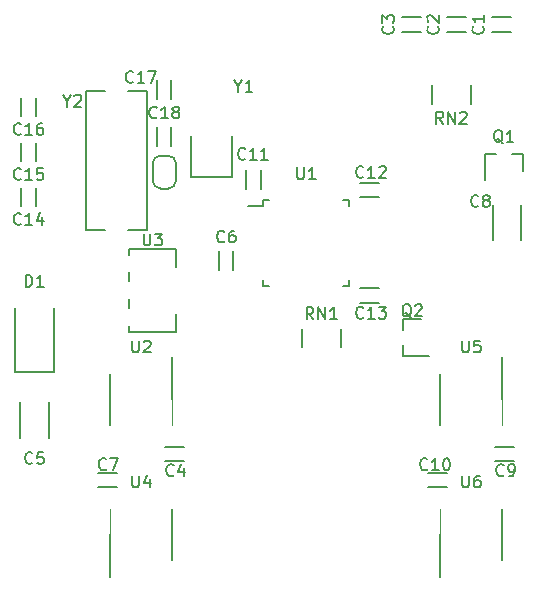
<source format=gto>
G04 #@! TF.GenerationSoftware,KiCad,Pcbnew,5.1.5+dfsg1-2build2*
G04 #@! TF.CreationDate,2021-05-10T22:18:05+03:00*
G04 #@! TF.ProjectId,HUB75_Clock,48554237-355f-4436-9c6f-636b2e6b6963,rev?*
G04 #@! TF.SameCoordinates,Original*
G04 #@! TF.FileFunction,Legend,Top*
G04 #@! TF.FilePolarity,Positive*
%FSLAX46Y46*%
G04 Gerber Fmt 4.6, Leading zero omitted, Abs format (unit mm)*
G04 Created by KiCad (PCBNEW 5.1.5+dfsg1-2build2) date 2021-05-10 22:18:05*
%MOMM*%
%LPD*%
G04 APERTURE LIST*
%ADD10C,0.150000*%
%ADD11C,0.120000*%
%ADD12R,1.002000X0.902000*%
%ADD13C,2.102000*%
%ADD14C,0.100000*%
%ADD15R,0.542000X1.002000*%
%ADD16C,3.102000*%
%ADD17R,0.902000X1.002000*%
%ADD18R,1.402000X5.202000*%
%ADD19R,3.102000X8.102000*%
%ADD20R,1.102000X3.102000*%
%ADD21R,2.302000X1.002000*%
%ADD22R,2.502000X3.602000*%
%ADD23C,1.902000*%
%ADD24R,1.902000X2.602000*%
%ADD25R,2.002000X1.502000*%
%ADD26C,2.502000*%
%ADD27C,1.102000*%
%ADD28O,1.102000X1.102000*%
%ADD29C,6.602000*%
G04 APERTURE END LIST*
D10*
X137100000Y-90200000D02*
X137100000Y-91800000D01*
X135900000Y-91800000D02*
X135900000Y-90200000D01*
X135900000Y-87800000D02*
X135900000Y-86200000D01*
X137100000Y-86200000D02*
X137100000Y-87800000D01*
X137500000Y-93300000D02*
X137500000Y-94700000D01*
X136800000Y-95400000D02*
X136200000Y-95400000D01*
X135500000Y-94700000D02*
X135500000Y-93300000D01*
X136200000Y-92600000D02*
X136800000Y-92600000D01*
X136800000Y-92600000D02*
G75*
G02X137500000Y-93300000I0J-700000D01*
G01*
X135500000Y-93300000D02*
G75*
G02X136200000Y-92600000I700000J0D01*
G01*
X136200000Y-95400000D02*
G75*
G02X135500000Y-94700000I0J700000D01*
G01*
X137500000Y-94700000D02*
G75*
G02X136800000Y-95400000I-700000J0D01*
G01*
X159150000Y-88235000D02*
X159150000Y-86635000D01*
X162450000Y-88235000D02*
X162450000Y-86635000D01*
X148150000Y-108850000D02*
X148150000Y-107250000D01*
X151450000Y-108850000D02*
X151450000Y-107250000D01*
X124405000Y-89290000D02*
X124405000Y-87690000D01*
X125605000Y-87690000D02*
X125605000Y-89290000D01*
X125605000Y-91500000D02*
X125605000Y-93100000D01*
X124405000Y-93100000D02*
X124405000Y-91500000D01*
X125605000Y-95310000D02*
X125605000Y-96910000D01*
X124405000Y-96910000D02*
X124405000Y-95310000D01*
X153100000Y-103850000D02*
X154700000Y-103850000D01*
X154700000Y-105050000D02*
X153100000Y-105050000D01*
X153100000Y-94950000D02*
X154700000Y-94950000D01*
X154700000Y-96150000D02*
X153100000Y-96150000D01*
X143450000Y-95400000D02*
X143450000Y-93800000D01*
X144650000Y-93800000D02*
X144650000Y-95400000D01*
X141150000Y-102300000D02*
X141150000Y-100700000D01*
X142350000Y-100700000D02*
X142350000Y-102300000D01*
X164538500Y-117290500D02*
X166138500Y-117290500D01*
X166138500Y-118490500D02*
X164538500Y-118490500D01*
X136598500Y-117290500D02*
X138198500Y-117290500D01*
X138198500Y-118490500D02*
X136598500Y-118490500D01*
X137140000Y-113255000D02*
X137140000Y-109655000D01*
D11*
X137140000Y-113255000D02*
X137140000Y-115455000D01*
D10*
X131920000Y-115455000D02*
X131920000Y-111055000D01*
X160401500Y-120649500D02*
X158801500Y-120649500D01*
X158801500Y-119449500D02*
X160401500Y-119449500D01*
X132461500Y-120649500D02*
X130861500Y-120649500D01*
X130861500Y-119449500D02*
X132461500Y-119449500D01*
X129900000Y-98900000D02*
X129900000Y-87100000D01*
X129900000Y-87100000D02*
X131500000Y-87100000D01*
X131500000Y-98900000D02*
X129900000Y-98900000D01*
X135000000Y-98900000D02*
X133400000Y-98900000D01*
X135000000Y-87100000D02*
X135000000Y-98900000D01*
X133400000Y-87100000D02*
X135000000Y-87100000D01*
X138800000Y-94450000D02*
X138800000Y-90908000D01*
X142200000Y-94450000D02*
X138800000Y-94450000D01*
X142200000Y-90908000D02*
X142200000Y-94450000D01*
X159860000Y-124685000D02*
X159860000Y-128285000D01*
D11*
X159860000Y-124685000D02*
X159860000Y-122485000D01*
D10*
X165080000Y-122485000D02*
X165080000Y-126885000D01*
X165080000Y-113255000D02*
X165080000Y-109655000D01*
D11*
X165080000Y-113255000D02*
X165080000Y-115455000D01*
D10*
X159860000Y-115455000D02*
X159860000Y-111055000D01*
X131920000Y-124685000D02*
X131920000Y-128285000D01*
D11*
X131920000Y-124685000D02*
X131920000Y-122485000D01*
D10*
X137140000Y-122485000D02*
X137140000Y-126885000D01*
X133500000Y-104750000D02*
X133500000Y-105500000D01*
X133500000Y-102500000D02*
X133500000Y-103250000D01*
X133500000Y-107500000D02*
X133500000Y-107000000D01*
X137500000Y-107500000D02*
X133500000Y-107500000D01*
X137500000Y-106000000D02*
X137500000Y-107500000D01*
X133500000Y-100500000D02*
X133500000Y-101000000D01*
X137500000Y-100500000D02*
X133500000Y-100500000D01*
X137500000Y-102000000D02*
X137500000Y-100500000D01*
X144890000Y-96840000D02*
X143600000Y-96840000D01*
X144890000Y-96390000D02*
X144890000Y-96840000D01*
X145340000Y-96390000D02*
X144890000Y-96390000D01*
X152110000Y-96390000D02*
X152110000Y-96840000D01*
X151660000Y-96390000D02*
X152110000Y-96390000D01*
X144890000Y-103610000D02*
X144890000Y-103160000D01*
X145340000Y-103610000D02*
X144890000Y-103610000D01*
X152110000Y-103610000D02*
X152110000Y-103160000D01*
X151660000Y-103610000D02*
X152110000Y-103610000D01*
X156740000Y-106420000D02*
X158200000Y-106420000D01*
X156740000Y-109580000D02*
X158900000Y-109580000D01*
X156740000Y-109580000D02*
X156740000Y-108650000D01*
X156740000Y-106420000D02*
X156740000Y-107350000D01*
X166830000Y-92490000D02*
X166830000Y-93950000D01*
X163670000Y-92490000D02*
X163670000Y-94650000D01*
X163670000Y-92490000D02*
X164600000Y-92490000D01*
X166830000Y-92490000D02*
X165900000Y-92490000D01*
X123850000Y-110900000D02*
X127150000Y-110900000D01*
X127150000Y-110900000D02*
X127150000Y-105500000D01*
X123850000Y-110900000D02*
X123850000Y-105500000D01*
X166700000Y-96750000D02*
X166700000Y-99750000D01*
X164300000Y-99750000D02*
X164300000Y-96750000D01*
X126700000Y-113500000D02*
X126700000Y-116500000D01*
X124300000Y-116500000D02*
X124300000Y-113500000D01*
X158190000Y-82105000D02*
X156590000Y-82105000D01*
X156590000Y-80905000D02*
X158190000Y-80905000D01*
X162000000Y-82105000D02*
X160400000Y-82105000D01*
X160400000Y-80905000D02*
X162000000Y-80905000D01*
X164210000Y-80905000D02*
X165810000Y-80905000D01*
X165810000Y-82105000D02*
X164210000Y-82105000D01*
X135857142Y-89357142D02*
X135809523Y-89404761D01*
X135666666Y-89452380D01*
X135571428Y-89452380D01*
X135428571Y-89404761D01*
X135333333Y-89309523D01*
X135285714Y-89214285D01*
X135238095Y-89023809D01*
X135238095Y-88880952D01*
X135285714Y-88690476D01*
X135333333Y-88595238D01*
X135428571Y-88500000D01*
X135571428Y-88452380D01*
X135666666Y-88452380D01*
X135809523Y-88500000D01*
X135857142Y-88547619D01*
X136809523Y-89452380D02*
X136238095Y-89452380D01*
X136523809Y-89452380D02*
X136523809Y-88452380D01*
X136428571Y-88595238D01*
X136333333Y-88690476D01*
X136238095Y-88738095D01*
X137380952Y-88880952D02*
X137285714Y-88833333D01*
X137238095Y-88785714D01*
X137190476Y-88690476D01*
X137190476Y-88642857D01*
X137238095Y-88547619D01*
X137285714Y-88500000D01*
X137380952Y-88452380D01*
X137571428Y-88452380D01*
X137666666Y-88500000D01*
X137714285Y-88547619D01*
X137761904Y-88642857D01*
X137761904Y-88690476D01*
X137714285Y-88785714D01*
X137666666Y-88833333D01*
X137571428Y-88880952D01*
X137380952Y-88880952D01*
X137285714Y-88928571D01*
X137238095Y-88976190D01*
X137190476Y-89071428D01*
X137190476Y-89261904D01*
X137238095Y-89357142D01*
X137285714Y-89404761D01*
X137380952Y-89452380D01*
X137571428Y-89452380D01*
X137666666Y-89404761D01*
X137714285Y-89357142D01*
X137761904Y-89261904D01*
X137761904Y-89071428D01*
X137714285Y-88976190D01*
X137666666Y-88928571D01*
X137571428Y-88880952D01*
X133857142Y-86357142D02*
X133809523Y-86404761D01*
X133666666Y-86452380D01*
X133571428Y-86452380D01*
X133428571Y-86404761D01*
X133333333Y-86309523D01*
X133285714Y-86214285D01*
X133238095Y-86023809D01*
X133238095Y-85880952D01*
X133285714Y-85690476D01*
X133333333Y-85595238D01*
X133428571Y-85500000D01*
X133571428Y-85452380D01*
X133666666Y-85452380D01*
X133809523Y-85500000D01*
X133857142Y-85547619D01*
X134809523Y-86452380D02*
X134238095Y-86452380D01*
X134523809Y-86452380D02*
X134523809Y-85452380D01*
X134428571Y-85595238D01*
X134333333Y-85690476D01*
X134238095Y-85738095D01*
X135142857Y-85452380D02*
X135809523Y-85452380D01*
X135380952Y-86452380D01*
X160109523Y-89887380D02*
X159776190Y-89411190D01*
X159538095Y-89887380D02*
X159538095Y-88887380D01*
X159919047Y-88887380D01*
X160014285Y-88935000D01*
X160061904Y-88982619D01*
X160109523Y-89077857D01*
X160109523Y-89220714D01*
X160061904Y-89315952D01*
X160014285Y-89363571D01*
X159919047Y-89411190D01*
X159538095Y-89411190D01*
X160538095Y-89887380D02*
X160538095Y-88887380D01*
X161109523Y-89887380D01*
X161109523Y-88887380D01*
X161538095Y-88982619D02*
X161585714Y-88935000D01*
X161680952Y-88887380D01*
X161919047Y-88887380D01*
X162014285Y-88935000D01*
X162061904Y-88982619D01*
X162109523Y-89077857D01*
X162109523Y-89173095D01*
X162061904Y-89315952D01*
X161490476Y-89887380D01*
X162109523Y-89887380D01*
X149109523Y-106452380D02*
X148776190Y-105976190D01*
X148538095Y-106452380D02*
X148538095Y-105452380D01*
X148919047Y-105452380D01*
X149014285Y-105500000D01*
X149061904Y-105547619D01*
X149109523Y-105642857D01*
X149109523Y-105785714D01*
X149061904Y-105880952D01*
X149014285Y-105928571D01*
X148919047Y-105976190D01*
X148538095Y-105976190D01*
X149538095Y-106452380D02*
X149538095Y-105452380D01*
X150109523Y-106452380D01*
X150109523Y-105452380D01*
X151109523Y-106452380D02*
X150538095Y-106452380D01*
X150823809Y-106452380D02*
X150823809Y-105452380D01*
X150728571Y-105595238D01*
X150633333Y-105690476D01*
X150538095Y-105738095D01*
X124362142Y-90752142D02*
X124314523Y-90799761D01*
X124171666Y-90847380D01*
X124076428Y-90847380D01*
X123933571Y-90799761D01*
X123838333Y-90704523D01*
X123790714Y-90609285D01*
X123743095Y-90418809D01*
X123743095Y-90275952D01*
X123790714Y-90085476D01*
X123838333Y-89990238D01*
X123933571Y-89895000D01*
X124076428Y-89847380D01*
X124171666Y-89847380D01*
X124314523Y-89895000D01*
X124362142Y-89942619D01*
X125314523Y-90847380D02*
X124743095Y-90847380D01*
X125028809Y-90847380D02*
X125028809Y-89847380D01*
X124933571Y-89990238D01*
X124838333Y-90085476D01*
X124743095Y-90133095D01*
X126171666Y-89847380D02*
X125981190Y-89847380D01*
X125885952Y-89895000D01*
X125838333Y-89942619D01*
X125743095Y-90085476D01*
X125695476Y-90275952D01*
X125695476Y-90656904D01*
X125743095Y-90752142D01*
X125790714Y-90799761D01*
X125885952Y-90847380D01*
X126076428Y-90847380D01*
X126171666Y-90799761D01*
X126219285Y-90752142D01*
X126266904Y-90656904D01*
X126266904Y-90418809D01*
X126219285Y-90323571D01*
X126171666Y-90275952D01*
X126076428Y-90228333D01*
X125885952Y-90228333D01*
X125790714Y-90275952D01*
X125743095Y-90323571D01*
X125695476Y-90418809D01*
X124362142Y-94562142D02*
X124314523Y-94609761D01*
X124171666Y-94657380D01*
X124076428Y-94657380D01*
X123933571Y-94609761D01*
X123838333Y-94514523D01*
X123790714Y-94419285D01*
X123743095Y-94228809D01*
X123743095Y-94085952D01*
X123790714Y-93895476D01*
X123838333Y-93800238D01*
X123933571Y-93705000D01*
X124076428Y-93657380D01*
X124171666Y-93657380D01*
X124314523Y-93705000D01*
X124362142Y-93752619D01*
X125314523Y-94657380D02*
X124743095Y-94657380D01*
X125028809Y-94657380D02*
X125028809Y-93657380D01*
X124933571Y-93800238D01*
X124838333Y-93895476D01*
X124743095Y-93943095D01*
X126219285Y-93657380D02*
X125743095Y-93657380D01*
X125695476Y-94133571D01*
X125743095Y-94085952D01*
X125838333Y-94038333D01*
X126076428Y-94038333D01*
X126171666Y-94085952D01*
X126219285Y-94133571D01*
X126266904Y-94228809D01*
X126266904Y-94466904D01*
X126219285Y-94562142D01*
X126171666Y-94609761D01*
X126076428Y-94657380D01*
X125838333Y-94657380D01*
X125743095Y-94609761D01*
X125695476Y-94562142D01*
X124362142Y-98372142D02*
X124314523Y-98419761D01*
X124171666Y-98467380D01*
X124076428Y-98467380D01*
X123933571Y-98419761D01*
X123838333Y-98324523D01*
X123790714Y-98229285D01*
X123743095Y-98038809D01*
X123743095Y-97895952D01*
X123790714Y-97705476D01*
X123838333Y-97610238D01*
X123933571Y-97515000D01*
X124076428Y-97467380D01*
X124171666Y-97467380D01*
X124314523Y-97515000D01*
X124362142Y-97562619D01*
X125314523Y-98467380D02*
X124743095Y-98467380D01*
X125028809Y-98467380D02*
X125028809Y-97467380D01*
X124933571Y-97610238D01*
X124838333Y-97705476D01*
X124743095Y-97753095D01*
X126171666Y-97800714D02*
X126171666Y-98467380D01*
X125933571Y-97419761D02*
X125695476Y-98134047D01*
X126314523Y-98134047D01*
X153357142Y-106307142D02*
X153309523Y-106354761D01*
X153166666Y-106402380D01*
X153071428Y-106402380D01*
X152928571Y-106354761D01*
X152833333Y-106259523D01*
X152785714Y-106164285D01*
X152738095Y-105973809D01*
X152738095Y-105830952D01*
X152785714Y-105640476D01*
X152833333Y-105545238D01*
X152928571Y-105450000D01*
X153071428Y-105402380D01*
X153166666Y-105402380D01*
X153309523Y-105450000D01*
X153357142Y-105497619D01*
X154309523Y-106402380D02*
X153738095Y-106402380D01*
X154023809Y-106402380D02*
X154023809Y-105402380D01*
X153928571Y-105545238D01*
X153833333Y-105640476D01*
X153738095Y-105688095D01*
X154642857Y-105402380D02*
X155261904Y-105402380D01*
X154928571Y-105783333D01*
X155071428Y-105783333D01*
X155166666Y-105830952D01*
X155214285Y-105878571D01*
X155261904Y-105973809D01*
X155261904Y-106211904D01*
X155214285Y-106307142D01*
X155166666Y-106354761D01*
X155071428Y-106402380D01*
X154785714Y-106402380D01*
X154690476Y-106354761D01*
X154642857Y-106307142D01*
X153357142Y-94407142D02*
X153309523Y-94454761D01*
X153166666Y-94502380D01*
X153071428Y-94502380D01*
X152928571Y-94454761D01*
X152833333Y-94359523D01*
X152785714Y-94264285D01*
X152738095Y-94073809D01*
X152738095Y-93930952D01*
X152785714Y-93740476D01*
X152833333Y-93645238D01*
X152928571Y-93550000D01*
X153071428Y-93502380D01*
X153166666Y-93502380D01*
X153309523Y-93550000D01*
X153357142Y-93597619D01*
X154309523Y-94502380D02*
X153738095Y-94502380D01*
X154023809Y-94502380D02*
X154023809Y-93502380D01*
X153928571Y-93645238D01*
X153833333Y-93740476D01*
X153738095Y-93788095D01*
X154690476Y-93597619D02*
X154738095Y-93550000D01*
X154833333Y-93502380D01*
X155071428Y-93502380D01*
X155166666Y-93550000D01*
X155214285Y-93597619D01*
X155261904Y-93692857D01*
X155261904Y-93788095D01*
X155214285Y-93930952D01*
X154642857Y-94502380D01*
X155261904Y-94502380D01*
X143357142Y-92857142D02*
X143309523Y-92904761D01*
X143166666Y-92952380D01*
X143071428Y-92952380D01*
X142928571Y-92904761D01*
X142833333Y-92809523D01*
X142785714Y-92714285D01*
X142738095Y-92523809D01*
X142738095Y-92380952D01*
X142785714Y-92190476D01*
X142833333Y-92095238D01*
X142928571Y-92000000D01*
X143071428Y-91952380D01*
X143166666Y-91952380D01*
X143309523Y-92000000D01*
X143357142Y-92047619D01*
X144309523Y-92952380D02*
X143738095Y-92952380D01*
X144023809Y-92952380D02*
X144023809Y-91952380D01*
X143928571Y-92095238D01*
X143833333Y-92190476D01*
X143738095Y-92238095D01*
X145261904Y-92952380D02*
X144690476Y-92952380D01*
X144976190Y-92952380D02*
X144976190Y-91952380D01*
X144880952Y-92095238D01*
X144785714Y-92190476D01*
X144690476Y-92238095D01*
X141583333Y-99857142D02*
X141535714Y-99904761D01*
X141392857Y-99952380D01*
X141297619Y-99952380D01*
X141154761Y-99904761D01*
X141059523Y-99809523D01*
X141011904Y-99714285D01*
X140964285Y-99523809D01*
X140964285Y-99380952D01*
X141011904Y-99190476D01*
X141059523Y-99095238D01*
X141154761Y-99000000D01*
X141297619Y-98952380D01*
X141392857Y-98952380D01*
X141535714Y-99000000D01*
X141583333Y-99047619D01*
X142440476Y-98952380D02*
X142250000Y-98952380D01*
X142154761Y-99000000D01*
X142107142Y-99047619D01*
X142011904Y-99190476D01*
X141964285Y-99380952D01*
X141964285Y-99761904D01*
X142011904Y-99857142D01*
X142059523Y-99904761D01*
X142154761Y-99952380D01*
X142345238Y-99952380D01*
X142440476Y-99904761D01*
X142488095Y-99857142D01*
X142535714Y-99761904D01*
X142535714Y-99523809D01*
X142488095Y-99428571D01*
X142440476Y-99380952D01*
X142345238Y-99333333D01*
X142154761Y-99333333D01*
X142059523Y-99380952D01*
X142011904Y-99428571D01*
X141964285Y-99523809D01*
X165224333Y-119644642D02*
X165176714Y-119692261D01*
X165033857Y-119739880D01*
X164938619Y-119739880D01*
X164795761Y-119692261D01*
X164700523Y-119597023D01*
X164652904Y-119501785D01*
X164605285Y-119311309D01*
X164605285Y-119168452D01*
X164652904Y-118977976D01*
X164700523Y-118882738D01*
X164795761Y-118787500D01*
X164938619Y-118739880D01*
X165033857Y-118739880D01*
X165176714Y-118787500D01*
X165224333Y-118835119D01*
X165700523Y-119739880D02*
X165891000Y-119739880D01*
X165986238Y-119692261D01*
X166033857Y-119644642D01*
X166129095Y-119501785D01*
X166176714Y-119311309D01*
X166176714Y-118930357D01*
X166129095Y-118835119D01*
X166081476Y-118787500D01*
X165986238Y-118739880D01*
X165795761Y-118739880D01*
X165700523Y-118787500D01*
X165652904Y-118835119D01*
X165605285Y-118930357D01*
X165605285Y-119168452D01*
X165652904Y-119263690D01*
X165700523Y-119311309D01*
X165795761Y-119358928D01*
X165986238Y-119358928D01*
X166081476Y-119311309D01*
X166129095Y-119263690D01*
X166176714Y-119168452D01*
X137284333Y-119644642D02*
X137236714Y-119692261D01*
X137093857Y-119739880D01*
X136998619Y-119739880D01*
X136855761Y-119692261D01*
X136760523Y-119597023D01*
X136712904Y-119501785D01*
X136665285Y-119311309D01*
X136665285Y-119168452D01*
X136712904Y-118977976D01*
X136760523Y-118882738D01*
X136855761Y-118787500D01*
X136998619Y-118739880D01*
X137093857Y-118739880D01*
X137236714Y-118787500D01*
X137284333Y-118835119D01*
X138141476Y-119073214D02*
X138141476Y-119739880D01*
X137903380Y-118692261D02*
X137665285Y-119406547D01*
X138284333Y-119406547D01*
X133768095Y-108262380D02*
X133768095Y-109071904D01*
X133815714Y-109167142D01*
X133863333Y-109214761D01*
X133958571Y-109262380D01*
X134149047Y-109262380D01*
X134244285Y-109214761D01*
X134291904Y-109167142D01*
X134339523Y-109071904D01*
X134339523Y-108262380D01*
X134768095Y-108357619D02*
X134815714Y-108310000D01*
X134910952Y-108262380D01*
X135149047Y-108262380D01*
X135244285Y-108310000D01*
X135291904Y-108357619D01*
X135339523Y-108452857D01*
X135339523Y-108548095D01*
X135291904Y-108690952D01*
X134720476Y-109262380D01*
X135339523Y-109262380D01*
X158779142Y-119136642D02*
X158731523Y-119184261D01*
X158588666Y-119231880D01*
X158493428Y-119231880D01*
X158350571Y-119184261D01*
X158255333Y-119089023D01*
X158207714Y-118993785D01*
X158160095Y-118803309D01*
X158160095Y-118660452D01*
X158207714Y-118469976D01*
X158255333Y-118374738D01*
X158350571Y-118279500D01*
X158493428Y-118231880D01*
X158588666Y-118231880D01*
X158731523Y-118279500D01*
X158779142Y-118327119D01*
X159731523Y-119231880D02*
X159160095Y-119231880D01*
X159445809Y-119231880D02*
X159445809Y-118231880D01*
X159350571Y-118374738D01*
X159255333Y-118469976D01*
X159160095Y-118517595D01*
X160350571Y-118231880D02*
X160445809Y-118231880D01*
X160541047Y-118279500D01*
X160588666Y-118327119D01*
X160636285Y-118422357D01*
X160683904Y-118612833D01*
X160683904Y-118850928D01*
X160636285Y-119041404D01*
X160588666Y-119136642D01*
X160541047Y-119184261D01*
X160445809Y-119231880D01*
X160350571Y-119231880D01*
X160255333Y-119184261D01*
X160207714Y-119136642D01*
X160160095Y-119041404D01*
X160112476Y-118850928D01*
X160112476Y-118612833D01*
X160160095Y-118422357D01*
X160207714Y-118327119D01*
X160255333Y-118279500D01*
X160350571Y-118231880D01*
X131569333Y-119136642D02*
X131521714Y-119184261D01*
X131378857Y-119231880D01*
X131283619Y-119231880D01*
X131140761Y-119184261D01*
X131045523Y-119089023D01*
X130997904Y-118993785D01*
X130950285Y-118803309D01*
X130950285Y-118660452D01*
X130997904Y-118469976D01*
X131045523Y-118374738D01*
X131140761Y-118279500D01*
X131283619Y-118231880D01*
X131378857Y-118231880D01*
X131521714Y-118279500D01*
X131569333Y-118327119D01*
X131902666Y-118231880D02*
X132569333Y-118231880D01*
X132140761Y-119231880D01*
X128273809Y-87976190D02*
X128273809Y-88452380D01*
X127940476Y-87452380D02*
X128273809Y-87976190D01*
X128607142Y-87452380D01*
X128892857Y-87547619D02*
X128940476Y-87500000D01*
X129035714Y-87452380D01*
X129273809Y-87452380D01*
X129369047Y-87500000D01*
X129416666Y-87547619D01*
X129464285Y-87642857D01*
X129464285Y-87738095D01*
X129416666Y-87880952D01*
X128845238Y-88452380D01*
X129464285Y-88452380D01*
X142773809Y-86726190D02*
X142773809Y-87202380D01*
X142440476Y-86202380D02*
X142773809Y-86726190D01*
X143107142Y-86202380D01*
X143964285Y-87202380D02*
X143392857Y-87202380D01*
X143678571Y-87202380D02*
X143678571Y-86202380D01*
X143583333Y-86345238D01*
X143488095Y-86440476D01*
X143392857Y-86488095D01*
X161708095Y-119692380D02*
X161708095Y-120501904D01*
X161755714Y-120597142D01*
X161803333Y-120644761D01*
X161898571Y-120692380D01*
X162089047Y-120692380D01*
X162184285Y-120644761D01*
X162231904Y-120597142D01*
X162279523Y-120501904D01*
X162279523Y-119692380D01*
X163184285Y-119692380D02*
X162993809Y-119692380D01*
X162898571Y-119740000D01*
X162850952Y-119787619D01*
X162755714Y-119930476D01*
X162708095Y-120120952D01*
X162708095Y-120501904D01*
X162755714Y-120597142D01*
X162803333Y-120644761D01*
X162898571Y-120692380D01*
X163089047Y-120692380D01*
X163184285Y-120644761D01*
X163231904Y-120597142D01*
X163279523Y-120501904D01*
X163279523Y-120263809D01*
X163231904Y-120168571D01*
X163184285Y-120120952D01*
X163089047Y-120073333D01*
X162898571Y-120073333D01*
X162803333Y-120120952D01*
X162755714Y-120168571D01*
X162708095Y-120263809D01*
X161708095Y-108262380D02*
X161708095Y-109071904D01*
X161755714Y-109167142D01*
X161803333Y-109214761D01*
X161898571Y-109262380D01*
X162089047Y-109262380D01*
X162184285Y-109214761D01*
X162231904Y-109167142D01*
X162279523Y-109071904D01*
X162279523Y-108262380D01*
X163231904Y-108262380D02*
X162755714Y-108262380D01*
X162708095Y-108738571D01*
X162755714Y-108690952D01*
X162850952Y-108643333D01*
X163089047Y-108643333D01*
X163184285Y-108690952D01*
X163231904Y-108738571D01*
X163279523Y-108833809D01*
X163279523Y-109071904D01*
X163231904Y-109167142D01*
X163184285Y-109214761D01*
X163089047Y-109262380D01*
X162850952Y-109262380D01*
X162755714Y-109214761D01*
X162708095Y-109167142D01*
X133768095Y-119692380D02*
X133768095Y-120501904D01*
X133815714Y-120597142D01*
X133863333Y-120644761D01*
X133958571Y-120692380D01*
X134149047Y-120692380D01*
X134244285Y-120644761D01*
X134291904Y-120597142D01*
X134339523Y-120501904D01*
X134339523Y-119692380D01*
X135244285Y-120025714D02*
X135244285Y-120692380D01*
X135006190Y-119644761D02*
X134768095Y-120359047D01*
X135387142Y-120359047D01*
X134738095Y-99202380D02*
X134738095Y-100011904D01*
X134785714Y-100107142D01*
X134833333Y-100154761D01*
X134928571Y-100202380D01*
X135119047Y-100202380D01*
X135214285Y-100154761D01*
X135261904Y-100107142D01*
X135309523Y-100011904D01*
X135309523Y-99202380D01*
X135690476Y-99202380D02*
X136309523Y-99202380D01*
X135976190Y-99583333D01*
X136119047Y-99583333D01*
X136214285Y-99630952D01*
X136261904Y-99678571D01*
X136309523Y-99773809D01*
X136309523Y-100011904D01*
X136261904Y-100107142D01*
X136214285Y-100154761D01*
X136119047Y-100202380D01*
X135833333Y-100202380D01*
X135738095Y-100154761D01*
X135690476Y-100107142D01*
X147738095Y-93602380D02*
X147738095Y-94411904D01*
X147785714Y-94507142D01*
X147833333Y-94554761D01*
X147928571Y-94602380D01*
X148119047Y-94602380D01*
X148214285Y-94554761D01*
X148261904Y-94507142D01*
X148309523Y-94411904D01*
X148309523Y-93602380D01*
X149309523Y-94602380D02*
X148738095Y-94602380D01*
X149023809Y-94602380D02*
X149023809Y-93602380D01*
X148928571Y-93745238D01*
X148833333Y-93840476D01*
X148738095Y-93888095D01*
X157404761Y-106297619D02*
X157309523Y-106250000D01*
X157214285Y-106154761D01*
X157071428Y-106011904D01*
X156976190Y-105964285D01*
X156880952Y-105964285D01*
X156928571Y-106202380D02*
X156833333Y-106154761D01*
X156738095Y-106059523D01*
X156690476Y-105869047D01*
X156690476Y-105535714D01*
X156738095Y-105345238D01*
X156833333Y-105250000D01*
X156928571Y-105202380D01*
X157119047Y-105202380D01*
X157214285Y-105250000D01*
X157309523Y-105345238D01*
X157357142Y-105535714D01*
X157357142Y-105869047D01*
X157309523Y-106059523D01*
X157214285Y-106154761D01*
X157119047Y-106202380D01*
X156928571Y-106202380D01*
X157738095Y-105297619D02*
X157785714Y-105250000D01*
X157880952Y-105202380D01*
X158119047Y-105202380D01*
X158214285Y-105250000D01*
X158261904Y-105297619D01*
X158309523Y-105392857D01*
X158309523Y-105488095D01*
X158261904Y-105630952D01*
X157690476Y-106202380D01*
X158309523Y-106202380D01*
X165154761Y-91547619D02*
X165059523Y-91500000D01*
X164964285Y-91404761D01*
X164821428Y-91261904D01*
X164726190Y-91214285D01*
X164630952Y-91214285D01*
X164678571Y-91452380D02*
X164583333Y-91404761D01*
X164488095Y-91309523D01*
X164440476Y-91119047D01*
X164440476Y-90785714D01*
X164488095Y-90595238D01*
X164583333Y-90500000D01*
X164678571Y-90452380D01*
X164869047Y-90452380D01*
X164964285Y-90500000D01*
X165059523Y-90595238D01*
X165107142Y-90785714D01*
X165107142Y-91119047D01*
X165059523Y-91309523D01*
X164964285Y-91404761D01*
X164869047Y-91452380D01*
X164678571Y-91452380D01*
X166059523Y-91452380D02*
X165488095Y-91452380D01*
X165773809Y-91452380D02*
X165773809Y-90452380D01*
X165678571Y-90595238D01*
X165583333Y-90690476D01*
X165488095Y-90738095D01*
X124761904Y-103702380D02*
X124761904Y-102702380D01*
X125000000Y-102702380D01*
X125142857Y-102750000D01*
X125238095Y-102845238D01*
X125285714Y-102940476D01*
X125333333Y-103130952D01*
X125333333Y-103273809D01*
X125285714Y-103464285D01*
X125238095Y-103559523D01*
X125142857Y-103654761D01*
X125000000Y-103702380D01*
X124761904Y-103702380D01*
X126285714Y-103702380D02*
X125714285Y-103702380D01*
X126000000Y-103702380D02*
X126000000Y-102702380D01*
X125904761Y-102845238D01*
X125809523Y-102940476D01*
X125714285Y-102988095D01*
X163083333Y-96857142D02*
X163035714Y-96904761D01*
X162892857Y-96952380D01*
X162797619Y-96952380D01*
X162654761Y-96904761D01*
X162559523Y-96809523D01*
X162511904Y-96714285D01*
X162464285Y-96523809D01*
X162464285Y-96380952D01*
X162511904Y-96190476D01*
X162559523Y-96095238D01*
X162654761Y-96000000D01*
X162797619Y-95952380D01*
X162892857Y-95952380D01*
X163035714Y-96000000D01*
X163083333Y-96047619D01*
X163654761Y-96380952D02*
X163559523Y-96333333D01*
X163511904Y-96285714D01*
X163464285Y-96190476D01*
X163464285Y-96142857D01*
X163511904Y-96047619D01*
X163559523Y-96000000D01*
X163654761Y-95952380D01*
X163845238Y-95952380D01*
X163940476Y-96000000D01*
X163988095Y-96047619D01*
X164035714Y-96142857D01*
X164035714Y-96190476D01*
X163988095Y-96285714D01*
X163940476Y-96333333D01*
X163845238Y-96380952D01*
X163654761Y-96380952D01*
X163559523Y-96428571D01*
X163511904Y-96476190D01*
X163464285Y-96571428D01*
X163464285Y-96761904D01*
X163511904Y-96857142D01*
X163559523Y-96904761D01*
X163654761Y-96952380D01*
X163845238Y-96952380D01*
X163940476Y-96904761D01*
X163988095Y-96857142D01*
X164035714Y-96761904D01*
X164035714Y-96571428D01*
X163988095Y-96476190D01*
X163940476Y-96428571D01*
X163845238Y-96380952D01*
X125333333Y-118607142D02*
X125285714Y-118654761D01*
X125142857Y-118702380D01*
X125047619Y-118702380D01*
X124904761Y-118654761D01*
X124809523Y-118559523D01*
X124761904Y-118464285D01*
X124714285Y-118273809D01*
X124714285Y-118130952D01*
X124761904Y-117940476D01*
X124809523Y-117845238D01*
X124904761Y-117750000D01*
X125047619Y-117702380D01*
X125142857Y-117702380D01*
X125285714Y-117750000D01*
X125333333Y-117797619D01*
X126238095Y-117702380D02*
X125761904Y-117702380D01*
X125714285Y-118178571D01*
X125761904Y-118130952D01*
X125857142Y-118083333D01*
X126095238Y-118083333D01*
X126190476Y-118130952D01*
X126238095Y-118178571D01*
X126285714Y-118273809D01*
X126285714Y-118511904D01*
X126238095Y-118607142D01*
X126190476Y-118654761D01*
X126095238Y-118702380D01*
X125857142Y-118702380D01*
X125761904Y-118654761D01*
X125714285Y-118607142D01*
X155842142Y-81671666D02*
X155889761Y-81719285D01*
X155937380Y-81862142D01*
X155937380Y-81957380D01*
X155889761Y-82100238D01*
X155794523Y-82195476D01*
X155699285Y-82243095D01*
X155508809Y-82290714D01*
X155365952Y-82290714D01*
X155175476Y-82243095D01*
X155080238Y-82195476D01*
X154985000Y-82100238D01*
X154937380Y-81957380D01*
X154937380Y-81862142D01*
X154985000Y-81719285D01*
X155032619Y-81671666D01*
X154937380Y-81338333D02*
X154937380Y-80719285D01*
X155318333Y-81052619D01*
X155318333Y-80909761D01*
X155365952Y-80814523D01*
X155413571Y-80766904D01*
X155508809Y-80719285D01*
X155746904Y-80719285D01*
X155842142Y-80766904D01*
X155889761Y-80814523D01*
X155937380Y-80909761D01*
X155937380Y-81195476D01*
X155889761Y-81290714D01*
X155842142Y-81338333D01*
X159652142Y-81671666D02*
X159699761Y-81719285D01*
X159747380Y-81862142D01*
X159747380Y-81957380D01*
X159699761Y-82100238D01*
X159604523Y-82195476D01*
X159509285Y-82243095D01*
X159318809Y-82290714D01*
X159175952Y-82290714D01*
X158985476Y-82243095D01*
X158890238Y-82195476D01*
X158795000Y-82100238D01*
X158747380Y-81957380D01*
X158747380Y-81862142D01*
X158795000Y-81719285D01*
X158842619Y-81671666D01*
X158842619Y-81290714D02*
X158795000Y-81243095D01*
X158747380Y-81147857D01*
X158747380Y-80909761D01*
X158795000Y-80814523D01*
X158842619Y-80766904D01*
X158937857Y-80719285D01*
X159033095Y-80719285D01*
X159175952Y-80766904D01*
X159747380Y-81338333D01*
X159747380Y-80719285D01*
X163462142Y-81671666D02*
X163509761Y-81719285D01*
X163557380Y-81862142D01*
X163557380Y-81957380D01*
X163509761Y-82100238D01*
X163414523Y-82195476D01*
X163319285Y-82243095D01*
X163128809Y-82290714D01*
X162985952Y-82290714D01*
X162795476Y-82243095D01*
X162700238Y-82195476D01*
X162605000Y-82100238D01*
X162557380Y-81957380D01*
X162557380Y-81862142D01*
X162605000Y-81719285D01*
X162652619Y-81671666D01*
X163557380Y-80719285D02*
X163557380Y-81290714D01*
X163557380Y-81005000D02*
X162557380Y-81005000D01*
X162700238Y-81100238D01*
X162795476Y-81195476D01*
X162843095Y-81290714D01*
%LPC*%
D12*
X136500000Y-91900000D03*
X136500000Y-90100000D03*
X136500000Y-86100000D03*
X136500000Y-87900000D03*
D13*
X140880000Y-84045000D03*
X138340000Y-84045000D03*
X135800000Y-84045000D03*
D14*
G36*
X134074004Y-82995265D02*
G01*
X134099510Y-82999049D01*
X134124522Y-83005314D01*
X134148800Y-83014001D01*
X134172109Y-83025025D01*
X134194226Y-83038281D01*
X134214937Y-83053642D01*
X134234042Y-83070958D01*
X134251358Y-83090063D01*
X134266719Y-83110774D01*
X134279975Y-83132891D01*
X134290999Y-83156200D01*
X134299686Y-83180478D01*
X134305951Y-83205490D01*
X134309735Y-83230996D01*
X134311000Y-83256750D01*
X134311000Y-84833250D01*
X134309735Y-84859004D01*
X134305951Y-84884510D01*
X134299686Y-84909522D01*
X134290999Y-84933800D01*
X134279975Y-84957109D01*
X134266719Y-84979226D01*
X134251358Y-84999937D01*
X134234042Y-85019042D01*
X134214937Y-85036358D01*
X134194226Y-85051719D01*
X134172109Y-85064975D01*
X134148800Y-85075999D01*
X134124522Y-85084686D01*
X134099510Y-85090951D01*
X134074004Y-85094735D01*
X134048250Y-85096000D01*
X132471750Y-85096000D01*
X132445996Y-85094735D01*
X132420490Y-85090951D01*
X132395478Y-85084686D01*
X132371200Y-85075999D01*
X132347891Y-85064975D01*
X132325774Y-85051719D01*
X132305063Y-85036358D01*
X132285958Y-85019042D01*
X132268642Y-84999937D01*
X132253281Y-84979226D01*
X132240025Y-84957109D01*
X132229001Y-84933800D01*
X132220314Y-84909522D01*
X132214049Y-84884510D01*
X132210265Y-84859004D01*
X132209000Y-84833250D01*
X132209000Y-83256750D01*
X132210265Y-83230996D01*
X132214049Y-83205490D01*
X132220314Y-83180478D01*
X132229001Y-83156200D01*
X132240025Y-83132891D01*
X132253281Y-83110774D01*
X132268642Y-83090063D01*
X132285958Y-83070958D01*
X132305063Y-83053642D01*
X132325774Y-83038281D01*
X132347891Y-83025025D01*
X132371200Y-83014001D01*
X132395478Y-83005314D01*
X132420490Y-82999049D01*
X132445996Y-82995265D01*
X132471750Y-82994000D01*
X134048250Y-82994000D01*
X134074004Y-82995265D01*
G37*
G36*
X137300398Y-94656112D02*
G01*
X137300398Y-94674534D01*
X137300152Y-94679533D01*
X137295342Y-94728364D01*
X137294608Y-94733314D01*
X137285036Y-94781439D01*
X137283820Y-94786295D01*
X137269576Y-94833250D01*
X137267890Y-94837961D01*
X137249113Y-94883294D01*
X137246973Y-94887820D01*
X137223842Y-94931093D01*
X137221269Y-94935384D01*
X137194009Y-94976183D01*
X137191027Y-94980204D01*
X137159899Y-95018133D01*
X137156538Y-95021841D01*
X137121841Y-95056538D01*
X137118133Y-95059899D01*
X137080204Y-95091027D01*
X137076183Y-95094009D01*
X137035384Y-95121269D01*
X137031093Y-95123842D01*
X136987820Y-95146973D01*
X136983294Y-95149113D01*
X136937961Y-95167890D01*
X136933250Y-95169576D01*
X136886295Y-95183820D01*
X136881439Y-95185036D01*
X136833314Y-95194608D01*
X136828364Y-95195342D01*
X136779533Y-95200152D01*
X136774534Y-95200398D01*
X136756112Y-95200398D01*
X136750000Y-95201000D01*
X136250000Y-95201000D01*
X136243888Y-95200398D01*
X136225466Y-95200398D01*
X136220467Y-95200152D01*
X136171636Y-95195342D01*
X136166686Y-95194608D01*
X136118561Y-95185036D01*
X136113705Y-95183820D01*
X136066750Y-95169576D01*
X136062039Y-95167890D01*
X136016706Y-95149113D01*
X136012180Y-95146973D01*
X135968907Y-95123842D01*
X135964616Y-95121269D01*
X135923817Y-95094009D01*
X135919796Y-95091027D01*
X135881867Y-95059899D01*
X135878159Y-95056538D01*
X135843462Y-95021841D01*
X135840101Y-95018133D01*
X135808973Y-94980204D01*
X135805991Y-94976183D01*
X135778731Y-94935384D01*
X135776158Y-94931093D01*
X135753027Y-94887820D01*
X135750887Y-94883294D01*
X135732110Y-94837961D01*
X135730424Y-94833250D01*
X135716180Y-94786295D01*
X135714964Y-94781439D01*
X135705392Y-94733314D01*
X135704658Y-94728364D01*
X135699848Y-94679533D01*
X135699602Y-94674534D01*
X135699602Y-94656112D01*
X135699000Y-94650000D01*
X135699000Y-94150000D01*
X135699980Y-94140050D01*
X135702882Y-94130483D01*
X135707595Y-94121666D01*
X135713938Y-94113938D01*
X135721666Y-94107595D01*
X135730483Y-94102882D01*
X135740050Y-94099980D01*
X135750000Y-94099000D01*
X137250000Y-94099000D01*
X137259950Y-94099980D01*
X137269517Y-94102882D01*
X137278334Y-94107595D01*
X137286062Y-94113938D01*
X137292405Y-94121666D01*
X137297118Y-94130483D01*
X137300020Y-94140050D01*
X137301000Y-94150000D01*
X137301000Y-94650000D01*
X137300398Y-94656112D01*
G37*
G36*
X137300020Y-93859950D02*
G01*
X137297118Y-93869517D01*
X137292405Y-93878334D01*
X137286062Y-93886062D01*
X137278334Y-93892405D01*
X137269517Y-93897118D01*
X137259950Y-93900020D01*
X137250000Y-93901000D01*
X135750000Y-93901000D01*
X135740050Y-93900020D01*
X135730483Y-93897118D01*
X135721666Y-93892405D01*
X135713938Y-93886062D01*
X135707595Y-93878334D01*
X135702882Y-93869517D01*
X135699980Y-93859950D01*
X135699000Y-93850000D01*
X135699000Y-93350000D01*
X135699602Y-93343888D01*
X135699602Y-93325466D01*
X135699848Y-93320467D01*
X135704658Y-93271636D01*
X135705392Y-93266686D01*
X135714964Y-93218561D01*
X135716180Y-93213705D01*
X135730424Y-93166750D01*
X135732110Y-93162039D01*
X135750887Y-93116706D01*
X135753027Y-93112180D01*
X135776158Y-93068907D01*
X135778731Y-93064616D01*
X135805991Y-93023817D01*
X135808973Y-93019796D01*
X135840101Y-92981867D01*
X135843462Y-92978159D01*
X135878159Y-92943462D01*
X135881867Y-92940101D01*
X135919796Y-92908973D01*
X135923817Y-92905991D01*
X135964616Y-92878731D01*
X135968907Y-92876158D01*
X136012180Y-92853027D01*
X136016706Y-92850887D01*
X136062039Y-92832110D01*
X136066750Y-92830424D01*
X136113705Y-92816180D01*
X136118561Y-92814964D01*
X136166686Y-92805392D01*
X136171636Y-92804658D01*
X136220467Y-92799848D01*
X136225466Y-92799602D01*
X136243888Y-92799602D01*
X136250000Y-92799000D01*
X136750000Y-92799000D01*
X136756112Y-92799602D01*
X136774534Y-92799602D01*
X136779533Y-92799848D01*
X136828364Y-92804658D01*
X136833314Y-92805392D01*
X136881439Y-92814964D01*
X136886295Y-92816180D01*
X136933250Y-92830424D01*
X136937961Y-92832110D01*
X136983294Y-92850887D01*
X136987820Y-92853027D01*
X137031093Y-92876158D01*
X137035384Y-92878731D01*
X137076183Y-92905991D01*
X137080204Y-92908973D01*
X137118133Y-92940101D01*
X137121841Y-92943462D01*
X137156538Y-92978159D01*
X137159899Y-92981867D01*
X137191027Y-93019796D01*
X137194009Y-93023817D01*
X137221269Y-93064616D01*
X137223842Y-93068907D01*
X137246973Y-93112180D01*
X137249113Y-93116706D01*
X137267890Y-93162039D01*
X137269576Y-93166750D01*
X137283820Y-93213705D01*
X137285036Y-93218561D01*
X137294608Y-93266686D01*
X137295342Y-93271636D01*
X137300152Y-93320467D01*
X137300398Y-93325466D01*
X137300398Y-93343888D01*
X137301000Y-93350000D01*
X137301000Y-93850000D01*
X137300020Y-93859950D01*
G37*
D15*
X159600000Y-86585000D03*
X160400000Y-86585000D03*
X161200000Y-86585000D03*
X162000000Y-86585000D03*
X159600000Y-88285000D03*
X160400000Y-88285000D03*
X161200000Y-88285000D03*
X162000000Y-88285000D03*
X148600000Y-107200000D03*
X149400000Y-107200000D03*
X150200000Y-107200000D03*
X151000000Y-107200000D03*
X148600000Y-108900000D03*
X149400000Y-108900000D03*
X150200000Y-108900000D03*
X151000000Y-108900000D03*
D12*
X125005000Y-87590000D03*
X125005000Y-89390000D03*
X125005000Y-93200000D03*
X125005000Y-91400000D03*
X125005000Y-97010000D03*
X125005000Y-95210000D03*
D16*
X128815000Y-105410000D03*
X128815000Y-109370000D03*
X128815000Y-113330000D03*
D14*
G36*
X130133770Y-115740240D02*
G01*
X130158763Y-115743947D01*
X130183272Y-115750086D01*
X130207062Y-115758598D01*
X130229903Y-115769401D01*
X130251574Y-115782391D01*
X130271869Y-115797442D01*
X130290590Y-115814410D01*
X130307558Y-115833131D01*
X130322609Y-115853426D01*
X130335599Y-115875097D01*
X130346402Y-115897938D01*
X130354914Y-115921728D01*
X130361053Y-115946237D01*
X130364760Y-115971230D01*
X130366000Y-115996466D01*
X130366000Y-118583534D01*
X130364760Y-118608770D01*
X130361053Y-118633763D01*
X130354914Y-118658272D01*
X130346402Y-118682062D01*
X130335599Y-118704903D01*
X130322609Y-118726574D01*
X130307558Y-118746869D01*
X130290590Y-118765590D01*
X130271869Y-118782558D01*
X130251574Y-118797609D01*
X130229903Y-118810599D01*
X130207062Y-118821402D01*
X130183272Y-118829914D01*
X130158763Y-118836053D01*
X130133770Y-118839760D01*
X130108534Y-118841000D01*
X127521466Y-118841000D01*
X127496230Y-118839760D01*
X127471237Y-118836053D01*
X127446728Y-118829914D01*
X127422938Y-118821402D01*
X127400097Y-118810599D01*
X127378426Y-118797609D01*
X127358131Y-118782558D01*
X127339410Y-118765590D01*
X127322442Y-118746869D01*
X127307391Y-118726574D01*
X127294401Y-118704903D01*
X127283598Y-118682062D01*
X127275086Y-118658272D01*
X127268947Y-118633763D01*
X127265240Y-118608770D01*
X127264000Y-118583534D01*
X127264000Y-115996466D01*
X127265240Y-115971230D01*
X127268947Y-115946237D01*
X127275086Y-115921728D01*
X127283598Y-115897938D01*
X127294401Y-115875097D01*
X127307391Y-115853426D01*
X127322442Y-115833131D01*
X127339410Y-115814410D01*
X127358131Y-115797442D01*
X127378426Y-115782391D01*
X127400097Y-115769401D01*
X127422938Y-115758598D01*
X127446728Y-115750086D01*
X127471237Y-115743947D01*
X127496230Y-115740240D01*
X127521466Y-115739000D01*
X130108534Y-115739000D01*
X130133770Y-115740240D01*
G37*
D13*
X127545000Y-89760000D03*
X127545000Y-92300000D03*
X127545000Y-94840000D03*
X127545000Y-97380000D03*
D14*
G36*
X128359004Y-98870265D02*
G01*
X128384510Y-98874049D01*
X128409522Y-98880314D01*
X128433800Y-98889001D01*
X128457109Y-98900025D01*
X128479226Y-98913281D01*
X128499937Y-98928642D01*
X128519042Y-98945958D01*
X128536358Y-98965063D01*
X128551719Y-98985774D01*
X128564975Y-99007891D01*
X128575999Y-99031200D01*
X128584686Y-99055478D01*
X128590951Y-99080490D01*
X128594735Y-99105996D01*
X128596000Y-99131750D01*
X128596000Y-100708250D01*
X128594735Y-100734004D01*
X128590951Y-100759510D01*
X128584686Y-100784522D01*
X128575999Y-100808800D01*
X128564975Y-100832109D01*
X128551719Y-100854226D01*
X128536358Y-100874937D01*
X128519042Y-100894042D01*
X128499937Y-100911358D01*
X128479226Y-100926719D01*
X128457109Y-100939975D01*
X128433800Y-100950999D01*
X128409522Y-100959686D01*
X128384510Y-100965951D01*
X128359004Y-100969735D01*
X128333250Y-100971000D01*
X126756750Y-100971000D01*
X126730996Y-100969735D01*
X126705490Y-100965951D01*
X126680478Y-100959686D01*
X126656200Y-100950999D01*
X126632891Y-100939975D01*
X126610774Y-100926719D01*
X126590063Y-100911358D01*
X126570958Y-100894042D01*
X126553642Y-100874937D01*
X126538281Y-100854226D01*
X126525025Y-100832109D01*
X126514001Y-100808800D01*
X126505314Y-100784522D01*
X126499049Y-100759510D01*
X126495265Y-100734004D01*
X126494000Y-100708250D01*
X126494000Y-99131750D01*
X126495265Y-99105996D01*
X126499049Y-99080490D01*
X126505314Y-99055478D01*
X126514001Y-99031200D01*
X126525025Y-99007891D01*
X126538281Y-98985774D01*
X126553642Y-98965063D01*
X126570958Y-98945958D01*
X126590063Y-98928642D01*
X126610774Y-98913281D01*
X126632891Y-98900025D01*
X126656200Y-98889001D01*
X126680478Y-98880314D01*
X126705490Y-98874049D01*
X126730996Y-98870265D01*
X126756750Y-98869000D01*
X128333250Y-98869000D01*
X128359004Y-98870265D01*
G37*
D13*
X163740000Y-84045000D03*
X161200000Y-84045000D03*
X158660000Y-84045000D03*
D14*
G36*
X156934004Y-82995265D02*
G01*
X156959510Y-82999049D01*
X156984522Y-83005314D01*
X157008800Y-83014001D01*
X157032109Y-83025025D01*
X157054226Y-83038281D01*
X157074937Y-83053642D01*
X157094042Y-83070958D01*
X157111358Y-83090063D01*
X157126719Y-83110774D01*
X157139975Y-83132891D01*
X157150999Y-83156200D01*
X157159686Y-83180478D01*
X157165951Y-83205490D01*
X157169735Y-83230996D01*
X157171000Y-83256750D01*
X157171000Y-84833250D01*
X157169735Y-84859004D01*
X157165951Y-84884510D01*
X157159686Y-84909522D01*
X157150999Y-84933800D01*
X157139975Y-84957109D01*
X157126719Y-84979226D01*
X157111358Y-84999937D01*
X157094042Y-85019042D01*
X157074937Y-85036358D01*
X157054226Y-85051719D01*
X157032109Y-85064975D01*
X157008800Y-85075999D01*
X156984522Y-85084686D01*
X156959510Y-85090951D01*
X156934004Y-85094735D01*
X156908250Y-85096000D01*
X155331750Y-85096000D01*
X155305996Y-85094735D01*
X155280490Y-85090951D01*
X155255478Y-85084686D01*
X155231200Y-85075999D01*
X155207891Y-85064975D01*
X155185774Y-85051719D01*
X155165063Y-85036358D01*
X155145958Y-85019042D01*
X155128642Y-84999937D01*
X155113281Y-84979226D01*
X155100025Y-84957109D01*
X155089001Y-84933800D01*
X155080314Y-84909522D01*
X155074049Y-84884510D01*
X155070265Y-84859004D01*
X155069000Y-84833250D01*
X155069000Y-83256750D01*
X155070265Y-83230996D01*
X155074049Y-83205490D01*
X155080314Y-83180478D01*
X155089001Y-83156200D01*
X155100025Y-83132891D01*
X155113281Y-83110774D01*
X155128642Y-83090063D01*
X155145958Y-83070958D01*
X155165063Y-83053642D01*
X155185774Y-83038281D01*
X155207891Y-83025025D01*
X155231200Y-83014001D01*
X155255478Y-83005314D01*
X155280490Y-82999049D01*
X155305996Y-82995265D01*
X155331750Y-82994000D01*
X156908250Y-82994000D01*
X156934004Y-82995265D01*
G37*
D13*
X169455000Y-120240000D03*
D14*
G36*
X170242460Y-116650407D02*
G01*
X170270823Y-116654614D01*
X170298637Y-116661581D01*
X170325634Y-116671241D01*
X170351554Y-116683500D01*
X170376147Y-116698241D01*
X170399178Y-116715321D01*
X170420423Y-116734577D01*
X170439679Y-116755822D01*
X170456759Y-116778853D01*
X170471500Y-116803446D01*
X170483759Y-116829366D01*
X170493419Y-116856363D01*
X170500386Y-116884177D01*
X170504593Y-116912540D01*
X170506000Y-116941178D01*
X170506000Y-118458822D01*
X170504593Y-118487460D01*
X170500386Y-118515823D01*
X170493419Y-118543637D01*
X170483759Y-118570634D01*
X170471500Y-118596554D01*
X170456759Y-118621147D01*
X170439679Y-118644178D01*
X170420423Y-118665423D01*
X170399178Y-118684679D01*
X170376147Y-118701759D01*
X170351554Y-118716500D01*
X170325634Y-118728759D01*
X170298637Y-118738419D01*
X170270823Y-118745386D01*
X170242460Y-118749593D01*
X170213822Y-118751000D01*
X168696178Y-118751000D01*
X168667540Y-118749593D01*
X168639177Y-118745386D01*
X168611363Y-118738419D01*
X168584366Y-118728759D01*
X168558446Y-118716500D01*
X168533853Y-118701759D01*
X168510822Y-118684679D01*
X168489577Y-118665423D01*
X168470321Y-118644178D01*
X168453241Y-118621147D01*
X168438500Y-118596554D01*
X168426241Y-118570634D01*
X168416581Y-118543637D01*
X168409614Y-118515823D01*
X168405407Y-118487460D01*
X168404000Y-118458822D01*
X168404000Y-116941178D01*
X168405407Y-116912540D01*
X168409614Y-116884177D01*
X168416581Y-116856363D01*
X168426241Y-116829366D01*
X168438500Y-116803446D01*
X168453241Y-116778853D01*
X168470321Y-116755822D01*
X168489577Y-116734577D01*
X168510822Y-116715321D01*
X168533853Y-116698241D01*
X168558446Y-116683500D01*
X168584366Y-116671241D01*
X168611363Y-116661581D01*
X168639177Y-116654614D01*
X168667540Y-116650407D01*
X168696178Y-116649000D01*
X170213822Y-116649000D01*
X170242460Y-116650407D01*
G37*
D17*
X154800000Y-104450000D03*
X153000000Y-104450000D03*
X154800000Y-95550000D03*
X153000000Y-95550000D03*
D12*
X144050000Y-93700000D03*
X144050000Y-95500000D03*
X141750000Y-100600000D03*
X141750000Y-102400000D03*
D17*
X166238500Y-117890500D03*
X164438500Y-117890500D03*
X138298500Y-117890500D03*
X136498500Y-117890500D03*
D14*
G36*
X136617801Y-115329604D02*
G01*
X136629984Y-115331411D01*
X136641931Y-115334404D01*
X136653527Y-115338553D01*
X136664660Y-115343819D01*
X136675224Y-115350151D01*
X136685116Y-115357487D01*
X136694242Y-115365758D01*
X136702513Y-115374884D01*
X136709849Y-115384776D01*
X136716181Y-115395340D01*
X136721447Y-115406473D01*
X136725596Y-115418069D01*
X136728589Y-115430016D01*
X136730396Y-115442199D01*
X136731000Y-115454500D01*
X136731000Y-116780500D01*
X136730396Y-116792801D01*
X136728589Y-116804984D01*
X136725596Y-116816931D01*
X136721447Y-116828527D01*
X136716181Y-116839660D01*
X136709849Y-116850224D01*
X136702513Y-116860116D01*
X136694242Y-116869242D01*
X136685116Y-116877513D01*
X136675224Y-116884849D01*
X136664660Y-116891181D01*
X136653527Y-116896447D01*
X136641931Y-116900596D01*
X136629984Y-116903589D01*
X136617801Y-116905396D01*
X136605500Y-116906000D01*
X136354500Y-116906000D01*
X136342199Y-116905396D01*
X136330016Y-116903589D01*
X136318069Y-116900596D01*
X136306473Y-116896447D01*
X136295340Y-116891181D01*
X136284776Y-116884849D01*
X136274884Y-116877513D01*
X136265758Y-116869242D01*
X136257487Y-116860116D01*
X136250151Y-116850224D01*
X136243819Y-116839660D01*
X136238553Y-116828527D01*
X136234404Y-116816931D01*
X136231411Y-116804984D01*
X136229604Y-116792801D01*
X136229000Y-116780500D01*
X136229000Y-115454500D01*
X136229604Y-115442199D01*
X136231411Y-115430016D01*
X136234404Y-115418069D01*
X136238553Y-115406473D01*
X136243819Y-115395340D01*
X136250151Y-115384776D01*
X136257487Y-115374884D01*
X136265758Y-115365758D01*
X136274884Y-115357487D01*
X136284776Y-115350151D01*
X136295340Y-115343819D01*
X136306473Y-115338553D01*
X136318069Y-115334404D01*
X136330016Y-115331411D01*
X136342199Y-115329604D01*
X136354500Y-115329000D01*
X136605500Y-115329000D01*
X136617801Y-115329604D01*
G37*
G36*
X135967801Y-115329604D02*
G01*
X135979984Y-115331411D01*
X135991931Y-115334404D01*
X136003527Y-115338553D01*
X136014660Y-115343819D01*
X136025224Y-115350151D01*
X136035116Y-115357487D01*
X136044242Y-115365758D01*
X136052513Y-115374884D01*
X136059849Y-115384776D01*
X136066181Y-115395340D01*
X136071447Y-115406473D01*
X136075596Y-115418069D01*
X136078589Y-115430016D01*
X136080396Y-115442199D01*
X136081000Y-115454500D01*
X136081000Y-116780500D01*
X136080396Y-116792801D01*
X136078589Y-116804984D01*
X136075596Y-116816931D01*
X136071447Y-116828527D01*
X136066181Y-116839660D01*
X136059849Y-116850224D01*
X136052513Y-116860116D01*
X136044242Y-116869242D01*
X136035116Y-116877513D01*
X136025224Y-116884849D01*
X136014660Y-116891181D01*
X136003527Y-116896447D01*
X135991931Y-116900596D01*
X135979984Y-116903589D01*
X135967801Y-116905396D01*
X135955500Y-116906000D01*
X135704500Y-116906000D01*
X135692199Y-116905396D01*
X135680016Y-116903589D01*
X135668069Y-116900596D01*
X135656473Y-116896447D01*
X135645340Y-116891181D01*
X135634776Y-116884849D01*
X135624884Y-116877513D01*
X135615758Y-116869242D01*
X135607487Y-116860116D01*
X135600151Y-116850224D01*
X135593819Y-116839660D01*
X135588553Y-116828527D01*
X135584404Y-116816931D01*
X135581411Y-116804984D01*
X135579604Y-116792801D01*
X135579000Y-116780500D01*
X135579000Y-115454500D01*
X135579604Y-115442199D01*
X135581411Y-115430016D01*
X135584404Y-115418069D01*
X135588553Y-115406473D01*
X135593819Y-115395340D01*
X135600151Y-115384776D01*
X135607487Y-115374884D01*
X135615758Y-115365758D01*
X135624884Y-115357487D01*
X135634776Y-115350151D01*
X135645340Y-115343819D01*
X135656473Y-115338553D01*
X135668069Y-115334404D01*
X135680016Y-115331411D01*
X135692199Y-115329604D01*
X135704500Y-115329000D01*
X135955500Y-115329000D01*
X135967801Y-115329604D01*
G37*
G36*
X135317801Y-115329604D02*
G01*
X135329984Y-115331411D01*
X135341931Y-115334404D01*
X135353527Y-115338553D01*
X135364660Y-115343819D01*
X135375224Y-115350151D01*
X135385116Y-115357487D01*
X135394242Y-115365758D01*
X135402513Y-115374884D01*
X135409849Y-115384776D01*
X135416181Y-115395340D01*
X135421447Y-115406473D01*
X135425596Y-115418069D01*
X135428589Y-115430016D01*
X135430396Y-115442199D01*
X135431000Y-115454500D01*
X135431000Y-116780500D01*
X135430396Y-116792801D01*
X135428589Y-116804984D01*
X135425596Y-116816931D01*
X135421447Y-116828527D01*
X135416181Y-116839660D01*
X135409849Y-116850224D01*
X135402513Y-116860116D01*
X135394242Y-116869242D01*
X135385116Y-116877513D01*
X135375224Y-116884849D01*
X135364660Y-116891181D01*
X135353527Y-116896447D01*
X135341931Y-116900596D01*
X135329984Y-116903589D01*
X135317801Y-116905396D01*
X135305500Y-116906000D01*
X135054500Y-116906000D01*
X135042199Y-116905396D01*
X135030016Y-116903589D01*
X135018069Y-116900596D01*
X135006473Y-116896447D01*
X134995340Y-116891181D01*
X134984776Y-116884849D01*
X134974884Y-116877513D01*
X134965758Y-116869242D01*
X134957487Y-116860116D01*
X134950151Y-116850224D01*
X134943819Y-116839660D01*
X134938553Y-116828527D01*
X134934404Y-116816931D01*
X134931411Y-116804984D01*
X134929604Y-116792801D01*
X134929000Y-116780500D01*
X134929000Y-115454500D01*
X134929604Y-115442199D01*
X134931411Y-115430016D01*
X134934404Y-115418069D01*
X134938553Y-115406473D01*
X134943819Y-115395340D01*
X134950151Y-115384776D01*
X134957487Y-115374884D01*
X134965758Y-115365758D01*
X134974884Y-115357487D01*
X134984776Y-115350151D01*
X134995340Y-115343819D01*
X135006473Y-115338553D01*
X135018069Y-115334404D01*
X135030016Y-115331411D01*
X135042199Y-115329604D01*
X135054500Y-115329000D01*
X135305500Y-115329000D01*
X135317801Y-115329604D01*
G37*
G36*
X134667801Y-115329604D02*
G01*
X134679984Y-115331411D01*
X134691931Y-115334404D01*
X134703527Y-115338553D01*
X134714660Y-115343819D01*
X134725224Y-115350151D01*
X134735116Y-115357487D01*
X134744242Y-115365758D01*
X134752513Y-115374884D01*
X134759849Y-115384776D01*
X134766181Y-115395340D01*
X134771447Y-115406473D01*
X134775596Y-115418069D01*
X134778589Y-115430016D01*
X134780396Y-115442199D01*
X134781000Y-115454500D01*
X134781000Y-116780500D01*
X134780396Y-116792801D01*
X134778589Y-116804984D01*
X134775596Y-116816931D01*
X134771447Y-116828527D01*
X134766181Y-116839660D01*
X134759849Y-116850224D01*
X134752513Y-116860116D01*
X134744242Y-116869242D01*
X134735116Y-116877513D01*
X134725224Y-116884849D01*
X134714660Y-116891181D01*
X134703527Y-116896447D01*
X134691931Y-116900596D01*
X134679984Y-116903589D01*
X134667801Y-116905396D01*
X134655500Y-116906000D01*
X134404500Y-116906000D01*
X134392199Y-116905396D01*
X134380016Y-116903589D01*
X134368069Y-116900596D01*
X134356473Y-116896447D01*
X134345340Y-116891181D01*
X134334776Y-116884849D01*
X134324884Y-116877513D01*
X134315758Y-116869242D01*
X134307487Y-116860116D01*
X134300151Y-116850224D01*
X134293819Y-116839660D01*
X134288553Y-116828527D01*
X134284404Y-116816931D01*
X134281411Y-116804984D01*
X134279604Y-116792801D01*
X134279000Y-116780500D01*
X134279000Y-115454500D01*
X134279604Y-115442199D01*
X134281411Y-115430016D01*
X134284404Y-115418069D01*
X134288553Y-115406473D01*
X134293819Y-115395340D01*
X134300151Y-115384776D01*
X134307487Y-115374884D01*
X134315758Y-115365758D01*
X134324884Y-115357487D01*
X134334776Y-115350151D01*
X134345340Y-115343819D01*
X134356473Y-115338553D01*
X134368069Y-115334404D01*
X134380016Y-115331411D01*
X134392199Y-115329604D01*
X134404500Y-115329000D01*
X134655500Y-115329000D01*
X134667801Y-115329604D01*
G37*
G36*
X134017801Y-115329604D02*
G01*
X134029984Y-115331411D01*
X134041931Y-115334404D01*
X134053527Y-115338553D01*
X134064660Y-115343819D01*
X134075224Y-115350151D01*
X134085116Y-115357487D01*
X134094242Y-115365758D01*
X134102513Y-115374884D01*
X134109849Y-115384776D01*
X134116181Y-115395340D01*
X134121447Y-115406473D01*
X134125596Y-115418069D01*
X134128589Y-115430016D01*
X134130396Y-115442199D01*
X134131000Y-115454500D01*
X134131000Y-116780500D01*
X134130396Y-116792801D01*
X134128589Y-116804984D01*
X134125596Y-116816931D01*
X134121447Y-116828527D01*
X134116181Y-116839660D01*
X134109849Y-116850224D01*
X134102513Y-116860116D01*
X134094242Y-116869242D01*
X134085116Y-116877513D01*
X134075224Y-116884849D01*
X134064660Y-116891181D01*
X134053527Y-116896447D01*
X134041931Y-116900596D01*
X134029984Y-116903589D01*
X134017801Y-116905396D01*
X134005500Y-116906000D01*
X133754500Y-116906000D01*
X133742199Y-116905396D01*
X133730016Y-116903589D01*
X133718069Y-116900596D01*
X133706473Y-116896447D01*
X133695340Y-116891181D01*
X133684776Y-116884849D01*
X133674884Y-116877513D01*
X133665758Y-116869242D01*
X133657487Y-116860116D01*
X133650151Y-116850224D01*
X133643819Y-116839660D01*
X133638553Y-116828527D01*
X133634404Y-116816931D01*
X133631411Y-116804984D01*
X133629604Y-116792801D01*
X133629000Y-116780500D01*
X133629000Y-115454500D01*
X133629604Y-115442199D01*
X133631411Y-115430016D01*
X133634404Y-115418069D01*
X133638553Y-115406473D01*
X133643819Y-115395340D01*
X133650151Y-115384776D01*
X133657487Y-115374884D01*
X133665758Y-115365758D01*
X133674884Y-115357487D01*
X133684776Y-115350151D01*
X133695340Y-115343819D01*
X133706473Y-115338553D01*
X133718069Y-115334404D01*
X133730016Y-115331411D01*
X133742199Y-115329604D01*
X133754500Y-115329000D01*
X134005500Y-115329000D01*
X134017801Y-115329604D01*
G37*
G36*
X133367801Y-115329604D02*
G01*
X133379984Y-115331411D01*
X133391931Y-115334404D01*
X133403527Y-115338553D01*
X133414660Y-115343819D01*
X133425224Y-115350151D01*
X133435116Y-115357487D01*
X133444242Y-115365758D01*
X133452513Y-115374884D01*
X133459849Y-115384776D01*
X133466181Y-115395340D01*
X133471447Y-115406473D01*
X133475596Y-115418069D01*
X133478589Y-115430016D01*
X133480396Y-115442199D01*
X133481000Y-115454500D01*
X133481000Y-116780500D01*
X133480396Y-116792801D01*
X133478589Y-116804984D01*
X133475596Y-116816931D01*
X133471447Y-116828527D01*
X133466181Y-116839660D01*
X133459849Y-116850224D01*
X133452513Y-116860116D01*
X133444242Y-116869242D01*
X133435116Y-116877513D01*
X133425224Y-116884849D01*
X133414660Y-116891181D01*
X133403527Y-116896447D01*
X133391931Y-116900596D01*
X133379984Y-116903589D01*
X133367801Y-116905396D01*
X133355500Y-116906000D01*
X133104500Y-116906000D01*
X133092199Y-116905396D01*
X133080016Y-116903589D01*
X133068069Y-116900596D01*
X133056473Y-116896447D01*
X133045340Y-116891181D01*
X133034776Y-116884849D01*
X133024884Y-116877513D01*
X133015758Y-116869242D01*
X133007487Y-116860116D01*
X133000151Y-116850224D01*
X132993819Y-116839660D01*
X132988553Y-116828527D01*
X132984404Y-116816931D01*
X132981411Y-116804984D01*
X132979604Y-116792801D01*
X132979000Y-116780500D01*
X132979000Y-115454500D01*
X132979604Y-115442199D01*
X132981411Y-115430016D01*
X132984404Y-115418069D01*
X132988553Y-115406473D01*
X132993819Y-115395340D01*
X133000151Y-115384776D01*
X133007487Y-115374884D01*
X133015758Y-115365758D01*
X133024884Y-115357487D01*
X133034776Y-115350151D01*
X133045340Y-115343819D01*
X133056473Y-115338553D01*
X133068069Y-115334404D01*
X133080016Y-115331411D01*
X133092199Y-115329604D01*
X133104500Y-115329000D01*
X133355500Y-115329000D01*
X133367801Y-115329604D01*
G37*
G36*
X132717801Y-115329604D02*
G01*
X132729984Y-115331411D01*
X132741931Y-115334404D01*
X132753527Y-115338553D01*
X132764660Y-115343819D01*
X132775224Y-115350151D01*
X132785116Y-115357487D01*
X132794242Y-115365758D01*
X132802513Y-115374884D01*
X132809849Y-115384776D01*
X132816181Y-115395340D01*
X132821447Y-115406473D01*
X132825596Y-115418069D01*
X132828589Y-115430016D01*
X132830396Y-115442199D01*
X132831000Y-115454500D01*
X132831000Y-116780500D01*
X132830396Y-116792801D01*
X132828589Y-116804984D01*
X132825596Y-116816931D01*
X132821447Y-116828527D01*
X132816181Y-116839660D01*
X132809849Y-116850224D01*
X132802513Y-116860116D01*
X132794242Y-116869242D01*
X132785116Y-116877513D01*
X132775224Y-116884849D01*
X132764660Y-116891181D01*
X132753527Y-116896447D01*
X132741931Y-116900596D01*
X132729984Y-116903589D01*
X132717801Y-116905396D01*
X132705500Y-116906000D01*
X132454500Y-116906000D01*
X132442199Y-116905396D01*
X132430016Y-116903589D01*
X132418069Y-116900596D01*
X132406473Y-116896447D01*
X132395340Y-116891181D01*
X132384776Y-116884849D01*
X132374884Y-116877513D01*
X132365758Y-116869242D01*
X132357487Y-116860116D01*
X132350151Y-116850224D01*
X132343819Y-116839660D01*
X132338553Y-116828527D01*
X132334404Y-116816931D01*
X132331411Y-116804984D01*
X132329604Y-116792801D01*
X132329000Y-116780500D01*
X132329000Y-115454500D01*
X132329604Y-115442199D01*
X132331411Y-115430016D01*
X132334404Y-115418069D01*
X132338553Y-115406473D01*
X132343819Y-115395340D01*
X132350151Y-115384776D01*
X132357487Y-115374884D01*
X132365758Y-115365758D01*
X132374884Y-115357487D01*
X132384776Y-115350151D01*
X132395340Y-115343819D01*
X132406473Y-115338553D01*
X132418069Y-115334404D01*
X132430016Y-115331411D01*
X132442199Y-115329604D01*
X132454500Y-115329000D01*
X132705500Y-115329000D01*
X132717801Y-115329604D01*
G37*
G36*
X132717801Y-109604604D02*
G01*
X132729984Y-109606411D01*
X132741931Y-109609404D01*
X132753527Y-109613553D01*
X132764660Y-109618819D01*
X132775224Y-109625151D01*
X132785116Y-109632487D01*
X132794242Y-109640758D01*
X132802513Y-109649884D01*
X132809849Y-109659776D01*
X132816181Y-109670340D01*
X132821447Y-109681473D01*
X132825596Y-109693069D01*
X132828589Y-109705016D01*
X132830396Y-109717199D01*
X132831000Y-109729500D01*
X132831000Y-111055500D01*
X132830396Y-111067801D01*
X132828589Y-111079984D01*
X132825596Y-111091931D01*
X132821447Y-111103527D01*
X132816181Y-111114660D01*
X132809849Y-111125224D01*
X132802513Y-111135116D01*
X132794242Y-111144242D01*
X132785116Y-111152513D01*
X132775224Y-111159849D01*
X132764660Y-111166181D01*
X132753527Y-111171447D01*
X132741931Y-111175596D01*
X132729984Y-111178589D01*
X132717801Y-111180396D01*
X132705500Y-111181000D01*
X132454500Y-111181000D01*
X132442199Y-111180396D01*
X132430016Y-111178589D01*
X132418069Y-111175596D01*
X132406473Y-111171447D01*
X132395340Y-111166181D01*
X132384776Y-111159849D01*
X132374884Y-111152513D01*
X132365758Y-111144242D01*
X132357487Y-111135116D01*
X132350151Y-111125224D01*
X132343819Y-111114660D01*
X132338553Y-111103527D01*
X132334404Y-111091931D01*
X132331411Y-111079984D01*
X132329604Y-111067801D01*
X132329000Y-111055500D01*
X132329000Y-109729500D01*
X132329604Y-109717199D01*
X132331411Y-109705016D01*
X132334404Y-109693069D01*
X132338553Y-109681473D01*
X132343819Y-109670340D01*
X132350151Y-109659776D01*
X132357487Y-109649884D01*
X132365758Y-109640758D01*
X132374884Y-109632487D01*
X132384776Y-109625151D01*
X132395340Y-109618819D01*
X132406473Y-109613553D01*
X132418069Y-109609404D01*
X132430016Y-109606411D01*
X132442199Y-109604604D01*
X132454500Y-109604000D01*
X132705500Y-109604000D01*
X132717801Y-109604604D01*
G37*
G36*
X133367801Y-109604604D02*
G01*
X133379984Y-109606411D01*
X133391931Y-109609404D01*
X133403527Y-109613553D01*
X133414660Y-109618819D01*
X133425224Y-109625151D01*
X133435116Y-109632487D01*
X133444242Y-109640758D01*
X133452513Y-109649884D01*
X133459849Y-109659776D01*
X133466181Y-109670340D01*
X133471447Y-109681473D01*
X133475596Y-109693069D01*
X133478589Y-109705016D01*
X133480396Y-109717199D01*
X133481000Y-109729500D01*
X133481000Y-111055500D01*
X133480396Y-111067801D01*
X133478589Y-111079984D01*
X133475596Y-111091931D01*
X133471447Y-111103527D01*
X133466181Y-111114660D01*
X133459849Y-111125224D01*
X133452513Y-111135116D01*
X133444242Y-111144242D01*
X133435116Y-111152513D01*
X133425224Y-111159849D01*
X133414660Y-111166181D01*
X133403527Y-111171447D01*
X133391931Y-111175596D01*
X133379984Y-111178589D01*
X133367801Y-111180396D01*
X133355500Y-111181000D01*
X133104500Y-111181000D01*
X133092199Y-111180396D01*
X133080016Y-111178589D01*
X133068069Y-111175596D01*
X133056473Y-111171447D01*
X133045340Y-111166181D01*
X133034776Y-111159849D01*
X133024884Y-111152513D01*
X133015758Y-111144242D01*
X133007487Y-111135116D01*
X133000151Y-111125224D01*
X132993819Y-111114660D01*
X132988553Y-111103527D01*
X132984404Y-111091931D01*
X132981411Y-111079984D01*
X132979604Y-111067801D01*
X132979000Y-111055500D01*
X132979000Y-109729500D01*
X132979604Y-109717199D01*
X132981411Y-109705016D01*
X132984404Y-109693069D01*
X132988553Y-109681473D01*
X132993819Y-109670340D01*
X133000151Y-109659776D01*
X133007487Y-109649884D01*
X133015758Y-109640758D01*
X133024884Y-109632487D01*
X133034776Y-109625151D01*
X133045340Y-109618819D01*
X133056473Y-109613553D01*
X133068069Y-109609404D01*
X133080016Y-109606411D01*
X133092199Y-109604604D01*
X133104500Y-109604000D01*
X133355500Y-109604000D01*
X133367801Y-109604604D01*
G37*
G36*
X134017801Y-109604604D02*
G01*
X134029984Y-109606411D01*
X134041931Y-109609404D01*
X134053527Y-109613553D01*
X134064660Y-109618819D01*
X134075224Y-109625151D01*
X134085116Y-109632487D01*
X134094242Y-109640758D01*
X134102513Y-109649884D01*
X134109849Y-109659776D01*
X134116181Y-109670340D01*
X134121447Y-109681473D01*
X134125596Y-109693069D01*
X134128589Y-109705016D01*
X134130396Y-109717199D01*
X134131000Y-109729500D01*
X134131000Y-111055500D01*
X134130396Y-111067801D01*
X134128589Y-111079984D01*
X134125596Y-111091931D01*
X134121447Y-111103527D01*
X134116181Y-111114660D01*
X134109849Y-111125224D01*
X134102513Y-111135116D01*
X134094242Y-111144242D01*
X134085116Y-111152513D01*
X134075224Y-111159849D01*
X134064660Y-111166181D01*
X134053527Y-111171447D01*
X134041931Y-111175596D01*
X134029984Y-111178589D01*
X134017801Y-111180396D01*
X134005500Y-111181000D01*
X133754500Y-111181000D01*
X133742199Y-111180396D01*
X133730016Y-111178589D01*
X133718069Y-111175596D01*
X133706473Y-111171447D01*
X133695340Y-111166181D01*
X133684776Y-111159849D01*
X133674884Y-111152513D01*
X133665758Y-111144242D01*
X133657487Y-111135116D01*
X133650151Y-111125224D01*
X133643819Y-111114660D01*
X133638553Y-111103527D01*
X133634404Y-111091931D01*
X133631411Y-111079984D01*
X133629604Y-111067801D01*
X133629000Y-111055500D01*
X133629000Y-109729500D01*
X133629604Y-109717199D01*
X133631411Y-109705016D01*
X133634404Y-109693069D01*
X133638553Y-109681473D01*
X133643819Y-109670340D01*
X133650151Y-109659776D01*
X133657487Y-109649884D01*
X133665758Y-109640758D01*
X133674884Y-109632487D01*
X133684776Y-109625151D01*
X133695340Y-109618819D01*
X133706473Y-109613553D01*
X133718069Y-109609404D01*
X133730016Y-109606411D01*
X133742199Y-109604604D01*
X133754500Y-109604000D01*
X134005500Y-109604000D01*
X134017801Y-109604604D01*
G37*
G36*
X134667801Y-109604604D02*
G01*
X134679984Y-109606411D01*
X134691931Y-109609404D01*
X134703527Y-109613553D01*
X134714660Y-109618819D01*
X134725224Y-109625151D01*
X134735116Y-109632487D01*
X134744242Y-109640758D01*
X134752513Y-109649884D01*
X134759849Y-109659776D01*
X134766181Y-109670340D01*
X134771447Y-109681473D01*
X134775596Y-109693069D01*
X134778589Y-109705016D01*
X134780396Y-109717199D01*
X134781000Y-109729500D01*
X134781000Y-111055500D01*
X134780396Y-111067801D01*
X134778589Y-111079984D01*
X134775596Y-111091931D01*
X134771447Y-111103527D01*
X134766181Y-111114660D01*
X134759849Y-111125224D01*
X134752513Y-111135116D01*
X134744242Y-111144242D01*
X134735116Y-111152513D01*
X134725224Y-111159849D01*
X134714660Y-111166181D01*
X134703527Y-111171447D01*
X134691931Y-111175596D01*
X134679984Y-111178589D01*
X134667801Y-111180396D01*
X134655500Y-111181000D01*
X134404500Y-111181000D01*
X134392199Y-111180396D01*
X134380016Y-111178589D01*
X134368069Y-111175596D01*
X134356473Y-111171447D01*
X134345340Y-111166181D01*
X134334776Y-111159849D01*
X134324884Y-111152513D01*
X134315758Y-111144242D01*
X134307487Y-111135116D01*
X134300151Y-111125224D01*
X134293819Y-111114660D01*
X134288553Y-111103527D01*
X134284404Y-111091931D01*
X134281411Y-111079984D01*
X134279604Y-111067801D01*
X134279000Y-111055500D01*
X134279000Y-109729500D01*
X134279604Y-109717199D01*
X134281411Y-109705016D01*
X134284404Y-109693069D01*
X134288553Y-109681473D01*
X134293819Y-109670340D01*
X134300151Y-109659776D01*
X134307487Y-109649884D01*
X134315758Y-109640758D01*
X134324884Y-109632487D01*
X134334776Y-109625151D01*
X134345340Y-109618819D01*
X134356473Y-109613553D01*
X134368069Y-109609404D01*
X134380016Y-109606411D01*
X134392199Y-109604604D01*
X134404500Y-109604000D01*
X134655500Y-109604000D01*
X134667801Y-109604604D01*
G37*
G36*
X135317801Y-109604604D02*
G01*
X135329984Y-109606411D01*
X135341931Y-109609404D01*
X135353527Y-109613553D01*
X135364660Y-109618819D01*
X135375224Y-109625151D01*
X135385116Y-109632487D01*
X135394242Y-109640758D01*
X135402513Y-109649884D01*
X135409849Y-109659776D01*
X135416181Y-109670340D01*
X135421447Y-109681473D01*
X135425596Y-109693069D01*
X135428589Y-109705016D01*
X135430396Y-109717199D01*
X135431000Y-109729500D01*
X135431000Y-111055500D01*
X135430396Y-111067801D01*
X135428589Y-111079984D01*
X135425596Y-111091931D01*
X135421447Y-111103527D01*
X135416181Y-111114660D01*
X135409849Y-111125224D01*
X135402513Y-111135116D01*
X135394242Y-111144242D01*
X135385116Y-111152513D01*
X135375224Y-111159849D01*
X135364660Y-111166181D01*
X135353527Y-111171447D01*
X135341931Y-111175596D01*
X135329984Y-111178589D01*
X135317801Y-111180396D01*
X135305500Y-111181000D01*
X135054500Y-111181000D01*
X135042199Y-111180396D01*
X135030016Y-111178589D01*
X135018069Y-111175596D01*
X135006473Y-111171447D01*
X134995340Y-111166181D01*
X134984776Y-111159849D01*
X134974884Y-111152513D01*
X134965758Y-111144242D01*
X134957487Y-111135116D01*
X134950151Y-111125224D01*
X134943819Y-111114660D01*
X134938553Y-111103527D01*
X134934404Y-111091931D01*
X134931411Y-111079984D01*
X134929604Y-111067801D01*
X134929000Y-111055500D01*
X134929000Y-109729500D01*
X134929604Y-109717199D01*
X134931411Y-109705016D01*
X134934404Y-109693069D01*
X134938553Y-109681473D01*
X134943819Y-109670340D01*
X134950151Y-109659776D01*
X134957487Y-109649884D01*
X134965758Y-109640758D01*
X134974884Y-109632487D01*
X134984776Y-109625151D01*
X134995340Y-109618819D01*
X135006473Y-109613553D01*
X135018069Y-109609404D01*
X135030016Y-109606411D01*
X135042199Y-109604604D01*
X135054500Y-109604000D01*
X135305500Y-109604000D01*
X135317801Y-109604604D01*
G37*
G36*
X135967801Y-109604604D02*
G01*
X135979984Y-109606411D01*
X135991931Y-109609404D01*
X136003527Y-109613553D01*
X136014660Y-109618819D01*
X136025224Y-109625151D01*
X136035116Y-109632487D01*
X136044242Y-109640758D01*
X136052513Y-109649884D01*
X136059849Y-109659776D01*
X136066181Y-109670340D01*
X136071447Y-109681473D01*
X136075596Y-109693069D01*
X136078589Y-109705016D01*
X136080396Y-109717199D01*
X136081000Y-109729500D01*
X136081000Y-111055500D01*
X136080396Y-111067801D01*
X136078589Y-111079984D01*
X136075596Y-111091931D01*
X136071447Y-111103527D01*
X136066181Y-111114660D01*
X136059849Y-111125224D01*
X136052513Y-111135116D01*
X136044242Y-111144242D01*
X136035116Y-111152513D01*
X136025224Y-111159849D01*
X136014660Y-111166181D01*
X136003527Y-111171447D01*
X135991931Y-111175596D01*
X135979984Y-111178589D01*
X135967801Y-111180396D01*
X135955500Y-111181000D01*
X135704500Y-111181000D01*
X135692199Y-111180396D01*
X135680016Y-111178589D01*
X135668069Y-111175596D01*
X135656473Y-111171447D01*
X135645340Y-111166181D01*
X135634776Y-111159849D01*
X135624884Y-111152513D01*
X135615758Y-111144242D01*
X135607487Y-111135116D01*
X135600151Y-111125224D01*
X135593819Y-111114660D01*
X135588553Y-111103527D01*
X135584404Y-111091931D01*
X135581411Y-111079984D01*
X135579604Y-111067801D01*
X135579000Y-111055500D01*
X135579000Y-109729500D01*
X135579604Y-109717199D01*
X135581411Y-109705016D01*
X135584404Y-109693069D01*
X135588553Y-109681473D01*
X135593819Y-109670340D01*
X135600151Y-109659776D01*
X135607487Y-109649884D01*
X135615758Y-109640758D01*
X135624884Y-109632487D01*
X135634776Y-109625151D01*
X135645340Y-109618819D01*
X135656473Y-109613553D01*
X135668069Y-109609404D01*
X135680016Y-109606411D01*
X135692199Y-109604604D01*
X135704500Y-109604000D01*
X135955500Y-109604000D01*
X135967801Y-109604604D01*
G37*
G36*
X136617801Y-109604604D02*
G01*
X136629984Y-109606411D01*
X136641931Y-109609404D01*
X136653527Y-109613553D01*
X136664660Y-109618819D01*
X136675224Y-109625151D01*
X136685116Y-109632487D01*
X136694242Y-109640758D01*
X136702513Y-109649884D01*
X136709849Y-109659776D01*
X136716181Y-109670340D01*
X136721447Y-109681473D01*
X136725596Y-109693069D01*
X136728589Y-109705016D01*
X136730396Y-109717199D01*
X136731000Y-109729500D01*
X136731000Y-111055500D01*
X136730396Y-111067801D01*
X136728589Y-111079984D01*
X136725596Y-111091931D01*
X136721447Y-111103527D01*
X136716181Y-111114660D01*
X136709849Y-111125224D01*
X136702513Y-111135116D01*
X136694242Y-111144242D01*
X136685116Y-111152513D01*
X136675224Y-111159849D01*
X136664660Y-111166181D01*
X136653527Y-111171447D01*
X136641931Y-111175596D01*
X136629984Y-111178589D01*
X136617801Y-111180396D01*
X136605500Y-111181000D01*
X136354500Y-111181000D01*
X136342199Y-111180396D01*
X136330016Y-111178589D01*
X136318069Y-111175596D01*
X136306473Y-111171447D01*
X136295340Y-111166181D01*
X136284776Y-111159849D01*
X136274884Y-111152513D01*
X136265758Y-111144242D01*
X136257487Y-111135116D01*
X136250151Y-111125224D01*
X136243819Y-111114660D01*
X136238553Y-111103527D01*
X136234404Y-111091931D01*
X136231411Y-111079984D01*
X136229604Y-111067801D01*
X136229000Y-111055500D01*
X136229000Y-109729500D01*
X136229604Y-109717199D01*
X136231411Y-109705016D01*
X136234404Y-109693069D01*
X136238553Y-109681473D01*
X136243819Y-109670340D01*
X136250151Y-109659776D01*
X136257487Y-109649884D01*
X136265758Y-109640758D01*
X136274884Y-109632487D01*
X136284776Y-109625151D01*
X136295340Y-109618819D01*
X136306473Y-109613553D01*
X136318069Y-109609404D01*
X136330016Y-109606411D01*
X136342199Y-109604604D01*
X136354500Y-109604000D01*
X136605500Y-109604000D01*
X136617801Y-109604604D01*
G37*
D17*
X158701500Y-120049500D03*
X160501500Y-120049500D03*
X130761500Y-120049500D03*
X132561500Y-120049500D03*
D18*
X132500000Y-97600000D03*
X132500000Y-88400000D03*
D19*
X140500000Y-89750000D03*
D20*
X139500000Y-96750000D03*
X141500000Y-96750000D03*
D14*
G36*
X160657801Y-121034604D02*
G01*
X160669984Y-121036411D01*
X160681931Y-121039404D01*
X160693527Y-121043553D01*
X160704660Y-121048819D01*
X160715224Y-121055151D01*
X160725116Y-121062487D01*
X160734242Y-121070758D01*
X160742513Y-121079884D01*
X160749849Y-121089776D01*
X160756181Y-121100340D01*
X160761447Y-121111473D01*
X160765596Y-121123069D01*
X160768589Y-121135016D01*
X160770396Y-121147199D01*
X160771000Y-121159500D01*
X160771000Y-122485500D01*
X160770396Y-122497801D01*
X160768589Y-122509984D01*
X160765596Y-122521931D01*
X160761447Y-122533527D01*
X160756181Y-122544660D01*
X160749849Y-122555224D01*
X160742513Y-122565116D01*
X160734242Y-122574242D01*
X160725116Y-122582513D01*
X160715224Y-122589849D01*
X160704660Y-122596181D01*
X160693527Y-122601447D01*
X160681931Y-122605596D01*
X160669984Y-122608589D01*
X160657801Y-122610396D01*
X160645500Y-122611000D01*
X160394500Y-122611000D01*
X160382199Y-122610396D01*
X160370016Y-122608589D01*
X160358069Y-122605596D01*
X160346473Y-122601447D01*
X160335340Y-122596181D01*
X160324776Y-122589849D01*
X160314884Y-122582513D01*
X160305758Y-122574242D01*
X160297487Y-122565116D01*
X160290151Y-122555224D01*
X160283819Y-122544660D01*
X160278553Y-122533527D01*
X160274404Y-122521931D01*
X160271411Y-122509984D01*
X160269604Y-122497801D01*
X160269000Y-122485500D01*
X160269000Y-121159500D01*
X160269604Y-121147199D01*
X160271411Y-121135016D01*
X160274404Y-121123069D01*
X160278553Y-121111473D01*
X160283819Y-121100340D01*
X160290151Y-121089776D01*
X160297487Y-121079884D01*
X160305758Y-121070758D01*
X160314884Y-121062487D01*
X160324776Y-121055151D01*
X160335340Y-121048819D01*
X160346473Y-121043553D01*
X160358069Y-121039404D01*
X160370016Y-121036411D01*
X160382199Y-121034604D01*
X160394500Y-121034000D01*
X160645500Y-121034000D01*
X160657801Y-121034604D01*
G37*
G36*
X161307801Y-121034604D02*
G01*
X161319984Y-121036411D01*
X161331931Y-121039404D01*
X161343527Y-121043553D01*
X161354660Y-121048819D01*
X161365224Y-121055151D01*
X161375116Y-121062487D01*
X161384242Y-121070758D01*
X161392513Y-121079884D01*
X161399849Y-121089776D01*
X161406181Y-121100340D01*
X161411447Y-121111473D01*
X161415596Y-121123069D01*
X161418589Y-121135016D01*
X161420396Y-121147199D01*
X161421000Y-121159500D01*
X161421000Y-122485500D01*
X161420396Y-122497801D01*
X161418589Y-122509984D01*
X161415596Y-122521931D01*
X161411447Y-122533527D01*
X161406181Y-122544660D01*
X161399849Y-122555224D01*
X161392513Y-122565116D01*
X161384242Y-122574242D01*
X161375116Y-122582513D01*
X161365224Y-122589849D01*
X161354660Y-122596181D01*
X161343527Y-122601447D01*
X161331931Y-122605596D01*
X161319984Y-122608589D01*
X161307801Y-122610396D01*
X161295500Y-122611000D01*
X161044500Y-122611000D01*
X161032199Y-122610396D01*
X161020016Y-122608589D01*
X161008069Y-122605596D01*
X160996473Y-122601447D01*
X160985340Y-122596181D01*
X160974776Y-122589849D01*
X160964884Y-122582513D01*
X160955758Y-122574242D01*
X160947487Y-122565116D01*
X160940151Y-122555224D01*
X160933819Y-122544660D01*
X160928553Y-122533527D01*
X160924404Y-122521931D01*
X160921411Y-122509984D01*
X160919604Y-122497801D01*
X160919000Y-122485500D01*
X160919000Y-121159500D01*
X160919604Y-121147199D01*
X160921411Y-121135016D01*
X160924404Y-121123069D01*
X160928553Y-121111473D01*
X160933819Y-121100340D01*
X160940151Y-121089776D01*
X160947487Y-121079884D01*
X160955758Y-121070758D01*
X160964884Y-121062487D01*
X160974776Y-121055151D01*
X160985340Y-121048819D01*
X160996473Y-121043553D01*
X161008069Y-121039404D01*
X161020016Y-121036411D01*
X161032199Y-121034604D01*
X161044500Y-121034000D01*
X161295500Y-121034000D01*
X161307801Y-121034604D01*
G37*
G36*
X161957801Y-121034604D02*
G01*
X161969984Y-121036411D01*
X161981931Y-121039404D01*
X161993527Y-121043553D01*
X162004660Y-121048819D01*
X162015224Y-121055151D01*
X162025116Y-121062487D01*
X162034242Y-121070758D01*
X162042513Y-121079884D01*
X162049849Y-121089776D01*
X162056181Y-121100340D01*
X162061447Y-121111473D01*
X162065596Y-121123069D01*
X162068589Y-121135016D01*
X162070396Y-121147199D01*
X162071000Y-121159500D01*
X162071000Y-122485500D01*
X162070396Y-122497801D01*
X162068589Y-122509984D01*
X162065596Y-122521931D01*
X162061447Y-122533527D01*
X162056181Y-122544660D01*
X162049849Y-122555224D01*
X162042513Y-122565116D01*
X162034242Y-122574242D01*
X162025116Y-122582513D01*
X162015224Y-122589849D01*
X162004660Y-122596181D01*
X161993527Y-122601447D01*
X161981931Y-122605596D01*
X161969984Y-122608589D01*
X161957801Y-122610396D01*
X161945500Y-122611000D01*
X161694500Y-122611000D01*
X161682199Y-122610396D01*
X161670016Y-122608589D01*
X161658069Y-122605596D01*
X161646473Y-122601447D01*
X161635340Y-122596181D01*
X161624776Y-122589849D01*
X161614884Y-122582513D01*
X161605758Y-122574242D01*
X161597487Y-122565116D01*
X161590151Y-122555224D01*
X161583819Y-122544660D01*
X161578553Y-122533527D01*
X161574404Y-122521931D01*
X161571411Y-122509984D01*
X161569604Y-122497801D01*
X161569000Y-122485500D01*
X161569000Y-121159500D01*
X161569604Y-121147199D01*
X161571411Y-121135016D01*
X161574404Y-121123069D01*
X161578553Y-121111473D01*
X161583819Y-121100340D01*
X161590151Y-121089776D01*
X161597487Y-121079884D01*
X161605758Y-121070758D01*
X161614884Y-121062487D01*
X161624776Y-121055151D01*
X161635340Y-121048819D01*
X161646473Y-121043553D01*
X161658069Y-121039404D01*
X161670016Y-121036411D01*
X161682199Y-121034604D01*
X161694500Y-121034000D01*
X161945500Y-121034000D01*
X161957801Y-121034604D01*
G37*
G36*
X162607801Y-121034604D02*
G01*
X162619984Y-121036411D01*
X162631931Y-121039404D01*
X162643527Y-121043553D01*
X162654660Y-121048819D01*
X162665224Y-121055151D01*
X162675116Y-121062487D01*
X162684242Y-121070758D01*
X162692513Y-121079884D01*
X162699849Y-121089776D01*
X162706181Y-121100340D01*
X162711447Y-121111473D01*
X162715596Y-121123069D01*
X162718589Y-121135016D01*
X162720396Y-121147199D01*
X162721000Y-121159500D01*
X162721000Y-122485500D01*
X162720396Y-122497801D01*
X162718589Y-122509984D01*
X162715596Y-122521931D01*
X162711447Y-122533527D01*
X162706181Y-122544660D01*
X162699849Y-122555224D01*
X162692513Y-122565116D01*
X162684242Y-122574242D01*
X162675116Y-122582513D01*
X162665224Y-122589849D01*
X162654660Y-122596181D01*
X162643527Y-122601447D01*
X162631931Y-122605596D01*
X162619984Y-122608589D01*
X162607801Y-122610396D01*
X162595500Y-122611000D01*
X162344500Y-122611000D01*
X162332199Y-122610396D01*
X162320016Y-122608589D01*
X162308069Y-122605596D01*
X162296473Y-122601447D01*
X162285340Y-122596181D01*
X162274776Y-122589849D01*
X162264884Y-122582513D01*
X162255758Y-122574242D01*
X162247487Y-122565116D01*
X162240151Y-122555224D01*
X162233819Y-122544660D01*
X162228553Y-122533527D01*
X162224404Y-122521931D01*
X162221411Y-122509984D01*
X162219604Y-122497801D01*
X162219000Y-122485500D01*
X162219000Y-121159500D01*
X162219604Y-121147199D01*
X162221411Y-121135016D01*
X162224404Y-121123069D01*
X162228553Y-121111473D01*
X162233819Y-121100340D01*
X162240151Y-121089776D01*
X162247487Y-121079884D01*
X162255758Y-121070758D01*
X162264884Y-121062487D01*
X162274776Y-121055151D01*
X162285340Y-121048819D01*
X162296473Y-121043553D01*
X162308069Y-121039404D01*
X162320016Y-121036411D01*
X162332199Y-121034604D01*
X162344500Y-121034000D01*
X162595500Y-121034000D01*
X162607801Y-121034604D01*
G37*
G36*
X163257801Y-121034604D02*
G01*
X163269984Y-121036411D01*
X163281931Y-121039404D01*
X163293527Y-121043553D01*
X163304660Y-121048819D01*
X163315224Y-121055151D01*
X163325116Y-121062487D01*
X163334242Y-121070758D01*
X163342513Y-121079884D01*
X163349849Y-121089776D01*
X163356181Y-121100340D01*
X163361447Y-121111473D01*
X163365596Y-121123069D01*
X163368589Y-121135016D01*
X163370396Y-121147199D01*
X163371000Y-121159500D01*
X163371000Y-122485500D01*
X163370396Y-122497801D01*
X163368589Y-122509984D01*
X163365596Y-122521931D01*
X163361447Y-122533527D01*
X163356181Y-122544660D01*
X163349849Y-122555224D01*
X163342513Y-122565116D01*
X163334242Y-122574242D01*
X163325116Y-122582513D01*
X163315224Y-122589849D01*
X163304660Y-122596181D01*
X163293527Y-122601447D01*
X163281931Y-122605596D01*
X163269984Y-122608589D01*
X163257801Y-122610396D01*
X163245500Y-122611000D01*
X162994500Y-122611000D01*
X162982199Y-122610396D01*
X162970016Y-122608589D01*
X162958069Y-122605596D01*
X162946473Y-122601447D01*
X162935340Y-122596181D01*
X162924776Y-122589849D01*
X162914884Y-122582513D01*
X162905758Y-122574242D01*
X162897487Y-122565116D01*
X162890151Y-122555224D01*
X162883819Y-122544660D01*
X162878553Y-122533527D01*
X162874404Y-122521931D01*
X162871411Y-122509984D01*
X162869604Y-122497801D01*
X162869000Y-122485500D01*
X162869000Y-121159500D01*
X162869604Y-121147199D01*
X162871411Y-121135016D01*
X162874404Y-121123069D01*
X162878553Y-121111473D01*
X162883819Y-121100340D01*
X162890151Y-121089776D01*
X162897487Y-121079884D01*
X162905758Y-121070758D01*
X162914884Y-121062487D01*
X162924776Y-121055151D01*
X162935340Y-121048819D01*
X162946473Y-121043553D01*
X162958069Y-121039404D01*
X162970016Y-121036411D01*
X162982199Y-121034604D01*
X162994500Y-121034000D01*
X163245500Y-121034000D01*
X163257801Y-121034604D01*
G37*
G36*
X163907801Y-121034604D02*
G01*
X163919984Y-121036411D01*
X163931931Y-121039404D01*
X163943527Y-121043553D01*
X163954660Y-121048819D01*
X163965224Y-121055151D01*
X163975116Y-121062487D01*
X163984242Y-121070758D01*
X163992513Y-121079884D01*
X163999849Y-121089776D01*
X164006181Y-121100340D01*
X164011447Y-121111473D01*
X164015596Y-121123069D01*
X164018589Y-121135016D01*
X164020396Y-121147199D01*
X164021000Y-121159500D01*
X164021000Y-122485500D01*
X164020396Y-122497801D01*
X164018589Y-122509984D01*
X164015596Y-122521931D01*
X164011447Y-122533527D01*
X164006181Y-122544660D01*
X163999849Y-122555224D01*
X163992513Y-122565116D01*
X163984242Y-122574242D01*
X163975116Y-122582513D01*
X163965224Y-122589849D01*
X163954660Y-122596181D01*
X163943527Y-122601447D01*
X163931931Y-122605596D01*
X163919984Y-122608589D01*
X163907801Y-122610396D01*
X163895500Y-122611000D01*
X163644500Y-122611000D01*
X163632199Y-122610396D01*
X163620016Y-122608589D01*
X163608069Y-122605596D01*
X163596473Y-122601447D01*
X163585340Y-122596181D01*
X163574776Y-122589849D01*
X163564884Y-122582513D01*
X163555758Y-122574242D01*
X163547487Y-122565116D01*
X163540151Y-122555224D01*
X163533819Y-122544660D01*
X163528553Y-122533527D01*
X163524404Y-122521931D01*
X163521411Y-122509984D01*
X163519604Y-122497801D01*
X163519000Y-122485500D01*
X163519000Y-121159500D01*
X163519604Y-121147199D01*
X163521411Y-121135016D01*
X163524404Y-121123069D01*
X163528553Y-121111473D01*
X163533819Y-121100340D01*
X163540151Y-121089776D01*
X163547487Y-121079884D01*
X163555758Y-121070758D01*
X163564884Y-121062487D01*
X163574776Y-121055151D01*
X163585340Y-121048819D01*
X163596473Y-121043553D01*
X163608069Y-121039404D01*
X163620016Y-121036411D01*
X163632199Y-121034604D01*
X163644500Y-121034000D01*
X163895500Y-121034000D01*
X163907801Y-121034604D01*
G37*
G36*
X164557801Y-121034604D02*
G01*
X164569984Y-121036411D01*
X164581931Y-121039404D01*
X164593527Y-121043553D01*
X164604660Y-121048819D01*
X164615224Y-121055151D01*
X164625116Y-121062487D01*
X164634242Y-121070758D01*
X164642513Y-121079884D01*
X164649849Y-121089776D01*
X164656181Y-121100340D01*
X164661447Y-121111473D01*
X164665596Y-121123069D01*
X164668589Y-121135016D01*
X164670396Y-121147199D01*
X164671000Y-121159500D01*
X164671000Y-122485500D01*
X164670396Y-122497801D01*
X164668589Y-122509984D01*
X164665596Y-122521931D01*
X164661447Y-122533527D01*
X164656181Y-122544660D01*
X164649849Y-122555224D01*
X164642513Y-122565116D01*
X164634242Y-122574242D01*
X164625116Y-122582513D01*
X164615224Y-122589849D01*
X164604660Y-122596181D01*
X164593527Y-122601447D01*
X164581931Y-122605596D01*
X164569984Y-122608589D01*
X164557801Y-122610396D01*
X164545500Y-122611000D01*
X164294500Y-122611000D01*
X164282199Y-122610396D01*
X164270016Y-122608589D01*
X164258069Y-122605596D01*
X164246473Y-122601447D01*
X164235340Y-122596181D01*
X164224776Y-122589849D01*
X164214884Y-122582513D01*
X164205758Y-122574242D01*
X164197487Y-122565116D01*
X164190151Y-122555224D01*
X164183819Y-122544660D01*
X164178553Y-122533527D01*
X164174404Y-122521931D01*
X164171411Y-122509984D01*
X164169604Y-122497801D01*
X164169000Y-122485500D01*
X164169000Y-121159500D01*
X164169604Y-121147199D01*
X164171411Y-121135016D01*
X164174404Y-121123069D01*
X164178553Y-121111473D01*
X164183819Y-121100340D01*
X164190151Y-121089776D01*
X164197487Y-121079884D01*
X164205758Y-121070758D01*
X164214884Y-121062487D01*
X164224776Y-121055151D01*
X164235340Y-121048819D01*
X164246473Y-121043553D01*
X164258069Y-121039404D01*
X164270016Y-121036411D01*
X164282199Y-121034604D01*
X164294500Y-121034000D01*
X164545500Y-121034000D01*
X164557801Y-121034604D01*
G37*
G36*
X164557801Y-126759604D02*
G01*
X164569984Y-126761411D01*
X164581931Y-126764404D01*
X164593527Y-126768553D01*
X164604660Y-126773819D01*
X164615224Y-126780151D01*
X164625116Y-126787487D01*
X164634242Y-126795758D01*
X164642513Y-126804884D01*
X164649849Y-126814776D01*
X164656181Y-126825340D01*
X164661447Y-126836473D01*
X164665596Y-126848069D01*
X164668589Y-126860016D01*
X164670396Y-126872199D01*
X164671000Y-126884500D01*
X164671000Y-128210500D01*
X164670396Y-128222801D01*
X164668589Y-128234984D01*
X164665596Y-128246931D01*
X164661447Y-128258527D01*
X164656181Y-128269660D01*
X164649849Y-128280224D01*
X164642513Y-128290116D01*
X164634242Y-128299242D01*
X164625116Y-128307513D01*
X164615224Y-128314849D01*
X164604660Y-128321181D01*
X164593527Y-128326447D01*
X164581931Y-128330596D01*
X164569984Y-128333589D01*
X164557801Y-128335396D01*
X164545500Y-128336000D01*
X164294500Y-128336000D01*
X164282199Y-128335396D01*
X164270016Y-128333589D01*
X164258069Y-128330596D01*
X164246473Y-128326447D01*
X164235340Y-128321181D01*
X164224776Y-128314849D01*
X164214884Y-128307513D01*
X164205758Y-128299242D01*
X164197487Y-128290116D01*
X164190151Y-128280224D01*
X164183819Y-128269660D01*
X164178553Y-128258527D01*
X164174404Y-128246931D01*
X164171411Y-128234984D01*
X164169604Y-128222801D01*
X164169000Y-128210500D01*
X164169000Y-126884500D01*
X164169604Y-126872199D01*
X164171411Y-126860016D01*
X164174404Y-126848069D01*
X164178553Y-126836473D01*
X164183819Y-126825340D01*
X164190151Y-126814776D01*
X164197487Y-126804884D01*
X164205758Y-126795758D01*
X164214884Y-126787487D01*
X164224776Y-126780151D01*
X164235340Y-126773819D01*
X164246473Y-126768553D01*
X164258069Y-126764404D01*
X164270016Y-126761411D01*
X164282199Y-126759604D01*
X164294500Y-126759000D01*
X164545500Y-126759000D01*
X164557801Y-126759604D01*
G37*
G36*
X163907801Y-126759604D02*
G01*
X163919984Y-126761411D01*
X163931931Y-126764404D01*
X163943527Y-126768553D01*
X163954660Y-126773819D01*
X163965224Y-126780151D01*
X163975116Y-126787487D01*
X163984242Y-126795758D01*
X163992513Y-126804884D01*
X163999849Y-126814776D01*
X164006181Y-126825340D01*
X164011447Y-126836473D01*
X164015596Y-126848069D01*
X164018589Y-126860016D01*
X164020396Y-126872199D01*
X164021000Y-126884500D01*
X164021000Y-128210500D01*
X164020396Y-128222801D01*
X164018589Y-128234984D01*
X164015596Y-128246931D01*
X164011447Y-128258527D01*
X164006181Y-128269660D01*
X163999849Y-128280224D01*
X163992513Y-128290116D01*
X163984242Y-128299242D01*
X163975116Y-128307513D01*
X163965224Y-128314849D01*
X163954660Y-128321181D01*
X163943527Y-128326447D01*
X163931931Y-128330596D01*
X163919984Y-128333589D01*
X163907801Y-128335396D01*
X163895500Y-128336000D01*
X163644500Y-128336000D01*
X163632199Y-128335396D01*
X163620016Y-128333589D01*
X163608069Y-128330596D01*
X163596473Y-128326447D01*
X163585340Y-128321181D01*
X163574776Y-128314849D01*
X163564884Y-128307513D01*
X163555758Y-128299242D01*
X163547487Y-128290116D01*
X163540151Y-128280224D01*
X163533819Y-128269660D01*
X163528553Y-128258527D01*
X163524404Y-128246931D01*
X163521411Y-128234984D01*
X163519604Y-128222801D01*
X163519000Y-128210500D01*
X163519000Y-126884500D01*
X163519604Y-126872199D01*
X163521411Y-126860016D01*
X163524404Y-126848069D01*
X163528553Y-126836473D01*
X163533819Y-126825340D01*
X163540151Y-126814776D01*
X163547487Y-126804884D01*
X163555758Y-126795758D01*
X163564884Y-126787487D01*
X163574776Y-126780151D01*
X163585340Y-126773819D01*
X163596473Y-126768553D01*
X163608069Y-126764404D01*
X163620016Y-126761411D01*
X163632199Y-126759604D01*
X163644500Y-126759000D01*
X163895500Y-126759000D01*
X163907801Y-126759604D01*
G37*
G36*
X163257801Y-126759604D02*
G01*
X163269984Y-126761411D01*
X163281931Y-126764404D01*
X163293527Y-126768553D01*
X163304660Y-126773819D01*
X163315224Y-126780151D01*
X163325116Y-126787487D01*
X163334242Y-126795758D01*
X163342513Y-126804884D01*
X163349849Y-126814776D01*
X163356181Y-126825340D01*
X163361447Y-126836473D01*
X163365596Y-126848069D01*
X163368589Y-126860016D01*
X163370396Y-126872199D01*
X163371000Y-126884500D01*
X163371000Y-128210500D01*
X163370396Y-128222801D01*
X163368589Y-128234984D01*
X163365596Y-128246931D01*
X163361447Y-128258527D01*
X163356181Y-128269660D01*
X163349849Y-128280224D01*
X163342513Y-128290116D01*
X163334242Y-128299242D01*
X163325116Y-128307513D01*
X163315224Y-128314849D01*
X163304660Y-128321181D01*
X163293527Y-128326447D01*
X163281931Y-128330596D01*
X163269984Y-128333589D01*
X163257801Y-128335396D01*
X163245500Y-128336000D01*
X162994500Y-128336000D01*
X162982199Y-128335396D01*
X162970016Y-128333589D01*
X162958069Y-128330596D01*
X162946473Y-128326447D01*
X162935340Y-128321181D01*
X162924776Y-128314849D01*
X162914884Y-128307513D01*
X162905758Y-128299242D01*
X162897487Y-128290116D01*
X162890151Y-128280224D01*
X162883819Y-128269660D01*
X162878553Y-128258527D01*
X162874404Y-128246931D01*
X162871411Y-128234984D01*
X162869604Y-128222801D01*
X162869000Y-128210500D01*
X162869000Y-126884500D01*
X162869604Y-126872199D01*
X162871411Y-126860016D01*
X162874404Y-126848069D01*
X162878553Y-126836473D01*
X162883819Y-126825340D01*
X162890151Y-126814776D01*
X162897487Y-126804884D01*
X162905758Y-126795758D01*
X162914884Y-126787487D01*
X162924776Y-126780151D01*
X162935340Y-126773819D01*
X162946473Y-126768553D01*
X162958069Y-126764404D01*
X162970016Y-126761411D01*
X162982199Y-126759604D01*
X162994500Y-126759000D01*
X163245500Y-126759000D01*
X163257801Y-126759604D01*
G37*
G36*
X162607801Y-126759604D02*
G01*
X162619984Y-126761411D01*
X162631931Y-126764404D01*
X162643527Y-126768553D01*
X162654660Y-126773819D01*
X162665224Y-126780151D01*
X162675116Y-126787487D01*
X162684242Y-126795758D01*
X162692513Y-126804884D01*
X162699849Y-126814776D01*
X162706181Y-126825340D01*
X162711447Y-126836473D01*
X162715596Y-126848069D01*
X162718589Y-126860016D01*
X162720396Y-126872199D01*
X162721000Y-126884500D01*
X162721000Y-128210500D01*
X162720396Y-128222801D01*
X162718589Y-128234984D01*
X162715596Y-128246931D01*
X162711447Y-128258527D01*
X162706181Y-128269660D01*
X162699849Y-128280224D01*
X162692513Y-128290116D01*
X162684242Y-128299242D01*
X162675116Y-128307513D01*
X162665224Y-128314849D01*
X162654660Y-128321181D01*
X162643527Y-128326447D01*
X162631931Y-128330596D01*
X162619984Y-128333589D01*
X162607801Y-128335396D01*
X162595500Y-128336000D01*
X162344500Y-128336000D01*
X162332199Y-128335396D01*
X162320016Y-128333589D01*
X162308069Y-128330596D01*
X162296473Y-128326447D01*
X162285340Y-128321181D01*
X162274776Y-128314849D01*
X162264884Y-128307513D01*
X162255758Y-128299242D01*
X162247487Y-128290116D01*
X162240151Y-128280224D01*
X162233819Y-128269660D01*
X162228553Y-128258527D01*
X162224404Y-128246931D01*
X162221411Y-128234984D01*
X162219604Y-128222801D01*
X162219000Y-128210500D01*
X162219000Y-126884500D01*
X162219604Y-126872199D01*
X162221411Y-126860016D01*
X162224404Y-126848069D01*
X162228553Y-126836473D01*
X162233819Y-126825340D01*
X162240151Y-126814776D01*
X162247487Y-126804884D01*
X162255758Y-126795758D01*
X162264884Y-126787487D01*
X162274776Y-126780151D01*
X162285340Y-126773819D01*
X162296473Y-126768553D01*
X162308069Y-126764404D01*
X162320016Y-126761411D01*
X162332199Y-126759604D01*
X162344500Y-126759000D01*
X162595500Y-126759000D01*
X162607801Y-126759604D01*
G37*
G36*
X161957801Y-126759604D02*
G01*
X161969984Y-126761411D01*
X161981931Y-126764404D01*
X161993527Y-126768553D01*
X162004660Y-126773819D01*
X162015224Y-126780151D01*
X162025116Y-126787487D01*
X162034242Y-126795758D01*
X162042513Y-126804884D01*
X162049849Y-126814776D01*
X162056181Y-126825340D01*
X162061447Y-126836473D01*
X162065596Y-126848069D01*
X162068589Y-126860016D01*
X162070396Y-126872199D01*
X162071000Y-126884500D01*
X162071000Y-128210500D01*
X162070396Y-128222801D01*
X162068589Y-128234984D01*
X162065596Y-128246931D01*
X162061447Y-128258527D01*
X162056181Y-128269660D01*
X162049849Y-128280224D01*
X162042513Y-128290116D01*
X162034242Y-128299242D01*
X162025116Y-128307513D01*
X162015224Y-128314849D01*
X162004660Y-128321181D01*
X161993527Y-128326447D01*
X161981931Y-128330596D01*
X161969984Y-128333589D01*
X161957801Y-128335396D01*
X161945500Y-128336000D01*
X161694500Y-128336000D01*
X161682199Y-128335396D01*
X161670016Y-128333589D01*
X161658069Y-128330596D01*
X161646473Y-128326447D01*
X161635340Y-128321181D01*
X161624776Y-128314849D01*
X161614884Y-128307513D01*
X161605758Y-128299242D01*
X161597487Y-128290116D01*
X161590151Y-128280224D01*
X161583819Y-128269660D01*
X161578553Y-128258527D01*
X161574404Y-128246931D01*
X161571411Y-128234984D01*
X161569604Y-128222801D01*
X161569000Y-128210500D01*
X161569000Y-126884500D01*
X161569604Y-126872199D01*
X161571411Y-126860016D01*
X161574404Y-126848069D01*
X161578553Y-126836473D01*
X161583819Y-126825340D01*
X161590151Y-126814776D01*
X161597487Y-126804884D01*
X161605758Y-126795758D01*
X161614884Y-126787487D01*
X161624776Y-126780151D01*
X161635340Y-126773819D01*
X161646473Y-126768553D01*
X161658069Y-126764404D01*
X161670016Y-126761411D01*
X161682199Y-126759604D01*
X161694500Y-126759000D01*
X161945500Y-126759000D01*
X161957801Y-126759604D01*
G37*
G36*
X161307801Y-126759604D02*
G01*
X161319984Y-126761411D01*
X161331931Y-126764404D01*
X161343527Y-126768553D01*
X161354660Y-126773819D01*
X161365224Y-126780151D01*
X161375116Y-126787487D01*
X161384242Y-126795758D01*
X161392513Y-126804884D01*
X161399849Y-126814776D01*
X161406181Y-126825340D01*
X161411447Y-126836473D01*
X161415596Y-126848069D01*
X161418589Y-126860016D01*
X161420396Y-126872199D01*
X161421000Y-126884500D01*
X161421000Y-128210500D01*
X161420396Y-128222801D01*
X161418589Y-128234984D01*
X161415596Y-128246931D01*
X161411447Y-128258527D01*
X161406181Y-128269660D01*
X161399849Y-128280224D01*
X161392513Y-128290116D01*
X161384242Y-128299242D01*
X161375116Y-128307513D01*
X161365224Y-128314849D01*
X161354660Y-128321181D01*
X161343527Y-128326447D01*
X161331931Y-128330596D01*
X161319984Y-128333589D01*
X161307801Y-128335396D01*
X161295500Y-128336000D01*
X161044500Y-128336000D01*
X161032199Y-128335396D01*
X161020016Y-128333589D01*
X161008069Y-128330596D01*
X160996473Y-128326447D01*
X160985340Y-128321181D01*
X160974776Y-128314849D01*
X160964884Y-128307513D01*
X160955758Y-128299242D01*
X160947487Y-128290116D01*
X160940151Y-128280224D01*
X160933819Y-128269660D01*
X160928553Y-128258527D01*
X160924404Y-128246931D01*
X160921411Y-128234984D01*
X160919604Y-128222801D01*
X160919000Y-128210500D01*
X160919000Y-126884500D01*
X160919604Y-126872199D01*
X160921411Y-126860016D01*
X160924404Y-126848069D01*
X160928553Y-126836473D01*
X160933819Y-126825340D01*
X160940151Y-126814776D01*
X160947487Y-126804884D01*
X160955758Y-126795758D01*
X160964884Y-126787487D01*
X160974776Y-126780151D01*
X160985340Y-126773819D01*
X160996473Y-126768553D01*
X161008069Y-126764404D01*
X161020016Y-126761411D01*
X161032199Y-126759604D01*
X161044500Y-126759000D01*
X161295500Y-126759000D01*
X161307801Y-126759604D01*
G37*
G36*
X160657801Y-126759604D02*
G01*
X160669984Y-126761411D01*
X160681931Y-126764404D01*
X160693527Y-126768553D01*
X160704660Y-126773819D01*
X160715224Y-126780151D01*
X160725116Y-126787487D01*
X160734242Y-126795758D01*
X160742513Y-126804884D01*
X160749849Y-126814776D01*
X160756181Y-126825340D01*
X160761447Y-126836473D01*
X160765596Y-126848069D01*
X160768589Y-126860016D01*
X160770396Y-126872199D01*
X160771000Y-126884500D01*
X160771000Y-128210500D01*
X160770396Y-128222801D01*
X160768589Y-128234984D01*
X160765596Y-128246931D01*
X160761447Y-128258527D01*
X160756181Y-128269660D01*
X160749849Y-128280224D01*
X160742513Y-128290116D01*
X160734242Y-128299242D01*
X160725116Y-128307513D01*
X160715224Y-128314849D01*
X160704660Y-128321181D01*
X160693527Y-128326447D01*
X160681931Y-128330596D01*
X160669984Y-128333589D01*
X160657801Y-128335396D01*
X160645500Y-128336000D01*
X160394500Y-128336000D01*
X160382199Y-128335396D01*
X160370016Y-128333589D01*
X160358069Y-128330596D01*
X160346473Y-128326447D01*
X160335340Y-128321181D01*
X160324776Y-128314849D01*
X160314884Y-128307513D01*
X160305758Y-128299242D01*
X160297487Y-128290116D01*
X160290151Y-128280224D01*
X160283819Y-128269660D01*
X160278553Y-128258527D01*
X160274404Y-128246931D01*
X160271411Y-128234984D01*
X160269604Y-128222801D01*
X160269000Y-128210500D01*
X160269000Y-126884500D01*
X160269604Y-126872199D01*
X160271411Y-126860016D01*
X160274404Y-126848069D01*
X160278553Y-126836473D01*
X160283819Y-126825340D01*
X160290151Y-126814776D01*
X160297487Y-126804884D01*
X160305758Y-126795758D01*
X160314884Y-126787487D01*
X160324776Y-126780151D01*
X160335340Y-126773819D01*
X160346473Y-126768553D01*
X160358069Y-126764404D01*
X160370016Y-126761411D01*
X160382199Y-126759604D01*
X160394500Y-126759000D01*
X160645500Y-126759000D01*
X160657801Y-126759604D01*
G37*
G36*
X164557801Y-115329604D02*
G01*
X164569984Y-115331411D01*
X164581931Y-115334404D01*
X164593527Y-115338553D01*
X164604660Y-115343819D01*
X164615224Y-115350151D01*
X164625116Y-115357487D01*
X164634242Y-115365758D01*
X164642513Y-115374884D01*
X164649849Y-115384776D01*
X164656181Y-115395340D01*
X164661447Y-115406473D01*
X164665596Y-115418069D01*
X164668589Y-115430016D01*
X164670396Y-115442199D01*
X164671000Y-115454500D01*
X164671000Y-116780500D01*
X164670396Y-116792801D01*
X164668589Y-116804984D01*
X164665596Y-116816931D01*
X164661447Y-116828527D01*
X164656181Y-116839660D01*
X164649849Y-116850224D01*
X164642513Y-116860116D01*
X164634242Y-116869242D01*
X164625116Y-116877513D01*
X164615224Y-116884849D01*
X164604660Y-116891181D01*
X164593527Y-116896447D01*
X164581931Y-116900596D01*
X164569984Y-116903589D01*
X164557801Y-116905396D01*
X164545500Y-116906000D01*
X164294500Y-116906000D01*
X164282199Y-116905396D01*
X164270016Y-116903589D01*
X164258069Y-116900596D01*
X164246473Y-116896447D01*
X164235340Y-116891181D01*
X164224776Y-116884849D01*
X164214884Y-116877513D01*
X164205758Y-116869242D01*
X164197487Y-116860116D01*
X164190151Y-116850224D01*
X164183819Y-116839660D01*
X164178553Y-116828527D01*
X164174404Y-116816931D01*
X164171411Y-116804984D01*
X164169604Y-116792801D01*
X164169000Y-116780500D01*
X164169000Y-115454500D01*
X164169604Y-115442199D01*
X164171411Y-115430016D01*
X164174404Y-115418069D01*
X164178553Y-115406473D01*
X164183819Y-115395340D01*
X164190151Y-115384776D01*
X164197487Y-115374884D01*
X164205758Y-115365758D01*
X164214884Y-115357487D01*
X164224776Y-115350151D01*
X164235340Y-115343819D01*
X164246473Y-115338553D01*
X164258069Y-115334404D01*
X164270016Y-115331411D01*
X164282199Y-115329604D01*
X164294500Y-115329000D01*
X164545500Y-115329000D01*
X164557801Y-115329604D01*
G37*
G36*
X163907801Y-115329604D02*
G01*
X163919984Y-115331411D01*
X163931931Y-115334404D01*
X163943527Y-115338553D01*
X163954660Y-115343819D01*
X163965224Y-115350151D01*
X163975116Y-115357487D01*
X163984242Y-115365758D01*
X163992513Y-115374884D01*
X163999849Y-115384776D01*
X164006181Y-115395340D01*
X164011447Y-115406473D01*
X164015596Y-115418069D01*
X164018589Y-115430016D01*
X164020396Y-115442199D01*
X164021000Y-115454500D01*
X164021000Y-116780500D01*
X164020396Y-116792801D01*
X164018589Y-116804984D01*
X164015596Y-116816931D01*
X164011447Y-116828527D01*
X164006181Y-116839660D01*
X163999849Y-116850224D01*
X163992513Y-116860116D01*
X163984242Y-116869242D01*
X163975116Y-116877513D01*
X163965224Y-116884849D01*
X163954660Y-116891181D01*
X163943527Y-116896447D01*
X163931931Y-116900596D01*
X163919984Y-116903589D01*
X163907801Y-116905396D01*
X163895500Y-116906000D01*
X163644500Y-116906000D01*
X163632199Y-116905396D01*
X163620016Y-116903589D01*
X163608069Y-116900596D01*
X163596473Y-116896447D01*
X163585340Y-116891181D01*
X163574776Y-116884849D01*
X163564884Y-116877513D01*
X163555758Y-116869242D01*
X163547487Y-116860116D01*
X163540151Y-116850224D01*
X163533819Y-116839660D01*
X163528553Y-116828527D01*
X163524404Y-116816931D01*
X163521411Y-116804984D01*
X163519604Y-116792801D01*
X163519000Y-116780500D01*
X163519000Y-115454500D01*
X163519604Y-115442199D01*
X163521411Y-115430016D01*
X163524404Y-115418069D01*
X163528553Y-115406473D01*
X163533819Y-115395340D01*
X163540151Y-115384776D01*
X163547487Y-115374884D01*
X163555758Y-115365758D01*
X163564884Y-115357487D01*
X163574776Y-115350151D01*
X163585340Y-115343819D01*
X163596473Y-115338553D01*
X163608069Y-115334404D01*
X163620016Y-115331411D01*
X163632199Y-115329604D01*
X163644500Y-115329000D01*
X163895500Y-115329000D01*
X163907801Y-115329604D01*
G37*
G36*
X163257801Y-115329604D02*
G01*
X163269984Y-115331411D01*
X163281931Y-115334404D01*
X163293527Y-115338553D01*
X163304660Y-115343819D01*
X163315224Y-115350151D01*
X163325116Y-115357487D01*
X163334242Y-115365758D01*
X163342513Y-115374884D01*
X163349849Y-115384776D01*
X163356181Y-115395340D01*
X163361447Y-115406473D01*
X163365596Y-115418069D01*
X163368589Y-115430016D01*
X163370396Y-115442199D01*
X163371000Y-115454500D01*
X163371000Y-116780500D01*
X163370396Y-116792801D01*
X163368589Y-116804984D01*
X163365596Y-116816931D01*
X163361447Y-116828527D01*
X163356181Y-116839660D01*
X163349849Y-116850224D01*
X163342513Y-116860116D01*
X163334242Y-116869242D01*
X163325116Y-116877513D01*
X163315224Y-116884849D01*
X163304660Y-116891181D01*
X163293527Y-116896447D01*
X163281931Y-116900596D01*
X163269984Y-116903589D01*
X163257801Y-116905396D01*
X163245500Y-116906000D01*
X162994500Y-116906000D01*
X162982199Y-116905396D01*
X162970016Y-116903589D01*
X162958069Y-116900596D01*
X162946473Y-116896447D01*
X162935340Y-116891181D01*
X162924776Y-116884849D01*
X162914884Y-116877513D01*
X162905758Y-116869242D01*
X162897487Y-116860116D01*
X162890151Y-116850224D01*
X162883819Y-116839660D01*
X162878553Y-116828527D01*
X162874404Y-116816931D01*
X162871411Y-116804984D01*
X162869604Y-116792801D01*
X162869000Y-116780500D01*
X162869000Y-115454500D01*
X162869604Y-115442199D01*
X162871411Y-115430016D01*
X162874404Y-115418069D01*
X162878553Y-115406473D01*
X162883819Y-115395340D01*
X162890151Y-115384776D01*
X162897487Y-115374884D01*
X162905758Y-115365758D01*
X162914884Y-115357487D01*
X162924776Y-115350151D01*
X162935340Y-115343819D01*
X162946473Y-115338553D01*
X162958069Y-115334404D01*
X162970016Y-115331411D01*
X162982199Y-115329604D01*
X162994500Y-115329000D01*
X163245500Y-115329000D01*
X163257801Y-115329604D01*
G37*
G36*
X162607801Y-115329604D02*
G01*
X162619984Y-115331411D01*
X162631931Y-115334404D01*
X162643527Y-115338553D01*
X162654660Y-115343819D01*
X162665224Y-115350151D01*
X162675116Y-115357487D01*
X162684242Y-115365758D01*
X162692513Y-115374884D01*
X162699849Y-115384776D01*
X162706181Y-115395340D01*
X162711447Y-115406473D01*
X162715596Y-115418069D01*
X162718589Y-115430016D01*
X162720396Y-115442199D01*
X162721000Y-115454500D01*
X162721000Y-116780500D01*
X162720396Y-116792801D01*
X162718589Y-116804984D01*
X162715596Y-116816931D01*
X162711447Y-116828527D01*
X162706181Y-116839660D01*
X162699849Y-116850224D01*
X162692513Y-116860116D01*
X162684242Y-116869242D01*
X162675116Y-116877513D01*
X162665224Y-116884849D01*
X162654660Y-116891181D01*
X162643527Y-116896447D01*
X162631931Y-116900596D01*
X162619984Y-116903589D01*
X162607801Y-116905396D01*
X162595500Y-116906000D01*
X162344500Y-116906000D01*
X162332199Y-116905396D01*
X162320016Y-116903589D01*
X162308069Y-116900596D01*
X162296473Y-116896447D01*
X162285340Y-116891181D01*
X162274776Y-116884849D01*
X162264884Y-116877513D01*
X162255758Y-116869242D01*
X162247487Y-116860116D01*
X162240151Y-116850224D01*
X162233819Y-116839660D01*
X162228553Y-116828527D01*
X162224404Y-116816931D01*
X162221411Y-116804984D01*
X162219604Y-116792801D01*
X162219000Y-116780500D01*
X162219000Y-115454500D01*
X162219604Y-115442199D01*
X162221411Y-115430016D01*
X162224404Y-115418069D01*
X162228553Y-115406473D01*
X162233819Y-115395340D01*
X162240151Y-115384776D01*
X162247487Y-115374884D01*
X162255758Y-115365758D01*
X162264884Y-115357487D01*
X162274776Y-115350151D01*
X162285340Y-115343819D01*
X162296473Y-115338553D01*
X162308069Y-115334404D01*
X162320016Y-115331411D01*
X162332199Y-115329604D01*
X162344500Y-115329000D01*
X162595500Y-115329000D01*
X162607801Y-115329604D01*
G37*
G36*
X161957801Y-115329604D02*
G01*
X161969984Y-115331411D01*
X161981931Y-115334404D01*
X161993527Y-115338553D01*
X162004660Y-115343819D01*
X162015224Y-115350151D01*
X162025116Y-115357487D01*
X162034242Y-115365758D01*
X162042513Y-115374884D01*
X162049849Y-115384776D01*
X162056181Y-115395340D01*
X162061447Y-115406473D01*
X162065596Y-115418069D01*
X162068589Y-115430016D01*
X162070396Y-115442199D01*
X162071000Y-115454500D01*
X162071000Y-116780500D01*
X162070396Y-116792801D01*
X162068589Y-116804984D01*
X162065596Y-116816931D01*
X162061447Y-116828527D01*
X162056181Y-116839660D01*
X162049849Y-116850224D01*
X162042513Y-116860116D01*
X162034242Y-116869242D01*
X162025116Y-116877513D01*
X162015224Y-116884849D01*
X162004660Y-116891181D01*
X161993527Y-116896447D01*
X161981931Y-116900596D01*
X161969984Y-116903589D01*
X161957801Y-116905396D01*
X161945500Y-116906000D01*
X161694500Y-116906000D01*
X161682199Y-116905396D01*
X161670016Y-116903589D01*
X161658069Y-116900596D01*
X161646473Y-116896447D01*
X161635340Y-116891181D01*
X161624776Y-116884849D01*
X161614884Y-116877513D01*
X161605758Y-116869242D01*
X161597487Y-116860116D01*
X161590151Y-116850224D01*
X161583819Y-116839660D01*
X161578553Y-116828527D01*
X161574404Y-116816931D01*
X161571411Y-116804984D01*
X161569604Y-116792801D01*
X161569000Y-116780500D01*
X161569000Y-115454500D01*
X161569604Y-115442199D01*
X161571411Y-115430016D01*
X161574404Y-115418069D01*
X161578553Y-115406473D01*
X161583819Y-115395340D01*
X161590151Y-115384776D01*
X161597487Y-115374884D01*
X161605758Y-115365758D01*
X161614884Y-115357487D01*
X161624776Y-115350151D01*
X161635340Y-115343819D01*
X161646473Y-115338553D01*
X161658069Y-115334404D01*
X161670016Y-115331411D01*
X161682199Y-115329604D01*
X161694500Y-115329000D01*
X161945500Y-115329000D01*
X161957801Y-115329604D01*
G37*
G36*
X161307801Y-115329604D02*
G01*
X161319984Y-115331411D01*
X161331931Y-115334404D01*
X161343527Y-115338553D01*
X161354660Y-115343819D01*
X161365224Y-115350151D01*
X161375116Y-115357487D01*
X161384242Y-115365758D01*
X161392513Y-115374884D01*
X161399849Y-115384776D01*
X161406181Y-115395340D01*
X161411447Y-115406473D01*
X161415596Y-115418069D01*
X161418589Y-115430016D01*
X161420396Y-115442199D01*
X161421000Y-115454500D01*
X161421000Y-116780500D01*
X161420396Y-116792801D01*
X161418589Y-116804984D01*
X161415596Y-116816931D01*
X161411447Y-116828527D01*
X161406181Y-116839660D01*
X161399849Y-116850224D01*
X161392513Y-116860116D01*
X161384242Y-116869242D01*
X161375116Y-116877513D01*
X161365224Y-116884849D01*
X161354660Y-116891181D01*
X161343527Y-116896447D01*
X161331931Y-116900596D01*
X161319984Y-116903589D01*
X161307801Y-116905396D01*
X161295500Y-116906000D01*
X161044500Y-116906000D01*
X161032199Y-116905396D01*
X161020016Y-116903589D01*
X161008069Y-116900596D01*
X160996473Y-116896447D01*
X160985340Y-116891181D01*
X160974776Y-116884849D01*
X160964884Y-116877513D01*
X160955758Y-116869242D01*
X160947487Y-116860116D01*
X160940151Y-116850224D01*
X160933819Y-116839660D01*
X160928553Y-116828527D01*
X160924404Y-116816931D01*
X160921411Y-116804984D01*
X160919604Y-116792801D01*
X160919000Y-116780500D01*
X160919000Y-115454500D01*
X160919604Y-115442199D01*
X160921411Y-115430016D01*
X160924404Y-115418069D01*
X160928553Y-115406473D01*
X160933819Y-115395340D01*
X160940151Y-115384776D01*
X160947487Y-115374884D01*
X160955758Y-115365758D01*
X160964884Y-115357487D01*
X160974776Y-115350151D01*
X160985340Y-115343819D01*
X160996473Y-115338553D01*
X161008069Y-115334404D01*
X161020016Y-115331411D01*
X161032199Y-115329604D01*
X161044500Y-115329000D01*
X161295500Y-115329000D01*
X161307801Y-115329604D01*
G37*
G36*
X160657801Y-115329604D02*
G01*
X160669984Y-115331411D01*
X160681931Y-115334404D01*
X160693527Y-115338553D01*
X160704660Y-115343819D01*
X160715224Y-115350151D01*
X160725116Y-115357487D01*
X160734242Y-115365758D01*
X160742513Y-115374884D01*
X160749849Y-115384776D01*
X160756181Y-115395340D01*
X160761447Y-115406473D01*
X160765596Y-115418069D01*
X160768589Y-115430016D01*
X160770396Y-115442199D01*
X160771000Y-115454500D01*
X160771000Y-116780500D01*
X160770396Y-116792801D01*
X160768589Y-116804984D01*
X160765596Y-116816931D01*
X160761447Y-116828527D01*
X160756181Y-116839660D01*
X160749849Y-116850224D01*
X160742513Y-116860116D01*
X160734242Y-116869242D01*
X160725116Y-116877513D01*
X160715224Y-116884849D01*
X160704660Y-116891181D01*
X160693527Y-116896447D01*
X160681931Y-116900596D01*
X160669984Y-116903589D01*
X160657801Y-116905396D01*
X160645500Y-116906000D01*
X160394500Y-116906000D01*
X160382199Y-116905396D01*
X160370016Y-116903589D01*
X160358069Y-116900596D01*
X160346473Y-116896447D01*
X160335340Y-116891181D01*
X160324776Y-116884849D01*
X160314884Y-116877513D01*
X160305758Y-116869242D01*
X160297487Y-116860116D01*
X160290151Y-116850224D01*
X160283819Y-116839660D01*
X160278553Y-116828527D01*
X160274404Y-116816931D01*
X160271411Y-116804984D01*
X160269604Y-116792801D01*
X160269000Y-116780500D01*
X160269000Y-115454500D01*
X160269604Y-115442199D01*
X160271411Y-115430016D01*
X160274404Y-115418069D01*
X160278553Y-115406473D01*
X160283819Y-115395340D01*
X160290151Y-115384776D01*
X160297487Y-115374884D01*
X160305758Y-115365758D01*
X160314884Y-115357487D01*
X160324776Y-115350151D01*
X160335340Y-115343819D01*
X160346473Y-115338553D01*
X160358069Y-115334404D01*
X160370016Y-115331411D01*
X160382199Y-115329604D01*
X160394500Y-115329000D01*
X160645500Y-115329000D01*
X160657801Y-115329604D01*
G37*
G36*
X160657801Y-109604604D02*
G01*
X160669984Y-109606411D01*
X160681931Y-109609404D01*
X160693527Y-109613553D01*
X160704660Y-109618819D01*
X160715224Y-109625151D01*
X160725116Y-109632487D01*
X160734242Y-109640758D01*
X160742513Y-109649884D01*
X160749849Y-109659776D01*
X160756181Y-109670340D01*
X160761447Y-109681473D01*
X160765596Y-109693069D01*
X160768589Y-109705016D01*
X160770396Y-109717199D01*
X160771000Y-109729500D01*
X160771000Y-111055500D01*
X160770396Y-111067801D01*
X160768589Y-111079984D01*
X160765596Y-111091931D01*
X160761447Y-111103527D01*
X160756181Y-111114660D01*
X160749849Y-111125224D01*
X160742513Y-111135116D01*
X160734242Y-111144242D01*
X160725116Y-111152513D01*
X160715224Y-111159849D01*
X160704660Y-111166181D01*
X160693527Y-111171447D01*
X160681931Y-111175596D01*
X160669984Y-111178589D01*
X160657801Y-111180396D01*
X160645500Y-111181000D01*
X160394500Y-111181000D01*
X160382199Y-111180396D01*
X160370016Y-111178589D01*
X160358069Y-111175596D01*
X160346473Y-111171447D01*
X160335340Y-111166181D01*
X160324776Y-111159849D01*
X160314884Y-111152513D01*
X160305758Y-111144242D01*
X160297487Y-111135116D01*
X160290151Y-111125224D01*
X160283819Y-111114660D01*
X160278553Y-111103527D01*
X160274404Y-111091931D01*
X160271411Y-111079984D01*
X160269604Y-111067801D01*
X160269000Y-111055500D01*
X160269000Y-109729500D01*
X160269604Y-109717199D01*
X160271411Y-109705016D01*
X160274404Y-109693069D01*
X160278553Y-109681473D01*
X160283819Y-109670340D01*
X160290151Y-109659776D01*
X160297487Y-109649884D01*
X160305758Y-109640758D01*
X160314884Y-109632487D01*
X160324776Y-109625151D01*
X160335340Y-109618819D01*
X160346473Y-109613553D01*
X160358069Y-109609404D01*
X160370016Y-109606411D01*
X160382199Y-109604604D01*
X160394500Y-109604000D01*
X160645500Y-109604000D01*
X160657801Y-109604604D01*
G37*
G36*
X161307801Y-109604604D02*
G01*
X161319984Y-109606411D01*
X161331931Y-109609404D01*
X161343527Y-109613553D01*
X161354660Y-109618819D01*
X161365224Y-109625151D01*
X161375116Y-109632487D01*
X161384242Y-109640758D01*
X161392513Y-109649884D01*
X161399849Y-109659776D01*
X161406181Y-109670340D01*
X161411447Y-109681473D01*
X161415596Y-109693069D01*
X161418589Y-109705016D01*
X161420396Y-109717199D01*
X161421000Y-109729500D01*
X161421000Y-111055500D01*
X161420396Y-111067801D01*
X161418589Y-111079984D01*
X161415596Y-111091931D01*
X161411447Y-111103527D01*
X161406181Y-111114660D01*
X161399849Y-111125224D01*
X161392513Y-111135116D01*
X161384242Y-111144242D01*
X161375116Y-111152513D01*
X161365224Y-111159849D01*
X161354660Y-111166181D01*
X161343527Y-111171447D01*
X161331931Y-111175596D01*
X161319984Y-111178589D01*
X161307801Y-111180396D01*
X161295500Y-111181000D01*
X161044500Y-111181000D01*
X161032199Y-111180396D01*
X161020016Y-111178589D01*
X161008069Y-111175596D01*
X160996473Y-111171447D01*
X160985340Y-111166181D01*
X160974776Y-111159849D01*
X160964884Y-111152513D01*
X160955758Y-111144242D01*
X160947487Y-111135116D01*
X160940151Y-111125224D01*
X160933819Y-111114660D01*
X160928553Y-111103527D01*
X160924404Y-111091931D01*
X160921411Y-111079984D01*
X160919604Y-111067801D01*
X160919000Y-111055500D01*
X160919000Y-109729500D01*
X160919604Y-109717199D01*
X160921411Y-109705016D01*
X160924404Y-109693069D01*
X160928553Y-109681473D01*
X160933819Y-109670340D01*
X160940151Y-109659776D01*
X160947487Y-109649884D01*
X160955758Y-109640758D01*
X160964884Y-109632487D01*
X160974776Y-109625151D01*
X160985340Y-109618819D01*
X160996473Y-109613553D01*
X161008069Y-109609404D01*
X161020016Y-109606411D01*
X161032199Y-109604604D01*
X161044500Y-109604000D01*
X161295500Y-109604000D01*
X161307801Y-109604604D01*
G37*
G36*
X161957801Y-109604604D02*
G01*
X161969984Y-109606411D01*
X161981931Y-109609404D01*
X161993527Y-109613553D01*
X162004660Y-109618819D01*
X162015224Y-109625151D01*
X162025116Y-109632487D01*
X162034242Y-109640758D01*
X162042513Y-109649884D01*
X162049849Y-109659776D01*
X162056181Y-109670340D01*
X162061447Y-109681473D01*
X162065596Y-109693069D01*
X162068589Y-109705016D01*
X162070396Y-109717199D01*
X162071000Y-109729500D01*
X162071000Y-111055500D01*
X162070396Y-111067801D01*
X162068589Y-111079984D01*
X162065596Y-111091931D01*
X162061447Y-111103527D01*
X162056181Y-111114660D01*
X162049849Y-111125224D01*
X162042513Y-111135116D01*
X162034242Y-111144242D01*
X162025116Y-111152513D01*
X162015224Y-111159849D01*
X162004660Y-111166181D01*
X161993527Y-111171447D01*
X161981931Y-111175596D01*
X161969984Y-111178589D01*
X161957801Y-111180396D01*
X161945500Y-111181000D01*
X161694500Y-111181000D01*
X161682199Y-111180396D01*
X161670016Y-111178589D01*
X161658069Y-111175596D01*
X161646473Y-111171447D01*
X161635340Y-111166181D01*
X161624776Y-111159849D01*
X161614884Y-111152513D01*
X161605758Y-111144242D01*
X161597487Y-111135116D01*
X161590151Y-111125224D01*
X161583819Y-111114660D01*
X161578553Y-111103527D01*
X161574404Y-111091931D01*
X161571411Y-111079984D01*
X161569604Y-111067801D01*
X161569000Y-111055500D01*
X161569000Y-109729500D01*
X161569604Y-109717199D01*
X161571411Y-109705016D01*
X161574404Y-109693069D01*
X161578553Y-109681473D01*
X161583819Y-109670340D01*
X161590151Y-109659776D01*
X161597487Y-109649884D01*
X161605758Y-109640758D01*
X161614884Y-109632487D01*
X161624776Y-109625151D01*
X161635340Y-109618819D01*
X161646473Y-109613553D01*
X161658069Y-109609404D01*
X161670016Y-109606411D01*
X161682199Y-109604604D01*
X161694500Y-109604000D01*
X161945500Y-109604000D01*
X161957801Y-109604604D01*
G37*
G36*
X162607801Y-109604604D02*
G01*
X162619984Y-109606411D01*
X162631931Y-109609404D01*
X162643527Y-109613553D01*
X162654660Y-109618819D01*
X162665224Y-109625151D01*
X162675116Y-109632487D01*
X162684242Y-109640758D01*
X162692513Y-109649884D01*
X162699849Y-109659776D01*
X162706181Y-109670340D01*
X162711447Y-109681473D01*
X162715596Y-109693069D01*
X162718589Y-109705016D01*
X162720396Y-109717199D01*
X162721000Y-109729500D01*
X162721000Y-111055500D01*
X162720396Y-111067801D01*
X162718589Y-111079984D01*
X162715596Y-111091931D01*
X162711447Y-111103527D01*
X162706181Y-111114660D01*
X162699849Y-111125224D01*
X162692513Y-111135116D01*
X162684242Y-111144242D01*
X162675116Y-111152513D01*
X162665224Y-111159849D01*
X162654660Y-111166181D01*
X162643527Y-111171447D01*
X162631931Y-111175596D01*
X162619984Y-111178589D01*
X162607801Y-111180396D01*
X162595500Y-111181000D01*
X162344500Y-111181000D01*
X162332199Y-111180396D01*
X162320016Y-111178589D01*
X162308069Y-111175596D01*
X162296473Y-111171447D01*
X162285340Y-111166181D01*
X162274776Y-111159849D01*
X162264884Y-111152513D01*
X162255758Y-111144242D01*
X162247487Y-111135116D01*
X162240151Y-111125224D01*
X162233819Y-111114660D01*
X162228553Y-111103527D01*
X162224404Y-111091931D01*
X162221411Y-111079984D01*
X162219604Y-111067801D01*
X162219000Y-111055500D01*
X162219000Y-109729500D01*
X162219604Y-109717199D01*
X162221411Y-109705016D01*
X162224404Y-109693069D01*
X162228553Y-109681473D01*
X162233819Y-109670340D01*
X162240151Y-109659776D01*
X162247487Y-109649884D01*
X162255758Y-109640758D01*
X162264884Y-109632487D01*
X162274776Y-109625151D01*
X162285340Y-109618819D01*
X162296473Y-109613553D01*
X162308069Y-109609404D01*
X162320016Y-109606411D01*
X162332199Y-109604604D01*
X162344500Y-109604000D01*
X162595500Y-109604000D01*
X162607801Y-109604604D01*
G37*
G36*
X163257801Y-109604604D02*
G01*
X163269984Y-109606411D01*
X163281931Y-109609404D01*
X163293527Y-109613553D01*
X163304660Y-109618819D01*
X163315224Y-109625151D01*
X163325116Y-109632487D01*
X163334242Y-109640758D01*
X163342513Y-109649884D01*
X163349849Y-109659776D01*
X163356181Y-109670340D01*
X163361447Y-109681473D01*
X163365596Y-109693069D01*
X163368589Y-109705016D01*
X163370396Y-109717199D01*
X163371000Y-109729500D01*
X163371000Y-111055500D01*
X163370396Y-111067801D01*
X163368589Y-111079984D01*
X163365596Y-111091931D01*
X163361447Y-111103527D01*
X163356181Y-111114660D01*
X163349849Y-111125224D01*
X163342513Y-111135116D01*
X163334242Y-111144242D01*
X163325116Y-111152513D01*
X163315224Y-111159849D01*
X163304660Y-111166181D01*
X163293527Y-111171447D01*
X163281931Y-111175596D01*
X163269984Y-111178589D01*
X163257801Y-111180396D01*
X163245500Y-111181000D01*
X162994500Y-111181000D01*
X162982199Y-111180396D01*
X162970016Y-111178589D01*
X162958069Y-111175596D01*
X162946473Y-111171447D01*
X162935340Y-111166181D01*
X162924776Y-111159849D01*
X162914884Y-111152513D01*
X162905758Y-111144242D01*
X162897487Y-111135116D01*
X162890151Y-111125224D01*
X162883819Y-111114660D01*
X162878553Y-111103527D01*
X162874404Y-111091931D01*
X162871411Y-111079984D01*
X162869604Y-111067801D01*
X162869000Y-111055500D01*
X162869000Y-109729500D01*
X162869604Y-109717199D01*
X162871411Y-109705016D01*
X162874404Y-109693069D01*
X162878553Y-109681473D01*
X162883819Y-109670340D01*
X162890151Y-109659776D01*
X162897487Y-109649884D01*
X162905758Y-109640758D01*
X162914884Y-109632487D01*
X162924776Y-109625151D01*
X162935340Y-109618819D01*
X162946473Y-109613553D01*
X162958069Y-109609404D01*
X162970016Y-109606411D01*
X162982199Y-109604604D01*
X162994500Y-109604000D01*
X163245500Y-109604000D01*
X163257801Y-109604604D01*
G37*
G36*
X163907801Y-109604604D02*
G01*
X163919984Y-109606411D01*
X163931931Y-109609404D01*
X163943527Y-109613553D01*
X163954660Y-109618819D01*
X163965224Y-109625151D01*
X163975116Y-109632487D01*
X163984242Y-109640758D01*
X163992513Y-109649884D01*
X163999849Y-109659776D01*
X164006181Y-109670340D01*
X164011447Y-109681473D01*
X164015596Y-109693069D01*
X164018589Y-109705016D01*
X164020396Y-109717199D01*
X164021000Y-109729500D01*
X164021000Y-111055500D01*
X164020396Y-111067801D01*
X164018589Y-111079984D01*
X164015596Y-111091931D01*
X164011447Y-111103527D01*
X164006181Y-111114660D01*
X163999849Y-111125224D01*
X163992513Y-111135116D01*
X163984242Y-111144242D01*
X163975116Y-111152513D01*
X163965224Y-111159849D01*
X163954660Y-111166181D01*
X163943527Y-111171447D01*
X163931931Y-111175596D01*
X163919984Y-111178589D01*
X163907801Y-111180396D01*
X163895500Y-111181000D01*
X163644500Y-111181000D01*
X163632199Y-111180396D01*
X163620016Y-111178589D01*
X163608069Y-111175596D01*
X163596473Y-111171447D01*
X163585340Y-111166181D01*
X163574776Y-111159849D01*
X163564884Y-111152513D01*
X163555758Y-111144242D01*
X163547487Y-111135116D01*
X163540151Y-111125224D01*
X163533819Y-111114660D01*
X163528553Y-111103527D01*
X163524404Y-111091931D01*
X163521411Y-111079984D01*
X163519604Y-111067801D01*
X163519000Y-111055500D01*
X163519000Y-109729500D01*
X163519604Y-109717199D01*
X163521411Y-109705016D01*
X163524404Y-109693069D01*
X163528553Y-109681473D01*
X163533819Y-109670340D01*
X163540151Y-109659776D01*
X163547487Y-109649884D01*
X163555758Y-109640758D01*
X163564884Y-109632487D01*
X163574776Y-109625151D01*
X163585340Y-109618819D01*
X163596473Y-109613553D01*
X163608069Y-109609404D01*
X163620016Y-109606411D01*
X163632199Y-109604604D01*
X163644500Y-109604000D01*
X163895500Y-109604000D01*
X163907801Y-109604604D01*
G37*
G36*
X164557801Y-109604604D02*
G01*
X164569984Y-109606411D01*
X164581931Y-109609404D01*
X164593527Y-109613553D01*
X164604660Y-109618819D01*
X164615224Y-109625151D01*
X164625116Y-109632487D01*
X164634242Y-109640758D01*
X164642513Y-109649884D01*
X164649849Y-109659776D01*
X164656181Y-109670340D01*
X164661447Y-109681473D01*
X164665596Y-109693069D01*
X164668589Y-109705016D01*
X164670396Y-109717199D01*
X164671000Y-109729500D01*
X164671000Y-111055500D01*
X164670396Y-111067801D01*
X164668589Y-111079984D01*
X164665596Y-111091931D01*
X164661447Y-111103527D01*
X164656181Y-111114660D01*
X164649849Y-111125224D01*
X164642513Y-111135116D01*
X164634242Y-111144242D01*
X164625116Y-111152513D01*
X164615224Y-111159849D01*
X164604660Y-111166181D01*
X164593527Y-111171447D01*
X164581931Y-111175596D01*
X164569984Y-111178589D01*
X164557801Y-111180396D01*
X164545500Y-111181000D01*
X164294500Y-111181000D01*
X164282199Y-111180396D01*
X164270016Y-111178589D01*
X164258069Y-111175596D01*
X164246473Y-111171447D01*
X164235340Y-111166181D01*
X164224776Y-111159849D01*
X164214884Y-111152513D01*
X164205758Y-111144242D01*
X164197487Y-111135116D01*
X164190151Y-111125224D01*
X164183819Y-111114660D01*
X164178553Y-111103527D01*
X164174404Y-111091931D01*
X164171411Y-111079984D01*
X164169604Y-111067801D01*
X164169000Y-111055500D01*
X164169000Y-109729500D01*
X164169604Y-109717199D01*
X164171411Y-109705016D01*
X164174404Y-109693069D01*
X164178553Y-109681473D01*
X164183819Y-109670340D01*
X164190151Y-109659776D01*
X164197487Y-109649884D01*
X164205758Y-109640758D01*
X164214884Y-109632487D01*
X164224776Y-109625151D01*
X164235340Y-109618819D01*
X164246473Y-109613553D01*
X164258069Y-109609404D01*
X164270016Y-109606411D01*
X164282199Y-109604604D01*
X164294500Y-109604000D01*
X164545500Y-109604000D01*
X164557801Y-109604604D01*
G37*
G36*
X132717801Y-121034604D02*
G01*
X132729984Y-121036411D01*
X132741931Y-121039404D01*
X132753527Y-121043553D01*
X132764660Y-121048819D01*
X132775224Y-121055151D01*
X132785116Y-121062487D01*
X132794242Y-121070758D01*
X132802513Y-121079884D01*
X132809849Y-121089776D01*
X132816181Y-121100340D01*
X132821447Y-121111473D01*
X132825596Y-121123069D01*
X132828589Y-121135016D01*
X132830396Y-121147199D01*
X132831000Y-121159500D01*
X132831000Y-122485500D01*
X132830396Y-122497801D01*
X132828589Y-122509984D01*
X132825596Y-122521931D01*
X132821447Y-122533527D01*
X132816181Y-122544660D01*
X132809849Y-122555224D01*
X132802513Y-122565116D01*
X132794242Y-122574242D01*
X132785116Y-122582513D01*
X132775224Y-122589849D01*
X132764660Y-122596181D01*
X132753527Y-122601447D01*
X132741931Y-122605596D01*
X132729984Y-122608589D01*
X132717801Y-122610396D01*
X132705500Y-122611000D01*
X132454500Y-122611000D01*
X132442199Y-122610396D01*
X132430016Y-122608589D01*
X132418069Y-122605596D01*
X132406473Y-122601447D01*
X132395340Y-122596181D01*
X132384776Y-122589849D01*
X132374884Y-122582513D01*
X132365758Y-122574242D01*
X132357487Y-122565116D01*
X132350151Y-122555224D01*
X132343819Y-122544660D01*
X132338553Y-122533527D01*
X132334404Y-122521931D01*
X132331411Y-122509984D01*
X132329604Y-122497801D01*
X132329000Y-122485500D01*
X132329000Y-121159500D01*
X132329604Y-121147199D01*
X132331411Y-121135016D01*
X132334404Y-121123069D01*
X132338553Y-121111473D01*
X132343819Y-121100340D01*
X132350151Y-121089776D01*
X132357487Y-121079884D01*
X132365758Y-121070758D01*
X132374884Y-121062487D01*
X132384776Y-121055151D01*
X132395340Y-121048819D01*
X132406473Y-121043553D01*
X132418069Y-121039404D01*
X132430016Y-121036411D01*
X132442199Y-121034604D01*
X132454500Y-121034000D01*
X132705500Y-121034000D01*
X132717801Y-121034604D01*
G37*
G36*
X133367801Y-121034604D02*
G01*
X133379984Y-121036411D01*
X133391931Y-121039404D01*
X133403527Y-121043553D01*
X133414660Y-121048819D01*
X133425224Y-121055151D01*
X133435116Y-121062487D01*
X133444242Y-121070758D01*
X133452513Y-121079884D01*
X133459849Y-121089776D01*
X133466181Y-121100340D01*
X133471447Y-121111473D01*
X133475596Y-121123069D01*
X133478589Y-121135016D01*
X133480396Y-121147199D01*
X133481000Y-121159500D01*
X133481000Y-122485500D01*
X133480396Y-122497801D01*
X133478589Y-122509984D01*
X133475596Y-122521931D01*
X133471447Y-122533527D01*
X133466181Y-122544660D01*
X133459849Y-122555224D01*
X133452513Y-122565116D01*
X133444242Y-122574242D01*
X133435116Y-122582513D01*
X133425224Y-122589849D01*
X133414660Y-122596181D01*
X133403527Y-122601447D01*
X133391931Y-122605596D01*
X133379984Y-122608589D01*
X133367801Y-122610396D01*
X133355500Y-122611000D01*
X133104500Y-122611000D01*
X133092199Y-122610396D01*
X133080016Y-122608589D01*
X133068069Y-122605596D01*
X133056473Y-122601447D01*
X133045340Y-122596181D01*
X133034776Y-122589849D01*
X133024884Y-122582513D01*
X133015758Y-122574242D01*
X133007487Y-122565116D01*
X133000151Y-122555224D01*
X132993819Y-122544660D01*
X132988553Y-122533527D01*
X132984404Y-122521931D01*
X132981411Y-122509984D01*
X132979604Y-122497801D01*
X132979000Y-122485500D01*
X132979000Y-121159500D01*
X132979604Y-121147199D01*
X132981411Y-121135016D01*
X132984404Y-121123069D01*
X132988553Y-121111473D01*
X132993819Y-121100340D01*
X133000151Y-121089776D01*
X133007487Y-121079884D01*
X133015758Y-121070758D01*
X133024884Y-121062487D01*
X133034776Y-121055151D01*
X133045340Y-121048819D01*
X133056473Y-121043553D01*
X133068069Y-121039404D01*
X133080016Y-121036411D01*
X133092199Y-121034604D01*
X133104500Y-121034000D01*
X133355500Y-121034000D01*
X133367801Y-121034604D01*
G37*
G36*
X134017801Y-121034604D02*
G01*
X134029984Y-121036411D01*
X134041931Y-121039404D01*
X134053527Y-121043553D01*
X134064660Y-121048819D01*
X134075224Y-121055151D01*
X134085116Y-121062487D01*
X134094242Y-121070758D01*
X134102513Y-121079884D01*
X134109849Y-121089776D01*
X134116181Y-121100340D01*
X134121447Y-121111473D01*
X134125596Y-121123069D01*
X134128589Y-121135016D01*
X134130396Y-121147199D01*
X134131000Y-121159500D01*
X134131000Y-122485500D01*
X134130396Y-122497801D01*
X134128589Y-122509984D01*
X134125596Y-122521931D01*
X134121447Y-122533527D01*
X134116181Y-122544660D01*
X134109849Y-122555224D01*
X134102513Y-122565116D01*
X134094242Y-122574242D01*
X134085116Y-122582513D01*
X134075224Y-122589849D01*
X134064660Y-122596181D01*
X134053527Y-122601447D01*
X134041931Y-122605596D01*
X134029984Y-122608589D01*
X134017801Y-122610396D01*
X134005500Y-122611000D01*
X133754500Y-122611000D01*
X133742199Y-122610396D01*
X133730016Y-122608589D01*
X133718069Y-122605596D01*
X133706473Y-122601447D01*
X133695340Y-122596181D01*
X133684776Y-122589849D01*
X133674884Y-122582513D01*
X133665758Y-122574242D01*
X133657487Y-122565116D01*
X133650151Y-122555224D01*
X133643819Y-122544660D01*
X133638553Y-122533527D01*
X133634404Y-122521931D01*
X133631411Y-122509984D01*
X133629604Y-122497801D01*
X133629000Y-122485500D01*
X133629000Y-121159500D01*
X133629604Y-121147199D01*
X133631411Y-121135016D01*
X133634404Y-121123069D01*
X133638553Y-121111473D01*
X133643819Y-121100340D01*
X133650151Y-121089776D01*
X133657487Y-121079884D01*
X133665758Y-121070758D01*
X133674884Y-121062487D01*
X133684776Y-121055151D01*
X133695340Y-121048819D01*
X133706473Y-121043553D01*
X133718069Y-121039404D01*
X133730016Y-121036411D01*
X133742199Y-121034604D01*
X133754500Y-121034000D01*
X134005500Y-121034000D01*
X134017801Y-121034604D01*
G37*
G36*
X134667801Y-121034604D02*
G01*
X134679984Y-121036411D01*
X134691931Y-121039404D01*
X134703527Y-121043553D01*
X134714660Y-121048819D01*
X134725224Y-121055151D01*
X134735116Y-121062487D01*
X134744242Y-121070758D01*
X134752513Y-121079884D01*
X134759849Y-121089776D01*
X134766181Y-121100340D01*
X134771447Y-121111473D01*
X134775596Y-121123069D01*
X134778589Y-121135016D01*
X134780396Y-121147199D01*
X134781000Y-121159500D01*
X134781000Y-122485500D01*
X134780396Y-122497801D01*
X134778589Y-122509984D01*
X134775596Y-122521931D01*
X134771447Y-122533527D01*
X134766181Y-122544660D01*
X134759849Y-122555224D01*
X134752513Y-122565116D01*
X134744242Y-122574242D01*
X134735116Y-122582513D01*
X134725224Y-122589849D01*
X134714660Y-122596181D01*
X134703527Y-122601447D01*
X134691931Y-122605596D01*
X134679984Y-122608589D01*
X134667801Y-122610396D01*
X134655500Y-122611000D01*
X134404500Y-122611000D01*
X134392199Y-122610396D01*
X134380016Y-122608589D01*
X134368069Y-122605596D01*
X134356473Y-122601447D01*
X134345340Y-122596181D01*
X134334776Y-122589849D01*
X134324884Y-122582513D01*
X134315758Y-122574242D01*
X134307487Y-122565116D01*
X134300151Y-122555224D01*
X134293819Y-122544660D01*
X134288553Y-122533527D01*
X134284404Y-122521931D01*
X134281411Y-122509984D01*
X134279604Y-122497801D01*
X134279000Y-122485500D01*
X134279000Y-121159500D01*
X134279604Y-121147199D01*
X134281411Y-121135016D01*
X134284404Y-121123069D01*
X134288553Y-121111473D01*
X134293819Y-121100340D01*
X134300151Y-121089776D01*
X134307487Y-121079884D01*
X134315758Y-121070758D01*
X134324884Y-121062487D01*
X134334776Y-121055151D01*
X134345340Y-121048819D01*
X134356473Y-121043553D01*
X134368069Y-121039404D01*
X134380016Y-121036411D01*
X134392199Y-121034604D01*
X134404500Y-121034000D01*
X134655500Y-121034000D01*
X134667801Y-121034604D01*
G37*
G36*
X135317801Y-121034604D02*
G01*
X135329984Y-121036411D01*
X135341931Y-121039404D01*
X135353527Y-121043553D01*
X135364660Y-121048819D01*
X135375224Y-121055151D01*
X135385116Y-121062487D01*
X135394242Y-121070758D01*
X135402513Y-121079884D01*
X135409849Y-121089776D01*
X135416181Y-121100340D01*
X135421447Y-121111473D01*
X135425596Y-121123069D01*
X135428589Y-121135016D01*
X135430396Y-121147199D01*
X135431000Y-121159500D01*
X135431000Y-122485500D01*
X135430396Y-122497801D01*
X135428589Y-122509984D01*
X135425596Y-122521931D01*
X135421447Y-122533527D01*
X135416181Y-122544660D01*
X135409849Y-122555224D01*
X135402513Y-122565116D01*
X135394242Y-122574242D01*
X135385116Y-122582513D01*
X135375224Y-122589849D01*
X135364660Y-122596181D01*
X135353527Y-122601447D01*
X135341931Y-122605596D01*
X135329984Y-122608589D01*
X135317801Y-122610396D01*
X135305500Y-122611000D01*
X135054500Y-122611000D01*
X135042199Y-122610396D01*
X135030016Y-122608589D01*
X135018069Y-122605596D01*
X135006473Y-122601447D01*
X134995340Y-122596181D01*
X134984776Y-122589849D01*
X134974884Y-122582513D01*
X134965758Y-122574242D01*
X134957487Y-122565116D01*
X134950151Y-122555224D01*
X134943819Y-122544660D01*
X134938553Y-122533527D01*
X134934404Y-122521931D01*
X134931411Y-122509984D01*
X134929604Y-122497801D01*
X134929000Y-122485500D01*
X134929000Y-121159500D01*
X134929604Y-121147199D01*
X134931411Y-121135016D01*
X134934404Y-121123069D01*
X134938553Y-121111473D01*
X134943819Y-121100340D01*
X134950151Y-121089776D01*
X134957487Y-121079884D01*
X134965758Y-121070758D01*
X134974884Y-121062487D01*
X134984776Y-121055151D01*
X134995340Y-121048819D01*
X135006473Y-121043553D01*
X135018069Y-121039404D01*
X135030016Y-121036411D01*
X135042199Y-121034604D01*
X135054500Y-121034000D01*
X135305500Y-121034000D01*
X135317801Y-121034604D01*
G37*
G36*
X135967801Y-121034604D02*
G01*
X135979984Y-121036411D01*
X135991931Y-121039404D01*
X136003527Y-121043553D01*
X136014660Y-121048819D01*
X136025224Y-121055151D01*
X136035116Y-121062487D01*
X136044242Y-121070758D01*
X136052513Y-121079884D01*
X136059849Y-121089776D01*
X136066181Y-121100340D01*
X136071447Y-121111473D01*
X136075596Y-121123069D01*
X136078589Y-121135016D01*
X136080396Y-121147199D01*
X136081000Y-121159500D01*
X136081000Y-122485500D01*
X136080396Y-122497801D01*
X136078589Y-122509984D01*
X136075596Y-122521931D01*
X136071447Y-122533527D01*
X136066181Y-122544660D01*
X136059849Y-122555224D01*
X136052513Y-122565116D01*
X136044242Y-122574242D01*
X136035116Y-122582513D01*
X136025224Y-122589849D01*
X136014660Y-122596181D01*
X136003527Y-122601447D01*
X135991931Y-122605596D01*
X135979984Y-122608589D01*
X135967801Y-122610396D01*
X135955500Y-122611000D01*
X135704500Y-122611000D01*
X135692199Y-122610396D01*
X135680016Y-122608589D01*
X135668069Y-122605596D01*
X135656473Y-122601447D01*
X135645340Y-122596181D01*
X135634776Y-122589849D01*
X135624884Y-122582513D01*
X135615758Y-122574242D01*
X135607487Y-122565116D01*
X135600151Y-122555224D01*
X135593819Y-122544660D01*
X135588553Y-122533527D01*
X135584404Y-122521931D01*
X135581411Y-122509984D01*
X135579604Y-122497801D01*
X135579000Y-122485500D01*
X135579000Y-121159500D01*
X135579604Y-121147199D01*
X135581411Y-121135016D01*
X135584404Y-121123069D01*
X135588553Y-121111473D01*
X135593819Y-121100340D01*
X135600151Y-121089776D01*
X135607487Y-121079884D01*
X135615758Y-121070758D01*
X135624884Y-121062487D01*
X135634776Y-121055151D01*
X135645340Y-121048819D01*
X135656473Y-121043553D01*
X135668069Y-121039404D01*
X135680016Y-121036411D01*
X135692199Y-121034604D01*
X135704500Y-121034000D01*
X135955500Y-121034000D01*
X135967801Y-121034604D01*
G37*
G36*
X136617801Y-121034604D02*
G01*
X136629984Y-121036411D01*
X136641931Y-121039404D01*
X136653527Y-121043553D01*
X136664660Y-121048819D01*
X136675224Y-121055151D01*
X136685116Y-121062487D01*
X136694242Y-121070758D01*
X136702513Y-121079884D01*
X136709849Y-121089776D01*
X136716181Y-121100340D01*
X136721447Y-121111473D01*
X136725596Y-121123069D01*
X136728589Y-121135016D01*
X136730396Y-121147199D01*
X136731000Y-121159500D01*
X136731000Y-122485500D01*
X136730396Y-122497801D01*
X136728589Y-122509984D01*
X136725596Y-122521931D01*
X136721447Y-122533527D01*
X136716181Y-122544660D01*
X136709849Y-122555224D01*
X136702513Y-122565116D01*
X136694242Y-122574242D01*
X136685116Y-122582513D01*
X136675224Y-122589849D01*
X136664660Y-122596181D01*
X136653527Y-122601447D01*
X136641931Y-122605596D01*
X136629984Y-122608589D01*
X136617801Y-122610396D01*
X136605500Y-122611000D01*
X136354500Y-122611000D01*
X136342199Y-122610396D01*
X136330016Y-122608589D01*
X136318069Y-122605596D01*
X136306473Y-122601447D01*
X136295340Y-122596181D01*
X136284776Y-122589849D01*
X136274884Y-122582513D01*
X136265758Y-122574242D01*
X136257487Y-122565116D01*
X136250151Y-122555224D01*
X136243819Y-122544660D01*
X136238553Y-122533527D01*
X136234404Y-122521931D01*
X136231411Y-122509984D01*
X136229604Y-122497801D01*
X136229000Y-122485500D01*
X136229000Y-121159500D01*
X136229604Y-121147199D01*
X136231411Y-121135016D01*
X136234404Y-121123069D01*
X136238553Y-121111473D01*
X136243819Y-121100340D01*
X136250151Y-121089776D01*
X136257487Y-121079884D01*
X136265758Y-121070758D01*
X136274884Y-121062487D01*
X136284776Y-121055151D01*
X136295340Y-121048819D01*
X136306473Y-121043553D01*
X136318069Y-121039404D01*
X136330016Y-121036411D01*
X136342199Y-121034604D01*
X136354500Y-121034000D01*
X136605500Y-121034000D01*
X136617801Y-121034604D01*
G37*
G36*
X136617801Y-126759604D02*
G01*
X136629984Y-126761411D01*
X136641931Y-126764404D01*
X136653527Y-126768553D01*
X136664660Y-126773819D01*
X136675224Y-126780151D01*
X136685116Y-126787487D01*
X136694242Y-126795758D01*
X136702513Y-126804884D01*
X136709849Y-126814776D01*
X136716181Y-126825340D01*
X136721447Y-126836473D01*
X136725596Y-126848069D01*
X136728589Y-126860016D01*
X136730396Y-126872199D01*
X136731000Y-126884500D01*
X136731000Y-128210500D01*
X136730396Y-128222801D01*
X136728589Y-128234984D01*
X136725596Y-128246931D01*
X136721447Y-128258527D01*
X136716181Y-128269660D01*
X136709849Y-128280224D01*
X136702513Y-128290116D01*
X136694242Y-128299242D01*
X136685116Y-128307513D01*
X136675224Y-128314849D01*
X136664660Y-128321181D01*
X136653527Y-128326447D01*
X136641931Y-128330596D01*
X136629984Y-128333589D01*
X136617801Y-128335396D01*
X136605500Y-128336000D01*
X136354500Y-128336000D01*
X136342199Y-128335396D01*
X136330016Y-128333589D01*
X136318069Y-128330596D01*
X136306473Y-128326447D01*
X136295340Y-128321181D01*
X136284776Y-128314849D01*
X136274884Y-128307513D01*
X136265758Y-128299242D01*
X136257487Y-128290116D01*
X136250151Y-128280224D01*
X136243819Y-128269660D01*
X136238553Y-128258527D01*
X136234404Y-128246931D01*
X136231411Y-128234984D01*
X136229604Y-128222801D01*
X136229000Y-128210500D01*
X136229000Y-126884500D01*
X136229604Y-126872199D01*
X136231411Y-126860016D01*
X136234404Y-126848069D01*
X136238553Y-126836473D01*
X136243819Y-126825340D01*
X136250151Y-126814776D01*
X136257487Y-126804884D01*
X136265758Y-126795758D01*
X136274884Y-126787487D01*
X136284776Y-126780151D01*
X136295340Y-126773819D01*
X136306473Y-126768553D01*
X136318069Y-126764404D01*
X136330016Y-126761411D01*
X136342199Y-126759604D01*
X136354500Y-126759000D01*
X136605500Y-126759000D01*
X136617801Y-126759604D01*
G37*
G36*
X135967801Y-126759604D02*
G01*
X135979984Y-126761411D01*
X135991931Y-126764404D01*
X136003527Y-126768553D01*
X136014660Y-126773819D01*
X136025224Y-126780151D01*
X136035116Y-126787487D01*
X136044242Y-126795758D01*
X136052513Y-126804884D01*
X136059849Y-126814776D01*
X136066181Y-126825340D01*
X136071447Y-126836473D01*
X136075596Y-126848069D01*
X136078589Y-126860016D01*
X136080396Y-126872199D01*
X136081000Y-126884500D01*
X136081000Y-128210500D01*
X136080396Y-128222801D01*
X136078589Y-128234984D01*
X136075596Y-128246931D01*
X136071447Y-128258527D01*
X136066181Y-128269660D01*
X136059849Y-128280224D01*
X136052513Y-128290116D01*
X136044242Y-128299242D01*
X136035116Y-128307513D01*
X136025224Y-128314849D01*
X136014660Y-128321181D01*
X136003527Y-128326447D01*
X135991931Y-128330596D01*
X135979984Y-128333589D01*
X135967801Y-128335396D01*
X135955500Y-128336000D01*
X135704500Y-128336000D01*
X135692199Y-128335396D01*
X135680016Y-128333589D01*
X135668069Y-128330596D01*
X135656473Y-128326447D01*
X135645340Y-128321181D01*
X135634776Y-128314849D01*
X135624884Y-128307513D01*
X135615758Y-128299242D01*
X135607487Y-128290116D01*
X135600151Y-128280224D01*
X135593819Y-128269660D01*
X135588553Y-128258527D01*
X135584404Y-128246931D01*
X135581411Y-128234984D01*
X135579604Y-128222801D01*
X135579000Y-128210500D01*
X135579000Y-126884500D01*
X135579604Y-126872199D01*
X135581411Y-126860016D01*
X135584404Y-126848069D01*
X135588553Y-126836473D01*
X135593819Y-126825340D01*
X135600151Y-126814776D01*
X135607487Y-126804884D01*
X135615758Y-126795758D01*
X135624884Y-126787487D01*
X135634776Y-126780151D01*
X135645340Y-126773819D01*
X135656473Y-126768553D01*
X135668069Y-126764404D01*
X135680016Y-126761411D01*
X135692199Y-126759604D01*
X135704500Y-126759000D01*
X135955500Y-126759000D01*
X135967801Y-126759604D01*
G37*
G36*
X135317801Y-126759604D02*
G01*
X135329984Y-126761411D01*
X135341931Y-126764404D01*
X135353527Y-126768553D01*
X135364660Y-126773819D01*
X135375224Y-126780151D01*
X135385116Y-126787487D01*
X135394242Y-126795758D01*
X135402513Y-126804884D01*
X135409849Y-126814776D01*
X135416181Y-126825340D01*
X135421447Y-126836473D01*
X135425596Y-126848069D01*
X135428589Y-126860016D01*
X135430396Y-126872199D01*
X135431000Y-126884500D01*
X135431000Y-128210500D01*
X135430396Y-128222801D01*
X135428589Y-128234984D01*
X135425596Y-128246931D01*
X135421447Y-128258527D01*
X135416181Y-128269660D01*
X135409849Y-128280224D01*
X135402513Y-128290116D01*
X135394242Y-128299242D01*
X135385116Y-128307513D01*
X135375224Y-128314849D01*
X135364660Y-128321181D01*
X135353527Y-128326447D01*
X135341931Y-128330596D01*
X135329984Y-128333589D01*
X135317801Y-128335396D01*
X135305500Y-128336000D01*
X135054500Y-128336000D01*
X135042199Y-128335396D01*
X135030016Y-128333589D01*
X135018069Y-128330596D01*
X135006473Y-128326447D01*
X134995340Y-128321181D01*
X134984776Y-128314849D01*
X134974884Y-128307513D01*
X134965758Y-128299242D01*
X134957487Y-128290116D01*
X134950151Y-128280224D01*
X134943819Y-128269660D01*
X134938553Y-128258527D01*
X134934404Y-128246931D01*
X134931411Y-128234984D01*
X134929604Y-128222801D01*
X134929000Y-128210500D01*
X134929000Y-126884500D01*
X134929604Y-126872199D01*
X134931411Y-126860016D01*
X134934404Y-126848069D01*
X134938553Y-126836473D01*
X134943819Y-126825340D01*
X134950151Y-126814776D01*
X134957487Y-126804884D01*
X134965758Y-126795758D01*
X134974884Y-126787487D01*
X134984776Y-126780151D01*
X134995340Y-126773819D01*
X135006473Y-126768553D01*
X135018069Y-126764404D01*
X135030016Y-126761411D01*
X135042199Y-126759604D01*
X135054500Y-126759000D01*
X135305500Y-126759000D01*
X135317801Y-126759604D01*
G37*
G36*
X134667801Y-126759604D02*
G01*
X134679984Y-126761411D01*
X134691931Y-126764404D01*
X134703527Y-126768553D01*
X134714660Y-126773819D01*
X134725224Y-126780151D01*
X134735116Y-126787487D01*
X134744242Y-126795758D01*
X134752513Y-126804884D01*
X134759849Y-126814776D01*
X134766181Y-126825340D01*
X134771447Y-126836473D01*
X134775596Y-126848069D01*
X134778589Y-126860016D01*
X134780396Y-126872199D01*
X134781000Y-126884500D01*
X134781000Y-128210500D01*
X134780396Y-128222801D01*
X134778589Y-128234984D01*
X134775596Y-128246931D01*
X134771447Y-128258527D01*
X134766181Y-128269660D01*
X134759849Y-128280224D01*
X134752513Y-128290116D01*
X134744242Y-128299242D01*
X134735116Y-128307513D01*
X134725224Y-128314849D01*
X134714660Y-128321181D01*
X134703527Y-128326447D01*
X134691931Y-128330596D01*
X134679984Y-128333589D01*
X134667801Y-128335396D01*
X134655500Y-128336000D01*
X134404500Y-128336000D01*
X134392199Y-128335396D01*
X134380016Y-128333589D01*
X134368069Y-128330596D01*
X134356473Y-128326447D01*
X134345340Y-128321181D01*
X134334776Y-128314849D01*
X134324884Y-128307513D01*
X134315758Y-128299242D01*
X134307487Y-128290116D01*
X134300151Y-128280224D01*
X134293819Y-128269660D01*
X134288553Y-128258527D01*
X134284404Y-128246931D01*
X134281411Y-128234984D01*
X134279604Y-128222801D01*
X134279000Y-128210500D01*
X134279000Y-126884500D01*
X134279604Y-126872199D01*
X134281411Y-126860016D01*
X134284404Y-126848069D01*
X134288553Y-126836473D01*
X134293819Y-126825340D01*
X134300151Y-126814776D01*
X134307487Y-126804884D01*
X134315758Y-126795758D01*
X134324884Y-126787487D01*
X134334776Y-126780151D01*
X134345340Y-126773819D01*
X134356473Y-126768553D01*
X134368069Y-126764404D01*
X134380016Y-126761411D01*
X134392199Y-126759604D01*
X134404500Y-126759000D01*
X134655500Y-126759000D01*
X134667801Y-126759604D01*
G37*
G36*
X134017801Y-126759604D02*
G01*
X134029984Y-126761411D01*
X134041931Y-126764404D01*
X134053527Y-126768553D01*
X134064660Y-126773819D01*
X134075224Y-126780151D01*
X134085116Y-126787487D01*
X134094242Y-126795758D01*
X134102513Y-126804884D01*
X134109849Y-126814776D01*
X134116181Y-126825340D01*
X134121447Y-126836473D01*
X134125596Y-126848069D01*
X134128589Y-126860016D01*
X134130396Y-126872199D01*
X134131000Y-126884500D01*
X134131000Y-128210500D01*
X134130396Y-128222801D01*
X134128589Y-128234984D01*
X134125596Y-128246931D01*
X134121447Y-128258527D01*
X134116181Y-128269660D01*
X134109849Y-128280224D01*
X134102513Y-128290116D01*
X134094242Y-128299242D01*
X134085116Y-128307513D01*
X134075224Y-128314849D01*
X134064660Y-128321181D01*
X134053527Y-128326447D01*
X134041931Y-128330596D01*
X134029984Y-128333589D01*
X134017801Y-128335396D01*
X134005500Y-128336000D01*
X133754500Y-128336000D01*
X133742199Y-128335396D01*
X133730016Y-128333589D01*
X133718069Y-128330596D01*
X133706473Y-128326447D01*
X133695340Y-128321181D01*
X133684776Y-128314849D01*
X133674884Y-128307513D01*
X133665758Y-128299242D01*
X133657487Y-128290116D01*
X133650151Y-128280224D01*
X133643819Y-128269660D01*
X133638553Y-128258527D01*
X133634404Y-128246931D01*
X133631411Y-128234984D01*
X133629604Y-128222801D01*
X133629000Y-128210500D01*
X133629000Y-126884500D01*
X133629604Y-126872199D01*
X133631411Y-126860016D01*
X133634404Y-126848069D01*
X133638553Y-126836473D01*
X133643819Y-126825340D01*
X133650151Y-126814776D01*
X133657487Y-126804884D01*
X133665758Y-126795758D01*
X133674884Y-126787487D01*
X133684776Y-126780151D01*
X133695340Y-126773819D01*
X133706473Y-126768553D01*
X133718069Y-126764404D01*
X133730016Y-126761411D01*
X133742199Y-126759604D01*
X133754500Y-126759000D01*
X134005500Y-126759000D01*
X134017801Y-126759604D01*
G37*
G36*
X133367801Y-126759604D02*
G01*
X133379984Y-126761411D01*
X133391931Y-126764404D01*
X133403527Y-126768553D01*
X133414660Y-126773819D01*
X133425224Y-126780151D01*
X133435116Y-126787487D01*
X133444242Y-126795758D01*
X133452513Y-126804884D01*
X133459849Y-126814776D01*
X133466181Y-126825340D01*
X133471447Y-126836473D01*
X133475596Y-126848069D01*
X133478589Y-126860016D01*
X133480396Y-126872199D01*
X133481000Y-126884500D01*
X133481000Y-128210500D01*
X133480396Y-128222801D01*
X133478589Y-128234984D01*
X133475596Y-128246931D01*
X133471447Y-128258527D01*
X133466181Y-128269660D01*
X133459849Y-128280224D01*
X133452513Y-128290116D01*
X133444242Y-128299242D01*
X133435116Y-128307513D01*
X133425224Y-128314849D01*
X133414660Y-128321181D01*
X133403527Y-128326447D01*
X133391931Y-128330596D01*
X133379984Y-128333589D01*
X133367801Y-128335396D01*
X133355500Y-128336000D01*
X133104500Y-128336000D01*
X133092199Y-128335396D01*
X133080016Y-128333589D01*
X133068069Y-128330596D01*
X133056473Y-128326447D01*
X133045340Y-128321181D01*
X133034776Y-128314849D01*
X133024884Y-128307513D01*
X133015758Y-128299242D01*
X133007487Y-128290116D01*
X133000151Y-128280224D01*
X132993819Y-128269660D01*
X132988553Y-128258527D01*
X132984404Y-128246931D01*
X132981411Y-128234984D01*
X132979604Y-128222801D01*
X132979000Y-128210500D01*
X132979000Y-126884500D01*
X132979604Y-126872199D01*
X132981411Y-126860016D01*
X132984404Y-126848069D01*
X132988553Y-126836473D01*
X132993819Y-126825340D01*
X133000151Y-126814776D01*
X133007487Y-126804884D01*
X133015758Y-126795758D01*
X133024884Y-126787487D01*
X133034776Y-126780151D01*
X133045340Y-126773819D01*
X133056473Y-126768553D01*
X133068069Y-126764404D01*
X133080016Y-126761411D01*
X133092199Y-126759604D01*
X133104500Y-126759000D01*
X133355500Y-126759000D01*
X133367801Y-126759604D01*
G37*
G36*
X132717801Y-126759604D02*
G01*
X132729984Y-126761411D01*
X132741931Y-126764404D01*
X132753527Y-126768553D01*
X132764660Y-126773819D01*
X132775224Y-126780151D01*
X132785116Y-126787487D01*
X132794242Y-126795758D01*
X132802513Y-126804884D01*
X132809849Y-126814776D01*
X132816181Y-126825340D01*
X132821447Y-126836473D01*
X132825596Y-126848069D01*
X132828589Y-126860016D01*
X132830396Y-126872199D01*
X132831000Y-126884500D01*
X132831000Y-128210500D01*
X132830396Y-128222801D01*
X132828589Y-128234984D01*
X132825596Y-128246931D01*
X132821447Y-128258527D01*
X132816181Y-128269660D01*
X132809849Y-128280224D01*
X132802513Y-128290116D01*
X132794242Y-128299242D01*
X132785116Y-128307513D01*
X132775224Y-128314849D01*
X132764660Y-128321181D01*
X132753527Y-128326447D01*
X132741931Y-128330596D01*
X132729984Y-128333589D01*
X132717801Y-128335396D01*
X132705500Y-128336000D01*
X132454500Y-128336000D01*
X132442199Y-128335396D01*
X132430016Y-128333589D01*
X132418069Y-128330596D01*
X132406473Y-128326447D01*
X132395340Y-128321181D01*
X132384776Y-128314849D01*
X132374884Y-128307513D01*
X132365758Y-128299242D01*
X132357487Y-128290116D01*
X132350151Y-128280224D01*
X132343819Y-128269660D01*
X132338553Y-128258527D01*
X132334404Y-128246931D01*
X132331411Y-128234984D01*
X132329604Y-128222801D01*
X132329000Y-128210500D01*
X132329000Y-126884500D01*
X132329604Y-126872199D01*
X132331411Y-126860016D01*
X132334404Y-126848069D01*
X132338553Y-126836473D01*
X132343819Y-126825340D01*
X132350151Y-126814776D01*
X132357487Y-126804884D01*
X132365758Y-126795758D01*
X132374884Y-126787487D01*
X132384776Y-126780151D01*
X132395340Y-126773819D01*
X132406473Y-126768553D01*
X132418069Y-126764404D01*
X132430016Y-126761411D01*
X132442199Y-126759604D01*
X132454500Y-126759000D01*
X132705500Y-126759000D01*
X132717801Y-126759604D01*
G37*
D21*
X132200000Y-106290000D03*
X132200000Y-104000000D03*
D22*
X138800000Y-104000000D03*
D21*
X132200000Y-101710000D03*
D14*
G36*
X145860351Y-95049484D02*
G01*
X145870107Y-95050931D01*
X145879674Y-95053327D01*
X145888960Y-95056650D01*
X145897875Y-95060867D01*
X145906335Y-95065937D01*
X145914257Y-95071812D01*
X145921564Y-95078436D01*
X145928188Y-95085743D01*
X145934063Y-95093665D01*
X145939133Y-95102125D01*
X145943350Y-95111040D01*
X145946673Y-95120326D01*
X145949069Y-95129893D01*
X145950516Y-95139649D01*
X145951000Y-95149500D01*
X145951000Y-96525500D01*
X145950516Y-96535351D01*
X145949069Y-96545107D01*
X145946673Y-96554674D01*
X145943350Y-96563960D01*
X145939133Y-96572875D01*
X145934063Y-96581335D01*
X145928188Y-96589257D01*
X145921564Y-96596564D01*
X145914257Y-96603188D01*
X145906335Y-96609063D01*
X145897875Y-96614133D01*
X145888960Y-96618350D01*
X145879674Y-96621673D01*
X145870107Y-96624069D01*
X145860351Y-96625516D01*
X145850500Y-96626000D01*
X145649500Y-96626000D01*
X145639649Y-96625516D01*
X145629893Y-96624069D01*
X145620326Y-96621673D01*
X145611040Y-96618350D01*
X145602125Y-96614133D01*
X145593665Y-96609063D01*
X145585743Y-96603188D01*
X145578436Y-96596564D01*
X145571812Y-96589257D01*
X145565937Y-96581335D01*
X145560867Y-96572875D01*
X145556650Y-96563960D01*
X145553327Y-96554674D01*
X145550931Y-96545107D01*
X145549484Y-96535351D01*
X145549000Y-96525500D01*
X145549000Y-95149500D01*
X145549484Y-95139649D01*
X145550931Y-95129893D01*
X145553327Y-95120326D01*
X145556650Y-95111040D01*
X145560867Y-95102125D01*
X145565937Y-95093665D01*
X145571812Y-95085743D01*
X145578436Y-95078436D01*
X145585743Y-95071812D01*
X145593665Y-95065937D01*
X145602125Y-95060867D01*
X145611040Y-95056650D01*
X145620326Y-95053327D01*
X145629893Y-95050931D01*
X145639649Y-95049484D01*
X145649500Y-95049000D01*
X145850500Y-95049000D01*
X145860351Y-95049484D01*
G37*
G36*
X146360351Y-95049484D02*
G01*
X146370107Y-95050931D01*
X146379674Y-95053327D01*
X146388960Y-95056650D01*
X146397875Y-95060867D01*
X146406335Y-95065937D01*
X146414257Y-95071812D01*
X146421564Y-95078436D01*
X146428188Y-95085743D01*
X146434063Y-95093665D01*
X146439133Y-95102125D01*
X146443350Y-95111040D01*
X146446673Y-95120326D01*
X146449069Y-95129893D01*
X146450516Y-95139649D01*
X146451000Y-95149500D01*
X146451000Y-96525500D01*
X146450516Y-96535351D01*
X146449069Y-96545107D01*
X146446673Y-96554674D01*
X146443350Y-96563960D01*
X146439133Y-96572875D01*
X146434063Y-96581335D01*
X146428188Y-96589257D01*
X146421564Y-96596564D01*
X146414257Y-96603188D01*
X146406335Y-96609063D01*
X146397875Y-96614133D01*
X146388960Y-96618350D01*
X146379674Y-96621673D01*
X146370107Y-96624069D01*
X146360351Y-96625516D01*
X146350500Y-96626000D01*
X146149500Y-96626000D01*
X146139649Y-96625516D01*
X146129893Y-96624069D01*
X146120326Y-96621673D01*
X146111040Y-96618350D01*
X146102125Y-96614133D01*
X146093665Y-96609063D01*
X146085743Y-96603188D01*
X146078436Y-96596564D01*
X146071812Y-96589257D01*
X146065937Y-96581335D01*
X146060867Y-96572875D01*
X146056650Y-96563960D01*
X146053327Y-96554674D01*
X146050931Y-96545107D01*
X146049484Y-96535351D01*
X146049000Y-96525500D01*
X146049000Y-95149500D01*
X146049484Y-95139649D01*
X146050931Y-95129893D01*
X146053327Y-95120326D01*
X146056650Y-95111040D01*
X146060867Y-95102125D01*
X146065937Y-95093665D01*
X146071812Y-95085743D01*
X146078436Y-95078436D01*
X146085743Y-95071812D01*
X146093665Y-95065937D01*
X146102125Y-95060867D01*
X146111040Y-95056650D01*
X146120326Y-95053327D01*
X146129893Y-95050931D01*
X146139649Y-95049484D01*
X146149500Y-95049000D01*
X146350500Y-95049000D01*
X146360351Y-95049484D01*
G37*
G36*
X146860351Y-95049484D02*
G01*
X146870107Y-95050931D01*
X146879674Y-95053327D01*
X146888960Y-95056650D01*
X146897875Y-95060867D01*
X146906335Y-95065937D01*
X146914257Y-95071812D01*
X146921564Y-95078436D01*
X146928188Y-95085743D01*
X146934063Y-95093665D01*
X146939133Y-95102125D01*
X146943350Y-95111040D01*
X146946673Y-95120326D01*
X146949069Y-95129893D01*
X146950516Y-95139649D01*
X146951000Y-95149500D01*
X146951000Y-96525500D01*
X146950516Y-96535351D01*
X146949069Y-96545107D01*
X146946673Y-96554674D01*
X146943350Y-96563960D01*
X146939133Y-96572875D01*
X146934063Y-96581335D01*
X146928188Y-96589257D01*
X146921564Y-96596564D01*
X146914257Y-96603188D01*
X146906335Y-96609063D01*
X146897875Y-96614133D01*
X146888960Y-96618350D01*
X146879674Y-96621673D01*
X146870107Y-96624069D01*
X146860351Y-96625516D01*
X146850500Y-96626000D01*
X146649500Y-96626000D01*
X146639649Y-96625516D01*
X146629893Y-96624069D01*
X146620326Y-96621673D01*
X146611040Y-96618350D01*
X146602125Y-96614133D01*
X146593665Y-96609063D01*
X146585743Y-96603188D01*
X146578436Y-96596564D01*
X146571812Y-96589257D01*
X146565937Y-96581335D01*
X146560867Y-96572875D01*
X146556650Y-96563960D01*
X146553327Y-96554674D01*
X146550931Y-96545107D01*
X146549484Y-96535351D01*
X146549000Y-96525500D01*
X146549000Y-95149500D01*
X146549484Y-95139649D01*
X146550931Y-95129893D01*
X146553327Y-95120326D01*
X146556650Y-95111040D01*
X146560867Y-95102125D01*
X146565937Y-95093665D01*
X146571812Y-95085743D01*
X146578436Y-95078436D01*
X146585743Y-95071812D01*
X146593665Y-95065937D01*
X146602125Y-95060867D01*
X146611040Y-95056650D01*
X146620326Y-95053327D01*
X146629893Y-95050931D01*
X146639649Y-95049484D01*
X146649500Y-95049000D01*
X146850500Y-95049000D01*
X146860351Y-95049484D01*
G37*
G36*
X147360351Y-95049484D02*
G01*
X147370107Y-95050931D01*
X147379674Y-95053327D01*
X147388960Y-95056650D01*
X147397875Y-95060867D01*
X147406335Y-95065937D01*
X147414257Y-95071812D01*
X147421564Y-95078436D01*
X147428188Y-95085743D01*
X147434063Y-95093665D01*
X147439133Y-95102125D01*
X147443350Y-95111040D01*
X147446673Y-95120326D01*
X147449069Y-95129893D01*
X147450516Y-95139649D01*
X147451000Y-95149500D01*
X147451000Y-96525500D01*
X147450516Y-96535351D01*
X147449069Y-96545107D01*
X147446673Y-96554674D01*
X147443350Y-96563960D01*
X147439133Y-96572875D01*
X147434063Y-96581335D01*
X147428188Y-96589257D01*
X147421564Y-96596564D01*
X147414257Y-96603188D01*
X147406335Y-96609063D01*
X147397875Y-96614133D01*
X147388960Y-96618350D01*
X147379674Y-96621673D01*
X147370107Y-96624069D01*
X147360351Y-96625516D01*
X147350500Y-96626000D01*
X147149500Y-96626000D01*
X147139649Y-96625516D01*
X147129893Y-96624069D01*
X147120326Y-96621673D01*
X147111040Y-96618350D01*
X147102125Y-96614133D01*
X147093665Y-96609063D01*
X147085743Y-96603188D01*
X147078436Y-96596564D01*
X147071812Y-96589257D01*
X147065937Y-96581335D01*
X147060867Y-96572875D01*
X147056650Y-96563960D01*
X147053327Y-96554674D01*
X147050931Y-96545107D01*
X147049484Y-96535351D01*
X147049000Y-96525500D01*
X147049000Y-95149500D01*
X147049484Y-95139649D01*
X147050931Y-95129893D01*
X147053327Y-95120326D01*
X147056650Y-95111040D01*
X147060867Y-95102125D01*
X147065937Y-95093665D01*
X147071812Y-95085743D01*
X147078436Y-95078436D01*
X147085743Y-95071812D01*
X147093665Y-95065937D01*
X147102125Y-95060867D01*
X147111040Y-95056650D01*
X147120326Y-95053327D01*
X147129893Y-95050931D01*
X147139649Y-95049484D01*
X147149500Y-95049000D01*
X147350500Y-95049000D01*
X147360351Y-95049484D01*
G37*
G36*
X147860351Y-95049484D02*
G01*
X147870107Y-95050931D01*
X147879674Y-95053327D01*
X147888960Y-95056650D01*
X147897875Y-95060867D01*
X147906335Y-95065937D01*
X147914257Y-95071812D01*
X147921564Y-95078436D01*
X147928188Y-95085743D01*
X147934063Y-95093665D01*
X147939133Y-95102125D01*
X147943350Y-95111040D01*
X147946673Y-95120326D01*
X147949069Y-95129893D01*
X147950516Y-95139649D01*
X147951000Y-95149500D01*
X147951000Y-96525500D01*
X147950516Y-96535351D01*
X147949069Y-96545107D01*
X147946673Y-96554674D01*
X147943350Y-96563960D01*
X147939133Y-96572875D01*
X147934063Y-96581335D01*
X147928188Y-96589257D01*
X147921564Y-96596564D01*
X147914257Y-96603188D01*
X147906335Y-96609063D01*
X147897875Y-96614133D01*
X147888960Y-96618350D01*
X147879674Y-96621673D01*
X147870107Y-96624069D01*
X147860351Y-96625516D01*
X147850500Y-96626000D01*
X147649500Y-96626000D01*
X147639649Y-96625516D01*
X147629893Y-96624069D01*
X147620326Y-96621673D01*
X147611040Y-96618350D01*
X147602125Y-96614133D01*
X147593665Y-96609063D01*
X147585743Y-96603188D01*
X147578436Y-96596564D01*
X147571812Y-96589257D01*
X147565937Y-96581335D01*
X147560867Y-96572875D01*
X147556650Y-96563960D01*
X147553327Y-96554674D01*
X147550931Y-96545107D01*
X147549484Y-96535351D01*
X147549000Y-96525500D01*
X147549000Y-95149500D01*
X147549484Y-95139649D01*
X147550931Y-95129893D01*
X147553327Y-95120326D01*
X147556650Y-95111040D01*
X147560867Y-95102125D01*
X147565937Y-95093665D01*
X147571812Y-95085743D01*
X147578436Y-95078436D01*
X147585743Y-95071812D01*
X147593665Y-95065937D01*
X147602125Y-95060867D01*
X147611040Y-95056650D01*
X147620326Y-95053327D01*
X147629893Y-95050931D01*
X147639649Y-95049484D01*
X147649500Y-95049000D01*
X147850500Y-95049000D01*
X147860351Y-95049484D01*
G37*
G36*
X148360351Y-95049484D02*
G01*
X148370107Y-95050931D01*
X148379674Y-95053327D01*
X148388960Y-95056650D01*
X148397875Y-95060867D01*
X148406335Y-95065937D01*
X148414257Y-95071812D01*
X148421564Y-95078436D01*
X148428188Y-95085743D01*
X148434063Y-95093665D01*
X148439133Y-95102125D01*
X148443350Y-95111040D01*
X148446673Y-95120326D01*
X148449069Y-95129893D01*
X148450516Y-95139649D01*
X148451000Y-95149500D01*
X148451000Y-96525500D01*
X148450516Y-96535351D01*
X148449069Y-96545107D01*
X148446673Y-96554674D01*
X148443350Y-96563960D01*
X148439133Y-96572875D01*
X148434063Y-96581335D01*
X148428188Y-96589257D01*
X148421564Y-96596564D01*
X148414257Y-96603188D01*
X148406335Y-96609063D01*
X148397875Y-96614133D01*
X148388960Y-96618350D01*
X148379674Y-96621673D01*
X148370107Y-96624069D01*
X148360351Y-96625516D01*
X148350500Y-96626000D01*
X148149500Y-96626000D01*
X148139649Y-96625516D01*
X148129893Y-96624069D01*
X148120326Y-96621673D01*
X148111040Y-96618350D01*
X148102125Y-96614133D01*
X148093665Y-96609063D01*
X148085743Y-96603188D01*
X148078436Y-96596564D01*
X148071812Y-96589257D01*
X148065937Y-96581335D01*
X148060867Y-96572875D01*
X148056650Y-96563960D01*
X148053327Y-96554674D01*
X148050931Y-96545107D01*
X148049484Y-96535351D01*
X148049000Y-96525500D01*
X148049000Y-95149500D01*
X148049484Y-95139649D01*
X148050931Y-95129893D01*
X148053327Y-95120326D01*
X148056650Y-95111040D01*
X148060867Y-95102125D01*
X148065937Y-95093665D01*
X148071812Y-95085743D01*
X148078436Y-95078436D01*
X148085743Y-95071812D01*
X148093665Y-95065937D01*
X148102125Y-95060867D01*
X148111040Y-95056650D01*
X148120326Y-95053327D01*
X148129893Y-95050931D01*
X148139649Y-95049484D01*
X148149500Y-95049000D01*
X148350500Y-95049000D01*
X148360351Y-95049484D01*
G37*
G36*
X148860351Y-95049484D02*
G01*
X148870107Y-95050931D01*
X148879674Y-95053327D01*
X148888960Y-95056650D01*
X148897875Y-95060867D01*
X148906335Y-95065937D01*
X148914257Y-95071812D01*
X148921564Y-95078436D01*
X148928188Y-95085743D01*
X148934063Y-95093665D01*
X148939133Y-95102125D01*
X148943350Y-95111040D01*
X148946673Y-95120326D01*
X148949069Y-95129893D01*
X148950516Y-95139649D01*
X148951000Y-95149500D01*
X148951000Y-96525500D01*
X148950516Y-96535351D01*
X148949069Y-96545107D01*
X148946673Y-96554674D01*
X148943350Y-96563960D01*
X148939133Y-96572875D01*
X148934063Y-96581335D01*
X148928188Y-96589257D01*
X148921564Y-96596564D01*
X148914257Y-96603188D01*
X148906335Y-96609063D01*
X148897875Y-96614133D01*
X148888960Y-96618350D01*
X148879674Y-96621673D01*
X148870107Y-96624069D01*
X148860351Y-96625516D01*
X148850500Y-96626000D01*
X148649500Y-96626000D01*
X148639649Y-96625516D01*
X148629893Y-96624069D01*
X148620326Y-96621673D01*
X148611040Y-96618350D01*
X148602125Y-96614133D01*
X148593665Y-96609063D01*
X148585743Y-96603188D01*
X148578436Y-96596564D01*
X148571812Y-96589257D01*
X148565937Y-96581335D01*
X148560867Y-96572875D01*
X148556650Y-96563960D01*
X148553327Y-96554674D01*
X148550931Y-96545107D01*
X148549484Y-96535351D01*
X148549000Y-96525500D01*
X148549000Y-95149500D01*
X148549484Y-95139649D01*
X148550931Y-95129893D01*
X148553327Y-95120326D01*
X148556650Y-95111040D01*
X148560867Y-95102125D01*
X148565937Y-95093665D01*
X148571812Y-95085743D01*
X148578436Y-95078436D01*
X148585743Y-95071812D01*
X148593665Y-95065937D01*
X148602125Y-95060867D01*
X148611040Y-95056650D01*
X148620326Y-95053327D01*
X148629893Y-95050931D01*
X148639649Y-95049484D01*
X148649500Y-95049000D01*
X148850500Y-95049000D01*
X148860351Y-95049484D01*
G37*
G36*
X149360351Y-95049484D02*
G01*
X149370107Y-95050931D01*
X149379674Y-95053327D01*
X149388960Y-95056650D01*
X149397875Y-95060867D01*
X149406335Y-95065937D01*
X149414257Y-95071812D01*
X149421564Y-95078436D01*
X149428188Y-95085743D01*
X149434063Y-95093665D01*
X149439133Y-95102125D01*
X149443350Y-95111040D01*
X149446673Y-95120326D01*
X149449069Y-95129893D01*
X149450516Y-95139649D01*
X149451000Y-95149500D01*
X149451000Y-96525500D01*
X149450516Y-96535351D01*
X149449069Y-96545107D01*
X149446673Y-96554674D01*
X149443350Y-96563960D01*
X149439133Y-96572875D01*
X149434063Y-96581335D01*
X149428188Y-96589257D01*
X149421564Y-96596564D01*
X149414257Y-96603188D01*
X149406335Y-96609063D01*
X149397875Y-96614133D01*
X149388960Y-96618350D01*
X149379674Y-96621673D01*
X149370107Y-96624069D01*
X149360351Y-96625516D01*
X149350500Y-96626000D01*
X149149500Y-96626000D01*
X149139649Y-96625516D01*
X149129893Y-96624069D01*
X149120326Y-96621673D01*
X149111040Y-96618350D01*
X149102125Y-96614133D01*
X149093665Y-96609063D01*
X149085743Y-96603188D01*
X149078436Y-96596564D01*
X149071812Y-96589257D01*
X149065937Y-96581335D01*
X149060867Y-96572875D01*
X149056650Y-96563960D01*
X149053327Y-96554674D01*
X149050931Y-96545107D01*
X149049484Y-96535351D01*
X149049000Y-96525500D01*
X149049000Y-95149500D01*
X149049484Y-95139649D01*
X149050931Y-95129893D01*
X149053327Y-95120326D01*
X149056650Y-95111040D01*
X149060867Y-95102125D01*
X149065937Y-95093665D01*
X149071812Y-95085743D01*
X149078436Y-95078436D01*
X149085743Y-95071812D01*
X149093665Y-95065937D01*
X149102125Y-95060867D01*
X149111040Y-95056650D01*
X149120326Y-95053327D01*
X149129893Y-95050931D01*
X149139649Y-95049484D01*
X149149500Y-95049000D01*
X149350500Y-95049000D01*
X149360351Y-95049484D01*
G37*
G36*
X149860351Y-95049484D02*
G01*
X149870107Y-95050931D01*
X149879674Y-95053327D01*
X149888960Y-95056650D01*
X149897875Y-95060867D01*
X149906335Y-95065937D01*
X149914257Y-95071812D01*
X149921564Y-95078436D01*
X149928188Y-95085743D01*
X149934063Y-95093665D01*
X149939133Y-95102125D01*
X149943350Y-95111040D01*
X149946673Y-95120326D01*
X149949069Y-95129893D01*
X149950516Y-95139649D01*
X149951000Y-95149500D01*
X149951000Y-96525500D01*
X149950516Y-96535351D01*
X149949069Y-96545107D01*
X149946673Y-96554674D01*
X149943350Y-96563960D01*
X149939133Y-96572875D01*
X149934063Y-96581335D01*
X149928188Y-96589257D01*
X149921564Y-96596564D01*
X149914257Y-96603188D01*
X149906335Y-96609063D01*
X149897875Y-96614133D01*
X149888960Y-96618350D01*
X149879674Y-96621673D01*
X149870107Y-96624069D01*
X149860351Y-96625516D01*
X149850500Y-96626000D01*
X149649500Y-96626000D01*
X149639649Y-96625516D01*
X149629893Y-96624069D01*
X149620326Y-96621673D01*
X149611040Y-96618350D01*
X149602125Y-96614133D01*
X149593665Y-96609063D01*
X149585743Y-96603188D01*
X149578436Y-96596564D01*
X149571812Y-96589257D01*
X149565937Y-96581335D01*
X149560867Y-96572875D01*
X149556650Y-96563960D01*
X149553327Y-96554674D01*
X149550931Y-96545107D01*
X149549484Y-96535351D01*
X149549000Y-96525500D01*
X149549000Y-95149500D01*
X149549484Y-95139649D01*
X149550931Y-95129893D01*
X149553327Y-95120326D01*
X149556650Y-95111040D01*
X149560867Y-95102125D01*
X149565937Y-95093665D01*
X149571812Y-95085743D01*
X149578436Y-95078436D01*
X149585743Y-95071812D01*
X149593665Y-95065937D01*
X149602125Y-95060867D01*
X149611040Y-95056650D01*
X149620326Y-95053327D01*
X149629893Y-95050931D01*
X149639649Y-95049484D01*
X149649500Y-95049000D01*
X149850500Y-95049000D01*
X149860351Y-95049484D01*
G37*
G36*
X150360351Y-95049484D02*
G01*
X150370107Y-95050931D01*
X150379674Y-95053327D01*
X150388960Y-95056650D01*
X150397875Y-95060867D01*
X150406335Y-95065937D01*
X150414257Y-95071812D01*
X150421564Y-95078436D01*
X150428188Y-95085743D01*
X150434063Y-95093665D01*
X150439133Y-95102125D01*
X150443350Y-95111040D01*
X150446673Y-95120326D01*
X150449069Y-95129893D01*
X150450516Y-95139649D01*
X150451000Y-95149500D01*
X150451000Y-96525500D01*
X150450516Y-96535351D01*
X150449069Y-96545107D01*
X150446673Y-96554674D01*
X150443350Y-96563960D01*
X150439133Y-96572875D01*
X150434063Y-96581335D01*
X150428188Y-96589257D01*
X150421564Y-96596564D01*
X150414257Y-96603188D01*
X150406335Y-96609063D01*
X150397875Y-96614133D01*
X150388960Y-96618350D01*
X150379674Y-96621673D01*
X150370107Y-96624069D01*
X150360351Y-96625516D01*
X150350500Y-96626000D01*
X150149500Y-96626000D01*
X150139649Y-96625516D01*
X150129893Y-96624069D01*
X150120326Y-96621673D01*
X150111040Y-96618350D01*
X150102125Y-96614133D01*
X150093665Y-96609063D01*
X150085743Y-96603188D01*
X150078436Y-96596564D01*
X150071812Y-96589257D01*
X150065937Y-96581335D01*
X150060867Y-96572875D01*
X150056650Y-96563960D01*
X150053327Y-96554674D01*
X150050931Y-96545107D01*
X150049484Y-96535351D01*
X150049000Y-96525500D01*
X150049000Y-95149500D01*
X150049484Y-95139649D01*
X150050931Y-95129893D01*
X150053327Y-95120326D01*
X150056650Y-95111040D01*
X150060867Y-95102125D01*
X150065937Y-95093665D01*
X150071812Y-95085743D01*
X150078436Y-95078436D01*
X150085743Y-95071812D01*
X150093665Y-95065937D01*
X150102125Y-95060867D01*
X150111040Y-95056650D01*
X150120326Y-95053327D01*
X150129893Y-95050931D01*
X150139649Y-95049484D01*
X150149500Y-95049000D01*
X150350500Y-95049000D01*
X150360351Y-95049484D01*
G37*
G36*
X150860351Y-95049484D02*
G01*
X150870107Y-95050931D01*
X150879674Y-95053327D01*
X150888960Y-95056650D01*
X150897875Y-95060867D01*
X150906335Y-95065937D01*
X150914257Y-95071812D01*
X150921564Y-95078436D01*
X150928188Y-95085743D01*
X150934063Y-95093665D01*
X150939133Y-95102125D01*
X150943350Y-95111040D01*
X150946673Y-95120326D01*
X150949069Y-95129893D01*
X150950516Y-95139649D01*
X150951000Y-95149500D01*
X150951000Y-96525500D01*
X150950516Y-96535351D01*
X150949069Y-96545107D01*
X150946673Y-96554674D01*
X150943350Y-96563960D01*
X150939133Y-96572875D01*
X150934063Y-96581335D01*
X150928188Y-96589257D01*
X150921564Y-96596564D01*
X150914257Y-96603188D01*
X150906335Y-96609063D01*
X150897875Y-96614133D01*
X150888960Y-96618350D01*
X150879674Y-96621673D01*
X150870107Y-96624069D01*
X150860351Y-96625516D01*
X150850500Y-96626000D01*
X150649500Y-96626000D01*
X150639649Y-96625516D01*
X150629893Y-96624069D01*
X150620326Y-96621673D01*
X150611040Y-96618350D01*
X150602125Y-96614133D01*
X150593665Y-96609063D01*
X150585743Y-96603188D01*
X150578436Y-96596564D01*
X150571812Y-96589257D01*
X150565937Y-96581335D01*
X150560867Y-96572875D01*
X150556650Y-96563960D01*
X150553327Y-96554674D01*
X150550931Y-96545107D01*
X150549484Y-96535351D01*
X150549000Y-96525500D01*
X150549000Y-95149500D01*
X150549484Y-95139649D01*
X150550931Y-95129893D01*
X150553327Y-95120326D01*
X150556650Y-95111040D01*
X150560867Y-95102125D01*
X150565937Y-95093665D01*
X150571812Y-95085743D01*
X150578436Y-95078436D01*
X150585743Y-95071812D01*
X150593665Y-95065937D01*
X150602125Y-95060867D01*
X150611040Y-95056650D01*
X150620326Y-95053327D01*
X150629893Y-95050931D01*
X150639649Y-95049484D01*
X150649500Y-95049000D01*
X150850500Y-95049000D01*
X150860351Y-95049484D01*
G37*
G36*
X151360351Y-95049484D02*
G01*
X151370107Y-95050931D01*
X151379674Y-95053327D01*
X151388960Y-95056650D01*
X151397875Y-95060867D01*
X151406335Y-95065937D01*
X151414257Y-95071812D01*
X151421564Y-95078436D01*
X151428188Y-95085743D01*
X151434063Y-95093665D01*
X151439133Y-95102125D01*
X151443350Y-95111040D01*
X151446673Y-95120326D01*
X151449069Y-95129893D01*
X151450516Y-95139649D01*
X151451000Y-95149500D01*
X151451000Y-96525500D01*
X151450516Y-96535351D01*
X151449069Y-96545107D01*
X151446673Y-96554674D01*
X151443350Y-96563960D01*
X151439133Y-96572875D01*
X151434063Y-96581335D01*
X151428188Y-96589257D01*
X151421564Y-96596564D01*
X151414257Y-96603188D01*
X151406335Y-96609063D01*
X151397875Y-96614133D01*
X151388960Y-96618350D01*
X151379674Y-96621673D01*
X151370107Y-96624069D01*
X151360351Y-96625516D01*
X151350500Y-96626000D01*
X151149500Y-96626000D01*
X151139649Y-96625516D01*
X151129893Y-96624069D01*
X151120326Y-96621673D01*
X151111040Y-96618350D01*
X151102125Y-96614133D01*
X151093665Y-96609063D01*
X151085743Y-96603188D01*
X151078436Y-96596564D01*
X151071812Y-96589257D01*
X151065937Y-96581335D01*
X151060867Y-96572875D01*
X151056650Y-96563960D01*
X151053327Y-96554674D01*
X151050931Y-96545107D01*
X151049484Y-96535351D01*
X151049000Y-96525500D01*
X151049000Y-95149500D01*
X151049484Y-95139649D01*
X151050931Y-95129893D01*
X151053327Y-95120326D01*
X151056650Y-95111040D01*
X151060867Y-95102125D01*
X151065937Y-95093665D01*
X151071812Y-95085743D01*
X151078436Y-95078436D01*
X151085743Y-95071812D01*
X151093665Y-95065937D01*
X151102125Y-95060867D01*
X151111040Y-95056650D01*
X151120326Y-95053327D01*
X151129893Y-95050931D01*
X151139649Y-95049484D01*
X151149500Y-95049000D01*
X151350500Y-95049000D01*
X151360351Y-95049484D01*
G37*
G36*
X153360351Y-97049484D02*
G01*
X153370107Y-97050931D01*
X153379674Y-97053327D01*
X153388960Y-97056650D01*
X153397875Y-97060867D01*
X153406335Y-97065937D01*
X153414257Y-97071812D01*
X153421564Y-97078436D01*
X153428188Y-97085743D01*
X153434063Y-97093665D01*
X153439133Y-97102125D01*
X153443350Y-97111040D01*
X153446673Y-97120326D01*
X153449069Y-97129893D01*
X153450516Y-97139649D01*
X153451000Y-97149500D01*
X153451000Y-97350500D01*
X153450516Y-97360351D01*
X153449069Y-97370107D01*
X153446673Y-97379674D01*
X153443350Y-97388960D01*
X153439133Y-97397875D01*
X153434063Y-97406335D01*
X153428188Y-97414257D01*
X153421564Y-97421564D01*
X153414257Y-97428188D01*
X153406335Y-97434063D01*
X153397875Y-97439133D01*
X153388960Y-97443350D01*
X153379674Y-97446673D01*
X153370107Y-97449069D01*
X153360351Y-97450516D01*
X153350500Y-97451000D01*
X151974500Y-97451000D01*
X151964649Y-97450516D01*
X151954893Y-97449069D01*
X151945326Y-97446673D01*
X151936040Y-97443350D01*
X151927125Y-97439133D01*
X151918665Y-97434063D01*
X151910743Y-97428188D01*
X151903436Y-97421564D01*
X151896812Y-97414257D01*
X151890937Y-97406335D01*
X151885867Y-97397875D01*
X151881650Y-97388960D01*
X151878327Y-97379674D01*
X151875931Y-97370107D01*
X151874484Y-97360351D01*
X151874000Y-97350500D01*
X151874000Y-97149500D01*
X151874484Y-97139649D01*
X151875931Y-97129893D01*
X151878327Y-97120326D01*
X151881650Y-97111040D01*
X151885867Y-97102125D01*
X151890937Y-97093665D01*
X151896812Y-97085743D01*
X151903436Y-97078436D01*
X151910743Y-97071812D01*
X151918665Y-97065937D01*
X151927125Y-97060867D01*
X151936040Y-97056650D01*
X151945326Y-97053327D01*
X151954893Y-97050931D01*
X151964649Y-97049484D01*
X151974500Y-97049000D01*
X153350500Y-97049000D01*
X153360351Y-97049484D01*
G37*
G36*
X153360351Y-97549484D02*
G01*
X153370107Y-97550931D01*
X153379674Y-97553327D01*
X153388960Y-97556650D01*
X153397875Y-97560867D01*
X153406335Y-97565937D01*
X153414257Y-97571812D01*
X153421564Y-97578436D01*
X153428188Y-97585743D01*
X153434063Y-97593665D01*
X153439133Y-97602125D01*
X153443350Y-97611040D01*
X153446673Y-97620326D01*
X153449069Y-97629893D01*
X153450516Y-97639649D01*
X153451000Y-97649500D01*
X153451000Y-97850500D01*
X153450516Y-97860351D01*
X153449069Y-97870107D01*
X153446673Y-97879674D01*
X153443350Y-97888960D01*
X153439133Y-97897875D01*
X153434063Y-97906335D01*
X153428188Y-97914257D01*
X153421564Y-97921564D01*
X153414257Y-97928188D01*
X153406335Y-97934063D01*
X153397875Y-97939133D01*
X153388960Y-97943350D01*
X153379674Y-97946673D01*
X153370107Y-97949069D01*
X153360351Y-97950516D01*
X153350500Y-97951000D01*
X151974500Y-97951000D01*
X151964649Y-97950516D01*
X151954893Y-97949069D01*
X151945326Y-97946673D01*
X151936040Y-97943350D01*
X151927125Y-97939133D01*
X151918665Y-97934063D01*
X151910743Y-97928188D01*
X151903436Y-97921564D01*
X151896812Y-97914257D01*
X151890937Y-97906335D01*
X151885867Y-97897875D01*
X151881650Y-97888960D01*
X151878327Y-97879674D01*
X151875931Y-97870107D01*
X151874484Y-97860351D01*
X151874000Y-97850500D01*
X151874000Y-97649500D01*
X151874484Y-97639649D01*
X151875931Y-97629893D01*
X151878327Y-97620326D01*
X151881650Y-97611040D01*
X151885867Y-97602125D01*
X151890937Y-97593665D01*
X151896812Y-97585743D01*
X151903436Y-97578436D01*
X151910743Y-97571812D01*
X151918665Y-97565937D01*
X151927125Y-97560867D01*
X151936040Y-97556650D01*
X151945326Y-97553327D01*
X151954893Y-97550931D01*
X151964649Y-97549484D01*
X151974500Y-97549000D01*
X153350500Y-97549000D01*
X153360351Y-97549484D01*
G37*
G36*
X153360351Y-98049484D02*
G01*
X153370107Y-98050931D01*
X153379674Y-98053327D01*
X153388960Y-98056650D01*
X153397875Y-98060867D01*
X153406335Y-98065937D01*
X153414257Y-98071812D01*
X153421564Y-98078436D01*
X153428188Y-98085743D01*
X153434063Y-98093665D01*
X153439133Y-98102125D01*
X153443350Y-98111040D01*
X153446673Y-98120326D01*
X153449069Y-98129893D01*
X153450516Y-98139649D01*
X153451000Y-98149500D01*
X153451000Y-98350500D01*
X153450516Y-98360351D01*
X153449069Y-98370107D01*
X153446673Y-98379674D01*
X153443350Y-98388960D01*
X153439133Y-98397875D01*
X153434063Y-98406335D01*
X153428188Y-98414257D01*
X153421564Y-98421564D01*
X153414257Y-98428188D01*
X153406335Y-98434063D01*
X153397875Y-98439133D01*
X153388960Y-98443350D01*
X153379674Y-98446673D01*
X153370107Y-98449069D01*
X153360351Y-98450516D01*
X153350500Y-98451000D01*
X151974500Y-98451000D01*
X151964649Y-98450516D01*
X151954893Y-98449069D01*
X151945326Y-98446673D01*
X151936040Y-98443350D01*
X151927125Y-98439133D01*
X151918665Y-98434063D01*
X151910743Y-98428188D01*
X151903436Y-98421564D01*
X151896812Y-98414257D01*
X151890937Y-98406335D01*
X151885867Y-98397875D01*
X151881650Y-98388960D01*
X151878327Y-98379674D01*
X151875931Y-98370107D01*
X151874484Y-98360351D01*
X151874000Y-98350500D01*
X151874000Y-98149500D01*
X151874484Y-98139649D01*
X151875931Y-98129893D01*
X151878327Y-98120326D01*
X151881650Y-98111040D01*
X151885867Y-98102125D01*
X151890937Y-98093665D01*
X151896812Y-98085743D01*
X151903436Y-98078436D01*
X151910743Y-98071812D01*
X151918665Y-98065937D01*
X151927125Y-98060867D01*
X151936040Y-98056650D01*
X151945326Y-98053327D01*
X151954893Y-98050931D01*
X151964649Y-98049484D01*
X151974500Y-98049000D01*
X153350500Y-98049000D01*
X153360351Y-98049484D01*
G37*
G36*
X153360351Y-98549484D02*
G01*
X153370107Y-98550931D01*
X153379674Y-98553327D01*
X153388960Y-98556650D01*
X153397875Y-98560867D01*
X153406335Y-98565937D01*
X153414257Y-98571812D01*
X153421564Y-98578436D01*
X153428188Y-98585743D01*
X153434063Y-98593665D01*
X153439133Y-98602125D01*
X153443350Y-98611040D01*
X153446673Y-98620326D01*
X153449069Y-98629893D01*
X153450516Y-98639649D01*
X153451000Y-98649500D01*
X153451000Y-98850500D01*
X153450516Y-98860351D01*
X153449069Y-98870107D01*
X153446673Y-98879674D01*
X153443350Y-98888960D01*
X153439133Y-98897875D01*
X153434063Y-98906335D01*
X153428188Y-98914257D01*
X153421564Y-98921564D01*
X153414257Y-98928188D01*
X153406335Y-98934063D01*
X153397875Y-98939133D01*
X153388960Y-98943350D01*
X153379674Y-98946673D01*
X153370107Y-98949069D01*
X153360351Y-98950516D01*
X153350500Y-98951000D01*
X151974500Y-98951000D01*
X151964649Y-98950516D01*
X151954893Y-98949069D01*
X151945326Y-98946673D01*
X151936040Y-98943350D01*
X151927125Y-98939133D01*
X151918665Y-98934063D01*
X151910743Y-98928188D01*
X151903436Y-98921564D01*
X151896812Y-98914257D01*
X151890937Y-98906335D01*
X151885867Y-98897875D01*
X151881650Y-98888960D01*
X151878327Y-98879674D01*
X151875931Y-98870107D01*
X151874484Y-98860351D01*
X151874000Y-98850500D01*
X151874000Y-98649500D01*
X151874484Y-98639649D01*
X151875931Y-98629893D01*
X151878327Y-98620326D01*
X151881650Y-98611040D01*
X151885867Y-98602125D01*
X151890937Y-98593665D01*
X151896812Y-98585743D01*
X151903436Y-98578436D01*
X151910743Y-98571812D01*
X151918665Y-98565937D01*
X151927125Y-98560867D01*
X151936040Y-98556650D01*
X151945326Y-98553327D01*
X151954893Y-98550931D01*
X151964649Y-98549484D01*
X151974500Y-98549000D01*
X153350500Y-98549000D01*
X153360351Y-98549484D01*
G37*
G36*
X153360351Y-99049484D02*
G01*
X153370107Y-99050931D01*
X153379674Y-99053327D01*
X153388960Y-99056650D01*
X153397875Y-99060867D01*
X153406335Y-99065937D01*
X153414257Y-99071812D01*
X153421564Y-99078436D01*
X153428188Y-99085743D01*
X153434063Y-99093665D01*
X153439133Y-99102125D01*
X153443350Y-99111040D01*
X153446673Y-99120326D01*
X153449069Y-99129893D01*
X153450516Y-99139649D01*
X153451000Y-99149500D01*
X153451000Y-99350500D01*
X153450516Y-99360351D01*
X153449069Y-99370107D01*
X153446673Y-99379674D01*
X153443350Y-99388960D01*
X153439133Y-99397875D01*
X153434063Y-99406335D01*
X153428188Y-99414257D01*
X153421564Y-99421564D01*
X153414257Y-99428188D01*
X153406335Y-99434063D01*
X153397875Y-99439133D01*
X153388960Y-99443350D01*
X153379674Y-99446673D01*
X153370107Y-99449069D01*
X153360351Y-99450516D01*
X153350500Y-99451000D01*
X151974500Y-99451000D01*
X151964649Y-99450516D01*
X151954893Y-99449069D01*
X151945326Y-99446673D01*
X151936040Y-99443350D01*
X151927125Y-99439133D01*
X151918665Y-99434063D01*
X151910743Y-99428188D01*
X151903436Y-99421564D01*
X151896812Y-99414257D01*
X151890937Y-99406335D01*
X151885867Y-99397875D01*
X151881650Y-99388960D01*
X151878327Y-99379674D01*
X151875931Y-99370107D01*
X151874484Y-99360351D01*
X151874000Y-99350500D01*
X151874000Y-99149500D01*
X151874484Y-99139649D01*
X151875931Y-99129893D01*
X151878327Y-99120326D01*
X151881650Y-99111040D01*
X151885867Y-99102125D01*
X151890937Y-99093665D01*
X151896812Y-99085743D01*
X151903436Y-99078436D01*
X151910743Y-99071812D01*
X151918665Y-99065937D01*
X151927125Y-99060867D01*
X151936040Y-99056650D01*
X151945326Y-99053327D01*
X151954893Y-99050931D01*
X151964649Y-99049484D01*
X151974500Y-99049000D01*
X153350500Y-99049000D01*
X153360351Y-99049484D01*
G37*
G36*
X153360351Y-99549484D02*
G01*
X153370107Y-99550931D01*
X153379674Y-99553327D01*
X153388960Y-99556650D01*
X153397875Y-99560867D01*
X153406335Y-99565937D01*
X153414257Y-99571812D01*
X153421564Y-99578436D01*
X153428188Y-99585743D01*
X153434063Y-99593665D01*
X153439133Y-99602125D01*
X153443350Y-99611040D01*
X153446673Y-99620326D01*
X153449069Y-99629893D01*
X153450516Y-99639649D01*
X153451000Y-99649500D01*
X153451000Y-99850500D01*
X153450516Y-99860351D01*
X153449069Y-99870107D01*
X153446673Y-99879674D01*
X153443350Y-99888960D01*
X153439133Y-99897875D01*
X153434063Y-99906335D01*
X153428188Y-99914257D01*
X153421564Y-99921564D01*
X153414257Y-99928188D01*
X153406335Y-99934063D01*
X153397875Y-99939133D01*
X153388960Y-99943350D01*
X153379674Y-99946673D01*
X153370107Y-99949069D01*
X153360351Y-99950516D01*
X153350500Y-99951000D01*
X151974500Y-99951000D01*
X151964649Y-99950516D01*
X151954893Y-99949069D01*
X151945326Y-99946673D01*
X151936040Y-99943350D01*
X151927125Y-99939133D01*
X151918665Y-99934063D01*
X151910743Y-99928188D01*
X151903436Y-99921564D01*
X151896812Y-99914257D01*
X151890937Y-99906335D01*
X151885867Y-99897875D01*
X151881650Y-99888960D01*
X151878327Y-99879674D01*
X151875931Y-99870107D01*
X151874484Y-99860351D01*
X151874000Y-99850500D01*
X151874000Y-99649500D01*
X151874484Y-99639649D01*
X151875931Y-99629893D01*
X151878327Y-99620326D01*
X151881650Y-99611040D01*
X151885867Y-99602125D01*
X151890937Y-99593665D01*
X151896812Y-99585743D01*
X151903436Y-99578436D01*
X151910743Y-99571812D01*
X151918665Y-99565937D01*
X151927125Y-99560867D01*
X151936040Y-99556650D01*
X151945326Y-99553327D01*
X151954893Y-99550931D01*
X151964649Y-99549484D01*
X151974500Y-99549000D01*
X153350500Y-99549000D01*
X153360351Y-99549484D01*
G37*
G36*
X153360351Y-100049484D02*
G01*
X153370107Y-100050931D01*
X153379674Y-100053327D01*
X153388960Y-100056650D01*
X153397875Y-100060867D01*
X153406335Y-100065937D01*
X153414257Y-100071812D01*
X153421564Y-100078436D01*
X153428188Y-100085743D01*
X153434063Y-100093665D01*
X153439133Y-100102125D01*
X153443350Y-100111040D01*
X153446673Y-100120326D01*
X153449069Y-100129893D01*
X153450516Y-100139649D01*
X153451000Y-100149500D01*
X153451000Y-100350500D01*
X153450516Y-100360351D01*
X153449069Y-100370107D01*
X153446673Y-100379674D01*
X153443350Y-100388960D01*
X153439133Y-100397875D01*
X153434063Y-100406335D01*
X153428188Y-100414257D01*
X153421564Y-100421564D01*
X153414257Y-100428188D01*
X153406335Y-100434063D01*
X153397875Y-100439133D01*
X153388960Y-100443350D01*
X153379674Y-100446673D01*
X153370107Y-100449069D01*
X153360351Y-100450516D01*
X153350500Y-100451000D01*
X151974500Y-100451000D01*
X151964649Y-100450516D01*
X151954893Y-100449069D01*
X151945326Y-100446673D01*
X151936040Y-100443350D01*
X151927125Y-100439133D01*
X151918665Y-100434063D01*
X151910743Y-100428188D01*
X151903436Y-100421564D01*
X151896812Y-100414257D01*
X151890937Y-100406335D01*
X151885867Y-100397875D01*
X151881650Y-100388960D01*
X151878327Y-100379674D01*
X151875931Y-100370107D01*
X151874484Y-100360351D01*
X151874000Y-100350500D01*
X151874000Y-100149500D01*
X151874484Y-100139649D01*
X151875931Y-100129893D01*
X151878327Y-100120326D01*
X151881650Y-100111040D01*
X151885867Y-100102125D01*
X151890937Y-100093665D01*
X151896812Y-100085743D01*
X151903436Y-100078436D01*
X151910743Y-100071812D01*
X151918665Y-100065937D01*
X151927125Y-100060867D01*
X151936040Y-100056650D01*
X151945326Y-100053327D01*
X151954893Y-100050931D01*
X151964649Y-100049484D01*
X151974500Y-100049000D01*
X153350500Y-100049000D01*
X153360351Y-100049484D01*
G37*
G36*
X153360351Y-100549484D02*
G01*
X153370107Y-100550931D01*
X153379674Y-100553327D01*
X153388960Y-100556650D01*
X153397875Y-100560867D01*
X153406335Y-100565937D01*
X153414257Y-100571812D01*
X153421564Y-100578436D01*
X153428188Y-100585743D01*
X153434063Y-100593665D01*
X153439133Y-100602125D01*
X153443350Y-100611040D01*
X153446673Y-100620326D01*
X153449069Y-100629893D01*
X153450516Y-100639649D01*
X153451000Y-100649500D01*
X153451000Y-100850500D01*
X153450516Y-100860351D01*
X153449069Y-100870107D01*
X153446673Y-100879674D01*
X153443350Y-100888960D01*
X153439133Y-100897875D01*
X153434063Y-100906335D01*
X153428188Y-100914257D01*
X153421564Y-100921564D01*
X153414257Y-100928188D01*
X153406335Y-100934063D01*
X153397875Y-100939133D01*
X153388960Y-100943350D01*
X153379674Y-100946673D01*
X153370107Y-100949069D01*
X153360351Y-100950516D01*
X153350500Y-100951000D01*
X151974500Y-100951000D01*
X151964649Y-100950516D01*
X151954893Y-100949069D01*
X151945326Y-100946673D01*
X151936040Y-100943350D01*
X151927125Y-100939133D01*
X151918665Y-100934063D01*
X151910743Y-100928188D01*
X151903436Y-100921564D01*
X151896812Y-100914257D01*
X151890937Y-100906335D01*
X151885867Y-100897875D01*
X151881650Y-100888960D01*
X151878327Y-100879674D01*
X151875931Y-100870107D01*
X151874484Y-100860351D01*
X151874000Y-100850500D01*
X151874000Y-100649500D01*
X151874484Y-100639649D01*
X151875931Y-100629893D01*
X151878327Y-100620326D01*
X151881650Y-100611040D01*
X151885867Y-100602125D01*
X151890937Y-100593665D01*
X151896812Y-100585743D01*
X151903436Y-100578436D01*
X151910743Y-100571812D01*
X151918665Y-100565937D01*
X151927125Y-100560867D01*
X151936040Y-100556650D01*
X151945326Y-100553327D01*
X151954893Y-100550931D01*
X151964649Y-100549484D01*
X151974500Y-100549000D01*
X153350500Y-100549000D01*
X153360351Y-100549484D01*
G37*
G36*
X153360351Y-101049484D02*
G01*
X153370107Y-101050931D01*
X153379674Y-101053327D01*
X153388960Y-101056650D01*
X153397875Y-101060867D01*
X153406335Y-101065937D01*
X153414257Y-101071812D01*
X153421564Y-101078436D01*
X153428188Y-101085743D01*
X153434063Y-101093665D01*
X153439133Y-101102125D01*
X153443350Y-101111040D01*
X153446673Y-101120326D01*
X153449069Y-101129893D01*
X153450516Y-101139649D01*
X153451000Y-101149500D01*
X153451000Y-101350500D01*
X153450516Y-101360351D01*
X153449069Y-101370107D01*
X153446673Y-101379674D01*
X153443350Y-101388960D01*
X153439133Y-101397875D01*
X153434063Y-101406335D01*
X153428188Y-101414257D01*
X153421564Y-101421564D01*
X153414257Y-101428188D01*
X153406335Y-101434063D01*
X153397875Y-101439133D01*
X153388960Y-101443350D01*
X153379674Y-101446673D01*
X153370107Y-101449069D01*
X153360351Y-101450516D01*
X153350500Y-101451000D01*
X151974500Y-101451000D01*
X151964649Y-101450516D01*
X151954893Y-101449069D01*
X151945326Y-101446673D01*
X151936040Y-101443350D01*
X151927125Y-101439133D01*
X151918665Y-101434063D01*
X151910743Y-101428188D01*
X151903436Y-101421564D01*
X151896812Y-101414257D01*
X151890937Y-101406335D01*
X151885867Y-101397875D01*
X151881650Y-101388960D01*
X151878327Y-101379674D01*
X151875931Y-101370107D01*
X151874484Y-101360351D01*
X151874000Y-101350500D01*
X151874000Y-101149500D01*
X151874484Y-101139649D01*
X151875931Y-101129893D01*
X151878327Y-101120326D01*
X151881650Y-101111040D01*
X151885867Y-101102125D01*
X151890937Y-101093665D01*
X151896812Y-101085743D01*
X151903436Y-101078436D01*
X151910743Y-101071812D01*
X151918665Y-101065937D01*
X151927125Y-101060867D01*
X151936040Y-101056650D01*
X151945326Y-101053327D01*
X151954893Y-101050931D01*
X151964649Y-101049484D01*
X151974500Y-101049000D01*
X153350500Y-101049000D01*
X153360351Y-101049484D01*
G37*
G36*
X153360351Y-101549484D02*
G01*
X153370107Y-101550931D01*
X153379674Y-101553327D01*
X153388960Y-101556650D01*
X153397875Y-101560867D01*
X153406335Y-101565937D01*
X153414257Y-101571812D01*
X153421564Y-101578436D01*
X153428188Y-101585743D01*
X153434063Y-101593665D01*
X153439133Y-101602125D01*
X153443350Y-101611040D01*
X153446673Y-101620326D01*
X153449069Y-101629893D01*
X153450516Y-101639649D01*
X153451000Y-101649500D01*
X153451000Y-101850500D01*
X153450516Y-101860351D01*
X153449069Y-101870107D01*
X153446673Y-101879674D01*
X153443350Y-101888960D01*
X153439133Y-101897875D01*
X153434063Y-101906335D01*
X153428188Y-101914257D01*
X153421564Y-101921564D01*
X153414257Y-101928188D01*
X153406335Y-101934063D01*
X153397875Y-101939133D01*
X153388960Y-101943350D01*
X153379674Y-101946673D01*
X153370107Y-101949069D01*
X153360351Y-101950516D01*
X153350500Y-101951000D01*
X151974500Y-101951000D01*
X151964649Y-101950516D01*
X151954893Y-101949069D01*
X151945326Y-101946673D01*
X151936040Y-101943350D01*
X151927125Y-101939133D01*
X151918665Y-101934063D01*
X151910743Y-101928188D01*
X151903436Y-101921564D01*
X151896812Y-101914257D01*
X151890937Y-101906335D01*
X151885867Y-101897875D01*
X151881650Y-101888960D01*
X151878327Y-101879674D01*
X151875931Y-101870107D01*
X151874484Y-101860351D01*
X151874000Y-101850500D01*
X151874000Y-101649500D01*
X151874484Y-101639649D01*
X151875931Y-101629893D01*
X151878327Y-101620326D01*
X151881650Y-101611040D01*
X151885867Y-101602125D01*
X151890937Y-101593665D01*
X151896812Y-101585743D01*
X151903436Y-101578436D01*
X151910743Y-101571812D01*
X151918665Y-101565937D01*
X151927125Y-101560867D01*
X151936040Y-101556650D01*
X151945326Y-101553327D01*
X151954893Y-101550931D01*
X151964649Y-101549484D01*
X151974500Y-101549000D01*
X153350500Y-101549000D01*
X153360351Y-101549484D01*
G37*
G36*
X153360351Y-102049484D02*
G01*
X153370107Y-102050931D01*
X153379674Y-102053327D01*
X153388960Y-102056650D01*
X153397875Y-102060867D01*
X153406335Y-102065937D01*
X153414257Y-102071812D01*
X153421564Y-102078436D01*
X153428188Y-102085743D01*
X153434063Y-102093665D01*
X153439133Y-102102125D01*
X153443350Y-102111040D01*
X153446673Y-102120326D01*
X153449069Y-102129893D01*
X153450516Y-102139649D01*
X153451000Y-102149500D01*
X153451000Y-102350500D01*
X153450516Y-102360351D01*
X153449069Y-102370107D01*
X153446673Y-102379674D01*
X153443350Y-102388960D01*
X153439133Y-102397875D01*
X153434063Y-102406335D01*
X153428188Y-102414257D01*
X153421564Y-102421564D01*
X153414257Y-102428188D01*
X153406335Y-102434063D01*
X153397875Y-102439133D01*
X153388960Y-102443350D01*
X153379674Y-102446673D01*
X153370107Y-102449069D01*
X153360351Y-102450516D01*
X153350500Y-102451000D01*
X151974500Y-102451000D01*
X151964649Y-102450516D01*
X151954893Y-102449069D01*
X151945326Y-102446673D01*
X151936040Y-102443350D01*
X151927125Y-102439133D01*
X151918665Y-102434063D01*
X151910743Y-102428188D01*
X151903436Y-102421564D01*
X151896812Y-102414257D01*
X151890937Y-102406335D01*
X151885867Y-102397875D01*
X151881650Y-102388960D01*
X151878327Y-102379674D01*
X151875931Y-102370107D01*
X151874484Y-102360351D01*
X151874000Y-102350500D01*
X151874000Y-102149500D01*
X151874484Y-102139649D01*
X151875931Y-102129893D01*
X151878327Y-102120326D01*
X151881650Y-102111040D01*
X151885867Y-102102125D01*
X151890937Y-102093665D01*
X151896812Y-102085743D01*
X151903436Y-102078436D01*
X151910743Y-102071812D01*
X151918665Y-102065937D01*
X151927125Y-102060867D01*
X151936040Y-102056650D01*
X151945326Y-102053327D01*
X151954893Y-102050931D01*
X151964649Y-102049484D01*
X151974500Y-102049000D01*
X153350500Y-102049000D01*
X153360351Y-102049484D01*
G37*
G36*
X153360351Y-102549484D02*
G01*
X153370107Y-102550931D01*
X153379674Y-102553327D01*
X153388960Y-102556650D01*
X153397875Y-102560867D01*
X153406335Y-102565937D01*
X153414257Y-102571812D01*
X153421564Y-102578436D01*
X153428188Y-102585743D01*
X153434063Y-102593665D01*
X153439133Y-102602125D01*
X153443350Y-102611040D01*
X153446673Y-102620326D01*
X153449069Y-102629893D01*
X153450516Y-102639649D01*
X153451000Y-102649500D01*
X153451000Y-102850500D01*
X153450516Y-102860351D01*
X153449069Y-102870107D01*
X153446673Y-102879674D01*
X153443350Y-102888960D01*
X153439133Y-102897875D01*
X153434063Y-102906335D01*
X153428188Y-102914257D01*
X153421564Y-102921564D01*
X153414257Y-102928188D01*
X153406335Y-102934063D01*
X153397875Y-102939133D01*
X153388960Y-102943350D01*
X153379674Y-102946673D01*
X153370107Y-102949069D01*
X153360351Y-102950516D01*
X153350500Y-102951000D01*
X151974500Y-102951000D01*
X151964649Y-102950516D01*
X151954893Y-102949069D01*
X151945326Y-102946673D01*
X151936040Y-102943350D01*
X151927125Y-102939133D01*
X151918665Y-102934063D01*
X151910743Y-102928188D01*
X151903436Y-102921564D01*
X151896812Y-102914257D01*
X151890937Y-102906335D01*
X151885867Y-102897875D01*
X151881650Y-102888960D01*
X151878327Y-102879674D01*
X151875931Y-102870107D01*
X151874484Y-102860351D01*
X151874000Y-102850500D01*
X151874000Y-102649500D01*
X151874484Y-102639649D01*
X151875931Y-102629893D01*
X151878327Y-102620326D01*
X151881650Y-102611040D01*
X151885867Y-102602125D01*
X151890937Y-102593665D01*
X151896812Y-102585743D01*
X151903436Y-102578436D01*
X151910743Y-102571812D01*
X151918665Y-102565937D01*
X151927125Y-102560867D01*
X151936040Y-102556650D01*
X151945326Y-102553327D01*
X151954893Y-102550931D01*
X151964649Y-102549484D01*
X151974500Y-102549000D01*
X153350500Y-102549000D01*
X153360351Y-102549484D01*
G37*
G36*
X151360351Y-103374484D02*
G01*
X151370107Y-103375931D01*
X151379674Y-103378327D01*
X151388960Y-103381650D01*
X151397875Y-103385867D01*
X151406335Y-103390937D01*
X151414257Y-103396812D01*
X151421564Y-103403436D01*
X151428188Y-103410743D01*
X151434063Y-103418665D01*
X151439133Y-103427125D01*
X151443350Y-103436040D01*
X151446673Y-103445326D01*
X151449069Y-103454893D01*
X151450516Y-103464649D01*
X151451000Y-103474500D01*
X151451000Y-104850500D01*
X151450516Y-104860351D01*
X151449069Y-104870107D01*
X151446673Y-104879674D01*
X151443350Y-104888960D01*
X151439133Y-104897875D01*
X151434063Y-104906335D01*
X151428188Y-104914257D01*
X151421564Y-104921564D01*
X151414257Y-104928188D01*
X151406335Y-104934063D01*
X151397875Y-104939133D01*
X151388960Y-104943350D01*
X151379674Y-104946673D01*
X151370107Y-104949069D01*
X151360351Y-104950516D01*
X151350500Y-104951000D01*
X151149500Y-104951000D01*
X151139649Y-104950516D01*
X151129893Y-104949069D01*
X151120326Y-104946673D01*
X151111040Y-104943350D01*
X151102125Y-104939133D01*
X151093665Y-104934063D01*
X151085743Y-104928188D01*
X151078436Y-104921564D01*
X151071812Y-104914257D01*
X151065937Y-104906335D01*
X151060867Y-104897875D01*
X151056650Y-104888960D01*
X151053327Y-104879674D01*
X151050931Y-104870107D01*
X151049484Y-104860351D01*
X151049000Y-104850500D01*
X151049000Y-103474500D01*
X151049484Y-103464649D01*
X151050931Y-103454893D01*
X151053327Y-103445326D01*
X151056650Y-103436040D01*
X151060867Y-103427125D01*
X151065937Y-103418665D01*
X151071812Y-103410743D01*
X151078436Y-103403436D01*
X151085743Y-103396812D01*
X151093665Y-103390937D01*
X151102125Y-103385867D01*
X151111040Y-103381650D01*
X151120326Y-103378327D01*
X151129893Y-103375931D01*
X151139649Y-103374484D01*
X151149500Y-103374000D01*
X151350500Y-103374000D01*
X151360351Y-103374484D01*
G37*
G36*
X150860351Y-103374484D02*
G01*
X150870107Y-103375931D01*
X150879674Y-103378327D01*
X150888960Y-103381650D01*
X150897875Y-103385867D01*
X150906335Y-103390937D01*
X150914257Y-103396812D01*
X150921564Y-103403436D01*
X150928188Y-103410743D01*
X150934063Y-103418665D01*
X150939133Y-103427125D01*
X150943350Y-103436040D01*
X150946673Y-103445326D01*
X150949069Y-103454893D01*
X150950516Y-103464649D01*
X150951000Y-103474500D01*
X150951000Y-104850500D01*
X150950516Y-104860351D01*
X150949069Y-104870107D01*
X150946673Y-104879674D01*
X150943350Y-104888960D01*
X150939133Y-104897875D01*
X150934063Y-104906335D01*
X150928188Y-104914257D01*
X150921564Y-104921564D01*
X150914257Y-104928188D01*
X150906335Y-104934063D01*
X150897875Y-104939133D01*
X150888960Y-104943350D01*
X150879674Y-104946673D01*
X150870107Y-104949069D01*
X150860351Y-104950516D01*
X150850500Y-104951000D01*
X150649500Y-104951000D01*
X150639649Y-104950516D01*
X150629893Y-104949069D01*
X150620326Y-104946673D01*
X150611040Y-104943350D01*
X150602125Y-104939133D01*
X150593665Y-104934063D01*
X150585743Y-104928188D01*
X150578436Y-104921564D01*
X150571812Y-104914257D01*
X150565937Y-104906335D01*
X150560867Y-104897875D01*
X150556650Y-104888960D01*
X150553327Y-104879674D01*
X150550931Y-104870107D01*
X150549484Y-104860351D01*
X150549000Y-104850500D01*
X150549000Y-103474500D01*
X150549484Y-103464649D01*
X150550931Y-103454893D01*
X150553327Y-103445326D01*
X150556650Y-103436040D01*
X150560867Y-103427125D01*
X150565937Y-103418665D01*
X150571812Y-103410743D01*
X150578436Y-103403436D01*
X150585743Y-103396812D01*
X150593665Y-103390937D01*
X150602125Y-103385867D01*
X150611040Y-103381650D01*
X150620326Y-103378327D01*
X150629893Y-103375931D01*
X150639649Y-103374484D01*
X150649500Y-103374000D01*
X150850500Y-103374000D01*
X150860351Y-103374484D01*
G37*
G36*
X150360351Y-103374484D02*
G01*
X150370107Y-103375931D01*
X150379674Y-103378327D01*
X150388960Y-103381650D01*
X150397875Y-103385867D01*
X150406335Y-103390937D01*
X150414257Y-103396812D01*
X150421564Y-103403436D01*
X150428188Y-103410743D01*
X150434063Y-103418665D01*
X150439133Y-103427125D01*
X150443350Y-103436040D01*
X150446673Y-103445326D01*
X150449069Y-103454893D01*
X150450516Y-103464649D01*
X150451000Y-103474500D01*
X150451000Y-104850500D01*
X150450516Y-104860351D01*
X150449069Y-104870107D01*
X150446673Y-104879674D01*
X150443350Y-104888960D01*
X150439133Y-104897875D01*
X150434063Y-104906335D01*
X150428188Y-104914257D01*
X150421564Y-104921564D01*
X150414257Y-104928188D01*
X150406335Y-104934063D01*
X150397875Y-104939133D01*
X150388960Y-104943350D01*
X150379674Y-104946673D01*
X150370107Y-104949069D01*
X150360351Y-104950516D01*
X150350500Y-104951000D01*
X150149500Y-104951000D01*
X150139649Y-104950516D01*
X150129893Y-104949069D01*
X150120326Y-104946673D01*
X150111040Y-104943350D01*
X150102125Y-104939133D01*
X150093665Y-104934063D01*
X150085743Y-104928188D01*
X150078436Y-104921564D01*
X150071812Y-104914257D01*
X150065937Y-104906335D01*
X150060867Y-104897875D01*
X150056650Y-104888960D01*
X150053327Y-104879674D01*
X150050931Y-104870107D01*
X150049484Y-104860351D01*
X150049000Y-104850500D01*
X150049000Y-103474500D01*
X150049484Y-103464649D01*
X150050931Y-103454893D01*
X150053327Y-103445326D01*
X150056650Y-103436040D01*
X150060867Y-103427125D01*
X150065937Y-103418665D01*
X150071812Y-103410743D01*
X150078436Y-103403436D01*
X150085743Y-103396812D01*
X150093665Y-103390937D01*
X150102125Y-103385867D01*
X150111040Y-103381650D01*
X150120326Y-103378327D01*
X150129893Y-103375931D01*
X150139649Y-103374484D01*
X150149500Y-103374000D01*
X150350500Y-103374000D01*
X150360351Y-103374484D01*
G37*
G36*
X149860351Y-103374484D02*
G01*
X149870107Y-103375931D01*
X149879674Y-103378327D01*
X149888960Y-103381650D01*
X149897875Y-103385867D01*
X149906335Y-103390937D01*
X149914257Y-103396812D01*
X149921564Y-103403436D01*
X149928188Y-103410743D01*
X149934063Y-103418665D01*
X149939133Y-103427125D01*
X149943350Y-103436040D01*
X149946673Y-103445326D01*
X149949069Y-103454893D01*
X149950516Y-103464649D01*
X149951000Y-103474500D01*
X149951000Y-104850500D01*
X149950516Y-104860351D01*
X149949069Y-104870107D01*
X149946673Y-104879674D01*
X149943350Y-104888960D01*
X149939133Y-104897875D01*
X149934063Y-104906335D01*
X149928188Y-104914257D01*
X149921564Y-104921564D01*
X149914257Y-104928188D01*
X149906335Y-104934063D01*
X149897875Y-104939133D01*
X149888960Y-104943350D01*
X149879674Y-104946673D01*
X149870107Y-104949069D01*
X149860351Y-104950516D01*
X149850500Y-104951000D01*
X149649500Y-104951000D01*
X149639649Y-104950516D01*
X149629893Y-104949069D01*
X149620326Y-104946673D01*
X149611040Y-104943350D01*
X149602125Y-104939133D01*
X149593665Y-104934063D01*
X149585743Y-104928188D01*
X149578436Y-104921564D01*
X149571812Y-104914257D01*
X149565937Y-104906335D01*
X149560867Y-104897875D01*
X149556650Y-104888960D01*
X149553327Y-104879674D01*
X149550931Y-104870107D01*
X149549484Y-104860351D01*
X149549000Y-104850500D01*
X149549000Y-103474500D01*
X149549484Y-103464649D01*
X149550931Y-103454893D01*
X149553327Y-103445326D01*
X149556650Y-103436040D01*
X149560867Y-103427125D01*
X149565937Y-103418665D01*
X149571812Y-103410743D01*
X149578436Y-103403436D01*
X149585743Y-103396812D01*
X149593665Y-103390937D01*
X149602125Y-103385867D01*
X149611040Y-103381650D01*
X149620326Y-103378327D01*
X149629893Y-103375931D01*
X149639649Y-103374484D01*
X149649500Y-103374000D01*
X149850500Y-103374000D01*
X149860351Y-103374484D01*
G37*
G36*
X149360351Y-103374484D02*
G01*
X149370107Y-103375931D01*
X149379674Y-103378327D01*
X149388960Y-103381650D01*
X149397875Y-103385867D01*
X149406335Y-103390937D01*
X149414257Y-103396812D01*
X149421564Y-103403436D01*
X149428188Y-103410743D01*
X149434063Y-103418665D01*
X149439133Y-103427125D01*
X149443350Y-103436040D01*
X149446673Y-103445326D01*
X149449069Y-103454893D01*
X149450516Y-103464649D01*
X149451000Y-103474500D01*
X149451000Y-104850500D01*
X149450516Y-104860351D01*
X149449069Y-104870107D01*
X149446673Y-104879674D01*
X149443350Y-104888960D01*
X149439133Y-104897875D01*
X149434063Y-104906335D01*
X149428188Y-104914257D01*
X149421564Y-104921564D01*
X149414257Y-104928188D01*
X149406335Y-104934063D01*
X149397875Y-104939133D01*
X149388960Y-104943350D01*
X149379674Y-104946673D01*
X149370107Y-104949069D01*
X149360351Y-104950516D01*
X149350500Y-104951000D01*
X149149500Y-104951000D01*
X149139649Y-104950516D01*
X149129893Y-104949069D01*
X149120326Y-104946673D01*
X149111040Y-104943350D01*
X149102125Y-104939133D01*
X149093665Y-104934063D01*
X149085743Y-104928188D01*
X149078436Y-104921564D01*
X149071812Y-104914257D01*
X149065937Y-104906335D01*
X149060867Y-104897875D01*
X149056650Y-104888960D01*
X149053327Y-104879674D01*
X149050931Y-104870107D01*
X149049484Y-104860351D01*
X149049000Y-104850500D01*
X149049000Y-103474500D01*
X149049484Y-103464649D01*
X149050931Y-103454893D01*
X149053327Y-103445326D01*
X149056650Y-103436040D01*
X149060867Y-103427125D01*
X149065937Y-103418665D01*
X149071812Y-103410743D01*
X149078436Y-103403436D01*
X149085743Y-103396812D01*
X149093665Y-103390937D01*
X149102125Y-103385867D01*
X149111040Y-103381650D01*
X149120326Y-103378327D01*
X149129893Y-103375931D01*
X149139649Y-103374484D01*
X149149500Y-103374000D01*
X149350500Y-103374000D01*
X149360351Y-103374484D01*
G37*
G36*
X148860351Y-103374484D02*
G01*
X148870107Y-103375931D01*
X148879674Y-103378327D01*
X148888960Y-103381650D01*
X148897875Y-103385867D01*
X148906335Y-103390937D01*
X148914257Y-103396812D01*
X148921564Y-103403436D01*
X148928188Y-103410743D01*
X148934063Y-103418665D01*
X148939133Y-103427125D01*
X148943350Y-103436040D01*
X148946673Y-103445326D01*
X148949069Y-103454893D01*
X148950516Y-103464649D01*
X148951000Y-103474500D01*
X148951000Y-104850500D01*
X148950516Y-104860351D01*
X148949069Y-104870107D01*
X148946673Y-104879674D01*
X148943350Y-104888960D01*
X148939133Y-104897875D01*
X148934063Y-104906335D01*
X148928188Y-104914257D01*
X148921564Y-104921564D01*
X148914257Y-104928188D01*
X148906335Y-104934063D01*
X148897875Y-104939133D01*
X148888960Y-104943350D01*
X148879674Y-104946673D01*
X148870107Y-104949069D01*
X148860351Y-104950516D01*
X148850500Y-104951000D01*
X148649500Y-104951000D01*
X148639649Y-104950516D01*
X148629893Y-104949069D01*
X148620326Y-104946673D01*
X148611040Y-104943350D01*
X148602125Y-104939133D01*
X148593665Y-104934063D01*
X148585743Y-104928188D01*
X148578436Y-104921564D01*
X148571812Y-104914257D01*
X148565937Y-104906335D01*
X148560867Y-104897875D01*
X148556650Y-104888960D01*
X148553327Y-104879674D01*
X148550931Y-104870107D01*
X148549484Y-104860351D01*
X148549000Y-104850500D01*
X148549000Y-103474500D01*
X148549484Y-103464649D01*
X148550931Y-103454893D01*
X148553327Y-103445326D01*
X148556650Y-103436040D01*
X148560867Y-103427125D01*
X148565937Y-103418665D01*
X148571812Y-103410743D01*
X148578436Y-103403436D01*
X148585743Y-103396812D01*
X148593665Y-103390937D01*
X148602125Y-103385867D01*
X148611040Y-103381650D01*
X148620326Y-103378327D01*
X148629893Y-103375931D01*
X148639649Y-103374484D01*
X148649500Y-103374000D01*
X148850500Y-103374000D01*
X148860351Y-103374484D01*
G37*
G36*
X148360351Y-103374484D02*
G01*
X148370107Y-103375931D01*
X148379674Y-103378327D01*
X148388960Y-103381650D01*
X148397875Y-103385867D01*
X148406335Y-103390937D01*
X148414257Y-103396812D01*
X148421564Y-103403436D01*
X148428188Y-103410743D01*
X148434063Y-103418665D01*
X148439133Y-103427125D01*
X148443350Y-103436040D01*
X148446673Y-103445326D01*
X148449069Y-103454893D01*
X148450516Y-103464649D01*
X148451000Y-103474500D01*
X148451000Y-104850500D01*
X148450516Y-104860351D01*
X148449069Y-104870107D01*
X148446673Y-104879674D01*
X148443350Y-104888960D01*
X148439133Y-104897875D01*
X148434063Y-104906335D01*
X148428188Y-104914257D01*
X148421564Y-104921564D01*
X148414257Y-104928188D01*
X148406335Y-104934063D01*
X148397875Y-104939133D01*
X148388960Y-104943350D01*
X148379674Y-104946673D01*
X148370107Y-104949069D01*
X148360351Y-104950516D01*
X148350500Y-104951000D01*
X148149500Y-104951000D01*
X148139649Y-104950516D01*
X148129893Y-104949069D01*
X148120326Y-104946673D01*
X148111040Y-104943350D01*
X148102125Y-104939133D01*
X148093665Y-104934063D01*
X148085743Y-104928188D01*
X148078436Y-104921564D01*
X148071812Y-104914257D01*
X148065937Y-104906335D01*
X1
... [41285 chars truncated]
</source>
